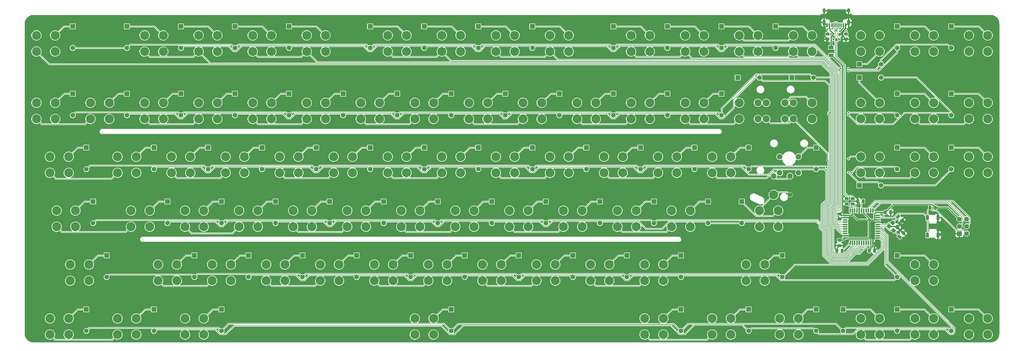
<source format=gbr>
%TF.GenerationSoftware,KiCad,Pcbnew,9.0.0*%
%TF.CreationDate,2025-06-21T12:03:02-06:00*%
%TF.ProjectId,kbd8x_mkii_kicad_9.0,6b626438-785f-46d6-9b69-695f6b696361,rev?*%
%TF.SameCoordinates,Original*%
%TF.FileFunction,Copper,L2,Bot*%
%TF.FilePolarity,Positive*%
%FSLAX46Y46*%
G04 Gerber Fmt 4.6, Leading zero omitted, Abs format (unit mm)*
G04 Created by KiCad (PCBNEW 9.0.0) date 2025-06-21 12:03:02*
%MOMM*%
%LPD*%
G01*
G04 APERTURE LIST*
G04 Aperture macros list*
%AMRoundRect*
0 Rectangle with rounded corners*
0 $1 Rounding radius*
0 $2 $3 $4 $5 $6 $7 $8 $9 X,Y pos of 4 corners*
0 Add a 4 corners polygon primitive as box body*
4,1,4,$2,$3,$4,$5,$6,$7,$8,$9,$2,$3,0*
0 Add four circle primitives for the rounded corners*
1,1,$1+$1,$2,$3*
1,1,$1+$1,$4,$5*
1,1,$1+$1,$6,$7*
1,1,$1+$1,$8,$9*
0 Add four rect primitives between the rounded corners*
20,1,$1+$1,$2,$3,$4,$5,0*
20,1,$1+$1,$4,$5,$6,$7,0*
20,1,$1+$1,$6,$7,$8,$9,0*
20,1,$1+$1,$8,$9,$2,$3,0*%
%AMRotRect*
0 Rectangle, with rotation*
0 The origin of the aperture is its center*
0 $1 length*
0 $2 width*
0 $3 Rotation angle, in degrees counterclockwise*
0 Add horizontal line*
21,1,$1,$2,0,0,$3*%
G04 Aperture macros list end*
%TA.AperFunction,ComponentPad*%
%ADD10C,3.180000*%
%TD*%
%TA.AperFunction,ComponentPad*%
%ADD11C,2.500000*%
%TD*%
%TA.AperFunction,ComponentPad*%
%ADD12C,1.750000*%
%TD*%
%TA.AperFunction,ComponentPad*%
%ADD13C,1.950000*%
%TD*%
%TA.AperFunction,ComponentPad*%
%ADD14C,1.651000*%
%TD*%
%TA.AperFunction,ComponentPad*%
%ADD15R,1.651000X1.651000*%
%TD*%
%TA.AperFunction,SMDPad,CuDef*%
%ADD16RoundRect,0.250000X-0.159099X0.512652X-0.512652X0.159099X0.159099X-0.512652X0.512652X-0.159099X0*%
%TD*%
%TA.AperFunction,SMDPad,CuDef*%
%ADD17RoundRect,0.250000X-0.625000X0.375000X-0.625000X-0.375000X0.625000X-0.375000X0.625000X0.375000X0*%
%TD*%
%TA.AperFunction,SMDPad,CuDef*%
%ADD18RoundRect,0.250000X-0.475000X0.250000X-0.475000X-0.250000X0.475000X-0.250000X0.475000X0.250000X0*%
%TD*%
%TA.AperFunction,SMDPad,CuDef*%
%ADD19RoundRect,0.250000X-0.250000X-0.475000X0.250000X-0.475000X0.250000X0.475000X-0.250000X0.475000X0*%
%TD*%
%TA.AperFunction,SMDPad,CuDef*%
%ADD20RoundRect,0.250000X0.262500X0.450000X-0.262500X0.450000X-0.262500X-0.450000X0.262500X-0.450000X0*%
%TD*%
%TA.AperFunction,ComponentPad*%
%ADD21C,1.700000*%
%TD*%
%TA.AperFunction,ComponentPad*%
%ADD22R,1.700000X1.700000*%
%TD*%
%TA.AperFunction,SMDPad,CuDef*%
%ADD23RoundRect,0.250000X-0.450000X0.262500X-0.450000X-0.262500X0.450000X-0.262500X0.450000X0.262500X0*%
%TD*%
%TA.AperFunction,SMDPad,CuDef*%
%ADD24R,0.550000X1.500000*%
%TD*%
%TA.AperFunction,SMDPad,CuDef*%
%ADD25R,1.500000X0.550000*%
%TD*%
%TA.AperFunction,SMDPad,CuDef*%
%ADD26R,0.600000X1.450000*%
%TD*%
%TA.AperFunction,SMDPad,CuDef*%
%ADD27R,0.300000X1.450000*%
%TD*%
%TA.AperFunction,ComponentPad*%
%ADD28O,1.000000X1.600000*%
%TD*%
%TA.AperFunction,ComponentPad*%
%ADD29O,1.000000X2.100000*%
%TD*%
%TA.AperFunction,SMDPad,CuDef*%
%ADD30R,0.700000X1.000000*%
%TD*%
%TA.AperFunction,SMDPad,CuDef*%
%ADD31R,0.700000X0.600000*%
%TD*%
%TA.AperFunction,SMDPad,CuDef*%
%ADD32RoundRect,0.250000X0.512652X0.159099X0.159099X0.512652X-0.512652X-0.159099X-0.159099X-0.512652X0*%
%TD*%
%TA.AperFunction,SMDPad,CuDef*%
%ADD33RotRect,1.400000X1.200000X135.000000*%
%TD*%
%TA.AperFunction,SMDPad,CuDef*%
%ADD34RoundRect,0.250000X0.250000X0.475000X-0.250000X0.475000X-0.250000X-0.475000X0.250000X-0.475000X0*%
%TD*%
%TA.AperFunction,SMDPad,CuDef*%
%ADD35R,1.100000X1.800000*%
%TD*%
%TA.AperFunction,SMDPad,CuDef*%
%ADD36RoundRect,0.250000X-0.262500X-0.450000X0.262500X-0.450000X0.262500X0.450000X-0.262500X0.450000X0*%
%TD*%
%TA.AperFunction,ViaPad*%
%ADD37C,0.600000*%
%TD*%
%TA.AperFunction,Conductor*%
%ADD38C,0.381000*%
%TD*%
%TA.AperFunction,Conductor*%
%ADD39C,0.200000*%
%TD*%
G04 APERTURE END LIST*
D10*
%TO.P,SI_RCTRL1,1*%
%TO.N,COL6*%
X94331250Y-49366250D03*
X94331250Y-55086250D03*
%TO.P,SI_RCTRL1,2*%
%TO.N,Net-(D62-A)*%
X100931250Y-49366250D03*
X100931250Y-55086250D03*
%TD*%
%TO.P,SI_RGUI1,1*%
%TO.N,COL5*%
X70518750Y-49366250D03*
X70518750Y-55086250D03*
%TO.P,SI_RGUI1,2*%
%TO.N,Net-(D61-A)*%
X77118750Y-49366250D03*
X77118750Y-55086250D03*
%TD*%
%TO.P,SI_LSHIFT1,1*%
%TO.N,COL0*%
X-155700000Y-30316250D03*
X-155700000Y-36036250D03*
%TO.P,SI_LSHIFT1,2*%
%TO.N,Net-(D77-A)*%
X-149100000Y-30316250D03*
X-149100000Y-36036250D03*
%TD*%
%TO.P,SI_UP1,1*%
%TO.N,COL7*%
X141956250Y-30316250D03*
X141956250Y-36036250D03*
%TO.P,SI_UP1,2*%
%TO.N,Net-(D72-A)*%
X148556250Y-30316250D03*
X148556250Y-36036250D03*
%TD*%
%TO.P,SI_FN1,1*%
%TO.N,COL1*%
X-129506250Y50646250D03*
X-129506250Y44926250D03*
%TO.P,SI_FN1,2*%
%TO.N,Net-(D2-A)*%
X-122906250Y50646250D03*
X-122906250Y44926250D03*
%TD*%
%TO.P,SI_LGUI1,1*%
%TO.N,COL0*%
X-139031250Y-49366250D03*
X-139031250Y-55086250D03*
%TO.P,SI_LGUI1,2*%
%TO.N,Net-(D57-A)*%
X-132431250Y-49366250D03*
X-132431250Y-55086250D03*
%TD*%
%TO.P,SI_M1,1*%
%TO.N,COL4*%
X-10443750Y-30316250D03*
X-10443750Y-36036250D03*
%TO.P,SI_M1,2*%
%TO.N,Net-(D84-A)*%
X-3843750Y-30316250D03*
X-3843750Y-36036250D03*
%TD*%
%TO.P,SI_FN8,1*%
%TO.N,COL4*%
X13368750Y50646250D03*
X13368750Y44926250D03*
%TO.P,SI_FN8,2*%
%TO.N,Net-(D9-A)*%
X19968750Y50646250D03*
X19968750Y44926250D03*
%TD*%
%TO.P,SI_FN2,1*%
%TO.N,COL1*%
X-110456250Y50646250D03*
X-110456250Y44926250D03*
%TO.P,SI_FN2,2*%
%TO.N,Net-(D3-A)*%
X-103856250Y50646250D03*
X-103856250Y44926250D03*
%TD*%
D11*
%TO.P,SI_BACK1,1*%
%TO.N,COL7*%
X99093750Y26833750D03*
X99093750Y21113750D03*
D10*
%TO.P,SI_BACK1,2*%
%TO.N,Net-(D28-A)*%
X105693750Y26833750D03*
X105693750Y21113750D03*
%TD*%
%TO.P,SI_RET1,1*%
%TO.N,COL6*%
X92228750Y-5681250D03*
D12*
X97948750Y-5681250D03*
D13*
%TO.P,SI_RET1,2*%
%TO.N,Net-(D42-A)*%
X92228750Y918750D03*
X97948750Y918750D03*
%TD*%
D10*
%TO.P,SI_FN3,1*%
%TO.N,COL2*%
X-91406250Y50646250D03*
X-91406250Y44926250D03*
%TO.P,SI_FN3,2*%
%TO.N,Net-(D4-A)*%
X-84806250Y50646250D03*
X-84806250Y44926250D03*
%TD*%
%TO.P,SI_DN1,1*%
%TO.N,COL7*%
X141956250Y-49366250D03*
X141956250Y-55086250D03*
%TO.P,SI_DN1,2*%
%TO.N,Net-(D74-A)*%
X148556250Y-49366250D03*
X148556250Y-55086250D03*
%TD*%
%TO.P,SI_O1,1*%
%TO.N,COL4*%
X13368750Y7783750D03*
X13368750Y2063750D03*
%TO.P,SI_O1,2*%
%TO.N,Net-(D38-A)*%
X19968750Y7783750D03*
X19968750Y2063750D03*
%TD*%
%TO.P,SI_ESC1,1*%
%TO.N,COL0*%
X-167606250Y50646250D03*
X-167606250Y44926250D03*
%TO.P,SI_ESC1,2*%
%TO.N,Net-(D1-A)*%
X-161006250Y50646250D03*
X-161006250Y44926250D03*
%TD*%
%TO.P,SI_#7,1*%
%TO.N,COL3*%
X-34256250Y26833750D03*
X-34256250Y21113750D03*
%TO.P,SI_#7,2*%
%TO.N,Net-(D21-A)*%
X-27656250Y26833750D03*
X-27656250Y21113750D03*
%TD*%
%TO.P,SI_Y1,1*%
%TO.N,COL3*%
X-43781250Y7783750D03*
X-43781250Y2063750D03*
%TO.P,SI_Y1,2*%
%TO.N,Net-(D35-A)*%
X-37181250Y7783750D03*
X-37181250Y2063750D03*
%TD*%
%TO.P,SI_/1,1*%
%TO.N,COL5*%
X46706250Y-30316250D03*
X46706250Y-36036250D03*
%TO.P,SI_/1,2*%
%TO.N,Net-(D87-A)*%
X53306250Y-30316250D03*
X53306250Y-36036250D03*
%TD*%
%TO.P,SI_T1,1*%
%TO.N,COL2*%
X-62831250Y7783750D03*
X-62831250Y2063750D03*
%TO.P,SI_T1,2*%
%TO.N,Net-(D34-A)*%
X-56231250Y7783750D03*
X-56231250Y2063750D03*
%TD*%
%TO.P,SI_INS1,1*%
%TO.N,COL7*%
X122906250Y26833750D03*
X122906250Y21113750D03*
%TO.P,SI_INS1,2*%
%TO.N,Net-(D66-A)*%
X129506250Y26833750D03*
X129506250Y21113750D03*
%TD*%
%TO.P,SI_#6,1*%
%TO.N,COL3*%
X-53306250Y26833750D03*
X-53306250Y21113750D03*
%TO.P,SI_#6,2*%
%TO.N,Net-(D20-A)*%
X-46706250Y26833750D03*
X-46706250Y21113750D03*
%TD*%
%TO.P,SI_W1,1*%
%TO.N,COL1*%
X-119981250Y7783750D03*
X-119981250Y2063750D03*
%TO.P,SI_W1,2*%
%TO.N,Net-(D31-A)*%
X-113381250Y7783750D03*
X-113381250Y2063750D03*
%TD*%
%TO.P,SI_PGUP1,1*%
%TO.N,COL8*%
X161006250Y26833750D03*
X161006250Y21113750D03*
%TO.P,SI_PGUP1,2*%
%TO.N,Net-(D68-A)*%
X167606250Y26833750D03*
X167606250Y21113750D03*
%TD*%
%TO.P,SI_DEL1,1*%
%TO.N,COL7*%
X122906250Y7783750D03*
X122906250Y2063750D03*
%TO.P,SI_DEL1,2*%
%TO.N,Net-(D69-A)*%
X129506250Y7783750D03*
X129506250Y2063750D03*
%TD*%
%TO.P,SI_PRINT1,1*%
%TO.N,COL7*%
X122906250Y50646250D03*
X122906250Y44926250D03*
%TO.P,SI_PRINT1,2*%
%TO.N,Net-(D63-A)*%
X129506250Y50646250D03*
X129506250Y44926250D03*
%TD*%
%TO.P,SI_CLOCK1,1*%
%TO.N,COL0*%
X-160462500Y-11266250D03*
X-160462500Y-16986250D03*
%TO.P,SI_CLOCK1,2*%
%TO.N,Net-(D43-A)*%
X-153862500Y-11266250D03*
X-153862500Y-16986250D03*
%TD*%
%TO.P,SI_FN6,1*%
%TO.N,COL3*%
X-24731250Y50646250D03*
X-24731250Y44926250D03*
%TO.P,SI_FN6,2*%
%TO.N,Net-(D7-A)*%
X-18131250Y50646250D03*
X-18131250Y44926250D03*
%TD*%
%TO.P,SI_PAUSE1,1*%
%TO.N,COL8*%
X161006250Y50646250D03*
X161006250Y44926250D03*
%TO.P,SI_PAUSE1,2*%
%TO.N,Net-(D65-A)*%
X167606250Y50646250D03*
X167606250Y44926250D03*
%TD*%
%TO.P,SI_A1,1*%
%TO.N,COL0*%
X-134268750Y-11266250D03*
X-134268750Y-16986250D03*
%TO.P,SI_A1,2*%
%TO.N,Net-(D44-A)*%
X-127668750Y-11266250D03*
X-127668750Y-16986250D03*
%TD*%
%TO.P,SI_SLOCK1,1*%
%TO.N,COL7*%
X141956250Y50646250D03*
X141956250Y44926250D03*
%TO.P,SI_SLOCK1,2*%
%TO.N,Net-(D64-A)*%
X148556250Y50646250D03*
X148556250Y44926250D03*
%TD*%
%TO.P,SI_END1,1*%
%TO.N,COL7*%
X141956250Y7783750D03*
X141956250Y2063750D03*
%TO.P,SI_END1,2*%
%TO.N,Net-(D70-A)*%
X148556250Y7783750D03*
X148556250Y2063750D03*
%TD*%
%TO.P,SI_P1,1*%
%TO.N,COL5*%
X32418750Y7783750D03*
X32418750Y2063750D03*
%TO.P,SI_P1,2*%
%TO.N,Net-(D39-A)*%
X39018750Y7783750D03*
X39018750Y2063750D03*
%TD*%
%TO.P,SI_C1,1*%
%TO.N,COL2*%
X-86643750Y-30316250D03*
X-86643750Y-36036250D03*
%TO.P,SI_C1,2*%
%TO.N,Net-(D80-A)*%
X-80043750Y-30316250D03*
X-80043750Y-36036250D03*
%TD*%
%TO.P,SI_R1,1*%
%TO.N,COL2*%
X-81881250Y7783750D03*
X-81881250Y2063750D03*
%TO.P,SI_R1,2*%
%TO.N,Net-(D33-A)*%
X-75281250Y7783750D03*
X-75281250Y2063750D03*
%TD*%
%TO.P,SI_LFT1,1*%
%TO.N,COL7*%
X122906250Y-49366250D03*
X122906250Y-55086250D03*
%TO.P,SI_LFT1,2*%
%TO.N,Net-(D73-A)*%
X129506250Y-49366250D03*
X129506250Y-55086250D03*
%TD*%
%TO.P,SI_I1,1*%
%TO.N,COL4*%
X-5681250Y7783750D03*
X-5681250Y2063750D03*
%TO.P,SI_I1,2*%
%TO.N,Net-(D37-A)*%
X918750Y7783750D03*
X918750Y2063750D03*
%TD*%
%TO.P,SI_J1,1*%
%TO.N,COL3*%
X-19968750Y-11266250D03*
X-19968750Y-16986250D03*
%TO.P,SI_J1,2*%
%TO.N,Net-(D50-A)*%
X-13368750Y-11266250D03*
X-13368750Y-16986250D03*
%TD*%
%TO.P,SI_LCTRL1,1*%
%TO.N,COL0*%
X-162843750Y-49366250D03*
X-162843750Y-55086250D03*
%TO.P,SI_LCTRL1,2*%
%TO.N,Net-(D56-A)*%
X-156243750Y-49366250D03*
X-156243750Y-55086250D03*
%TD*%
%TO.P,SI_X1,1*%
%TO.N,COL1*%
X-105693750Y-30316250D03*
X-105693750Y-36036250D03*
%TO.P,SI_X1,2*%
%TO.N,Net-(D79-A)*%
X-99093750Y-30316250D03*
X-99093750Y-36036250D03*
%TD*%
%TO.P,SI_\u002C1,1*%
%TO.N,COL4*%
X8606250Y-30316250D03*
X8606250Y-36036250D03*
%TO.P,SI_\u002C1,2*%
%TO.N,Net-(D85-A)*%
X15206250Y-30316250D03*
X15206250Y-36036250D03*
%TD*%
%TO.P,SI_RT1,1*%
%TO.N,COL8*%
X161006250Y-49366250D03*
X161006250Y-55086250D03*
%TO.P,SI_RT1,2*%
%TO.N,Net-(D75-A)*%
X167606250Y-49366250D03*
X167606250Y-55086250D03*
%TD*%
%TO.P,SI_SP1,1*%
%TO.N,COL3*%
X-34256250Y-49366250D03*
X-34256250Y-55086250D03*
%TO.P,SI_SP1,2*%
%TO.N,Net-(D59-A)*%
X-27656250Y-49366250D03*
X-27656250Y-55086250D03*
%TD*%
%TO.P,SI_N1,1*%
%TO.N,COL3*%
X-29493750Y-30316250D03*
X-29493750Y-36036250D03*
%TO.P,SI_N1,2*%
%TO.N,Net-(D83-A)*%
X-22893750Y-30316250D03*
X-22893750Y-36036250D03*
%TD*%
%TO.P,SI_#8,1*%
%TO.N,COL4*%
X-15206250Y26833750D03*
X-15206250Y21113750D03*
%TO.P,SI_#8,2*%
%TO.N,Net-(D22-A)*%
X-8606250Y26833750D03*
X-8606250Y21113750D03*
%TD*%
%TO.P,SI_-1,1*%
%TO.N,COL5*%
X41943750Y26833750D03*
X41943750Y21113750D03*
%TO.P,SI_-1,2*%
%TO.N,Net-(D25-A)*%
X48543750Y26833750D03*
X48543750Y21113750D03*
%TD*%
%TO.P,SI_.1,1*%
%TO.N,COL5*%
X27656250Y-30316250D03*
X27656250Y-36036250D03*
%TO.P,SI_.1,2*%
%TO.N,Net-(D86-A)*%
X34256250Y-30316250D03*
X34256250Y-36036250D03*
%TD*%
%TO.P,SI_Q1,1*%
%TO.N,COL0*%
X-139031250Y7783750D03*
X-139031250Y2063750D03*
%TO.P,SI_Q1,2*%
%TO.N,Net-(D30-A)*%
X-132431250Y7783750D03*
X-132431250Y2063750D03*
%TD*%
%TO.P,SI_LALT1,1*%
%TO.N,COL1*%
X-115218750Y-49366250D03*
X-115218750Y-55086250D03*
%TO.P,SI_LALT1,2*%
%TO.N,Net-(D58-A)*%
X-108618750Y-49366250D03*
X-108618750Y-55086250D03*
%TD*%
%TO.P,SI_FN12,1*%
%TO.N,COL6*%
X99093750Y50646250D03*
X99093750Y44926250D03*
%TO.P,SI_FN12,2*%
%TO.N,Net-(D13-A)*%
X105693750Y50646250D03*
X105693750Y44926250D03*
%TD*%
%TO.P,SI_H1,1*%
%TO.N,COL3*%
X-39018750Y-11266250D03*
X-39018750Y-16986250D03*
%TO.P,SI_H1,2*%
%TO.N,Net-(D49-A)*%
X-32418750Y-11266250D03*
X-32418750Y-16986250D03*
%TD*%
%TO.P,SI_FN9,1*%
%TO.N,COL5*%
X41943750Y50646250D03*
X41943750Y44926250D03*
%TO.P,SI_FN9,2*%
%TO.N,Net-(D10-A)*%
X48543750Y50646250D03*
X48543750Y44926250D03*
%TD*%
%TO.P,SI_S1,1*%
%TO.N,COL1*%
X-115218750Y-11266250D03*
X-115218750Y-16986250D03*
%TO.P,SI_S1,2*%
%TO.N,Net-(D45-A)*%
X-108618750Y-11266250D03*
X-108618750Y-16986250D03*
%TD*%
%TO.P,SI_\u005C1,1*%
%TO.N,COL6*%
X80043750Y26833750D03*
X80043750Y21113750D03*
D11*
%TO.P,SI_\u005C1,2*%
%TO.N,Net-(D27-A)*%
X86643750Y26833750D03*
X86643750Y21113750D03*
%TD*%
D10*
%TO.P,SI_PGDN1,1*%
%TO.N,COL8*%
X161006250Y7783750D03*
X161006250Y2063750D03*
%TO.P,SI_PGDN1,2*%
%TO.N,Net-(D71-A)*%
X167606250Y7783750D03*
X167606250Y2063750D03*
%TD*%
%TO.P,SI_RSHIFT1,1*%
%TO.N,COL6*%
X82425000Y-30316250D03*
X82425000Y-36036250D03*
%TO.P,SI_RSHIFT1,2*%
%TO.N,Net-(D89-A)*%
X89025000Y-30316250D03*
X89025000Y-36036250D03*
%TD*%
%TO.P,SI_`1,1*%
%TO.N,COL0*%
X-167606250Y26833750D03*
X-167606250Y21113750D03*
%TO.P,SI_`1,2*%
%TO.N,Net-(D14-A)*%
X-161006250Y26833750D03*
X-161006250Y21113750D03*
%TD*%
%TO.P,SI_#3,1*%
%TO.N,COL1*%
X-110456250Y26833750D03*
X-110456250Y21113750D03*
%TO.P,SI_#3,2*%
%TO.N,Net-(D17-A)*%
X-103856250Y26833750D03*
X-103856250Y21113750D03*
%TD*%
%TO.P,SI_F1,1*%
%TO.N,COL2*%
X-77118750Y-11266250D03*
X-77118750Y-16986250D03*
%TO.P,SI_F1,2*%
%TO.N,Net-(D47-A)*%
X-70518750Y-11266250D03*
X-70518750Y-16986250D03*
%TD*%
%TO.P,SI_;1,1*%
%TO.N,COL5*%
X37181250Y-11266250D03*
X37181250Y-16986250D03*
%TO.P,SI_;1,2*%
%TO.N,Net-(D53-A)*%
X43781250Y-11266250D03*
X43781250Y-16986250D03*
%TD*%
%TO.P,SI_U1,1*%
%TO.N,COL3*%
X-24731250Y7783750D03*
X-24731250Y2063750D03*
%TO.P,SI_U1,2*%
%TO.N,Net-(D36-A)*%
X-18131250Y7783750D03*
X-18131250Y2063750D03*
%TD*%
%TO.P,SI_'1,1*%
%TO.N,COL5*%
X56231250Y-11266250D03*
X56231250Y-16986250D03*
%TO.P,SI_'1,2*%
%TO.N,Net-(D54-A)*%
X62831250Y-11266250D03*
X62831250Y-16986250D03*
%TD*%
%TO.P,SI_#9,1*%
%TO.N,COL4*%
X3843750Y26833750D03*
X3843750Y21113750D03*
%TO.P,SI_#9,2*%
%TO.N,Net-(D23-A)*%
X10443750Y26833750D03*
X10443750Y21113750D03*
%TD*%
%TO.P,SI_]1,1*%
%TO.N,COL6*%
X70518750Y7783750D03*
X70518750Y2063750D03*
%TO.P,SI_]1,2*%
%TO.N,Net-(D41-A)*%
X77118750Y7783750D03*
X77118750Y2063750D03*
%TD*%
%TO.P,SI_TAB1,1*%
%TO.N,COL0*%
X-162843750Y7783750D03*
X-162843750Y2063750D03*
%TO.P,SI_TAB1,2*%
%TO.N,Net-(D29-A)*%
X-156243750Y7783750D03*
X-156243750Y2063750D03*
%TD*%
D11*
%TO.P,SI_BACK2,1*%
%TO.N,COL7*%
X89568750Y26833750D03*
X89568750Y21113750D03*
%TO.P,SI_BACK2,2*%
%TO.N,Net-(D28-A)*%
X96168750Y26833750D03*
X96168750Y21113750D03*
%TD*%
D10*
%TO.P,SI_#4,1*%
%TO.N,COL2*%
X-91406250Y26833750D03*
X-91406250Y21113750D03*
%TO.P,SI_#4,2*%
%TO.N,Net-(D18-A)*%
X-84806250Y26833750D03*
X-84806250Y21113750D03*
%TD*%
%TO.P,SI_FN4,1*%
%TO.N,COL2*%
X-72356250Y50646250D03*
X-72356250Y44926250D03*
%TO.P,SI_FN4,2*%
%TO.N,Net-(D5-A)*%
X-65756250Y50646250D03*
X-65756250Y44926250D03*
%TD*%
%TO.P,SI_Z1,1*%
%TO.N,COL1*%
X-124743750Y-30316250D03*
X-124743750Y-36036250D03*
%TO.P,SI_Z1,2*%
%TO.N,Net-(D78-A)*%
X-118143750Y-30316250D03*
X-118143750Y-36036250D03*
%TD*%
D13*
%TO.P,SI_\u005C2,1*%
%TO.N,COL6*%
X94331250Y7783750D03*
X94331250Y2063750D03*
%TO.P,SI_\u005C2,2*%
%TO.N,Net-(D55-A)*%
X100931250Y7783750D03*
X100931250Y2063750D03*
%TD*%
D10*
%TO.P,SI_D1,1*%
%TO.N,COL1*%
X-96168750Y-11266250D03*
X-96168750Y-16986250D03*
%TO.P,SI_D1,2*%
%TO.N,Net-(D46-A)*%
X-89568750Y-11266250D03*
X-89568750Y-16986250D03*
%TD*%
%TO.P,SI_V1,1*%
%TO.N,COL2*%
X-67593750Y-30316250D03*
X-67593750Y-36036250D03*
%TO.P,SI_V1,2*%
%TO.N,Net-(D81-A)*%
X-60993750Y-30316250D03*
X-60993750Y-36036250D03*
%TD*%
%TO.P,SI_#5,1*%
%TO.N,COL2*%
X-72356250Y26833750D03*
X-72356250Y21113750D03*
%TO.P,SI_#5,2*%
%TO.N,Net-(D19-A)*%
X-65756250Y26833750D03*
X-65756250Y21113750D03*
%TD*%
%TO.P,SI_RALT1,1*%
%TO.N,COL5*%
X46706250Y-49366250D03*
X46706250Y-55086250D03*
%TO.P,SI_RALT1,2*%
%TO.N,Net-(D60-A)*%
X53306250Y-49366250D03*
X53306250Y-55086250D03*
%TD*%
%TO.P,SI_RET2,1*%
%TO.N,COL6*%
X87187500Y-11266250D03*
X87187500Y-16986250D03*
%TO.P,SI_RET2,2*%
%TO.N,Net-(D42-A)*%
X93787500Y-11266250D03*
X93787500Y-16986250D03*
%TD*%
%TO.P,SI_E1,1*%
%TO.N,COL1*%
X-100931250Y7783750D03*
X-100931250Y2063750D03*
%TO.P,SI_E1,2*%
%TO.N,Net-(D32-A)*%
X-94331250Y7783750D03*
X-94331250Y2063750D03*
%TD*%
%TO.P,SI_FN5,1*%
%TO.N,COL3*%
X-43781250Y50646250D03*
X-43781250Y44926250D03*
%TO.P,SI_FN5,2*%
%TO.N,Net-(D6-A)*%
X-37181250Y50646250D03*
X-37181250Y44926250D03*
%TD*%
%TO.P,SI_#1,1*%
%TO.N,COL0*%
X-148556250Y26833750D03*
X-148556250Y21113750D03*
%TO.P,SI_#1,2*%
%TO.N,Net-(D15-A)*%
X-141956250Y26833750D03*
X-141956250Y21113750D03*
%TD*%
%TO.P,SI_B1,1*%
%TO.N,COL3*%
X-48543750Y-30316250D03*
X-48543750Y-36036250D03*
%TO.P,SI_B1,2*%
%TO.N,Net-(D82-A)*%
X-41943750Y-30316250D03*
X-41943750Y-36036250D03*
%TD*%
%TO.P,SI_HOME1,1*%
%TO.N,COL8*%
X141956250Y26833750D03*
X141956250Y21113750D03*
%TO.P,SI_HOME1,2*%
%TO.N,Net-(D67-A)*%
X148556250Y26833750D03*
X148556250Y21113750D03*
%TD*%
%TO.P,SI_=1,1*%
%TO.N,COL6*%
X60993750Y26833750D03*
X60993750Y21113750D03*
%TO.P,SI_=1,2*%
%TO.N,Net-(D26-A)*%
X67593750Y26833750D03*
X67593750Y21113750D03*
%TD*%
%TO.P,SI_[1,1*%
%TO.N,COL5*%
X51468750Y7783750D03*
X51468750Y2063750D03*
%TO.P,SI_[1,2*%
%TO.N,Net-(D40-A)*%
X58068750Y7783750D03*
X58068750Y2063750D03*
%TD*%
%TO.P,SI_#2,1*%
%TO.N,COL1*%
X-129506250Y26833750D03*
X-129506250Y21113750D03*
%TO.P,SI_#2,2*%
%TO.N,Net-(D16-A)*%
X-122906250Y26833750D03*
X-122906250Y21113750D03*
%TD*%
%TO.P,SI_FN10,1*%
%TO.N,COL5*%
X60993750Y50646250D03*
X60993750Y44926250D03*
%TO.P,SI_FN10,2*%
%TO.N,Net-(D11-A)*%
X67593750Y50646250D03*
X67593750Y44926250D03*
%TD*%
%TO.P,SI_L1,1*%
%TO.N,COL4*%
X18131250Y-11266250D03*
X18131250Y-16986250D03*
%TO.P,SI_L1,2*%
%TO.N,Net-(D52-A)*%
X24731250Y-11266250D03*
X24731250Y-16986250D03*
%TD*%
%TO.P,SI_K1,1*%
%TO.N,COL4*%
X-918750Y-11266250D03*
X-918750Y-16986250D03*
%TO.P,SI_K1,2*%
%TO.N,Net-(D51-A)*%
X5681250Y-11266250D03*
X5681250Y-16986250D03*
%TD*%
%TO.P,SI_G1,1*%
%TO.N,COL2*%
X-58068750Y-11266250D03*
X-58068750Y-16986250D03*
%TO.P,SI_G1,2*%
%TO.N,Net-(D48-A)*%
X-51468750Y-11266250D03*
X-51468750Y-16986250D03*
%TD*%
%TO.P,SI_#0,1*%
%TO.N,COL5*%
X22893750Y26833750D03*
X22893750Y21113750D03*
%TO.P,SI_#0,2*%
%TO.N,Net-(D24-A)*%
X29493750Y26833750D03*
X29493750Y21113750D03*
%TD*%
%TO.P,SI_FN7,1*%
%TO.N,COL4*%
X-5681250Y50646250D03*
X-5681250Y44926250D03*
%TO.P,SI_FN7,2*%
%TO.N,Net-(D8-A)*%
X918750Y50646250D03*
X918750Y44926250D03*
%TD*%
%TO.P,SI_FN11,1*%
%TO.N,COL6*%
X80043750Y50646250D03*
X80043750Y44926250D03*
%TO.P,SI_FN11,2*%
%TO.N,Net-(D12-A)*%
X86643750Y50646250D03*
X86643750Y44926250D03*
%TD*%
D14*
%TO.P,D65,1,K*%
%TO.N,ROW0*%
X154781250Y46196250D03*
D15*
%TO.P,D65,2,A*%
%TO.N,Net-(D65-A)*%
X154781250Y53816250D03*
%TD*%
D14*
%TO.P,D21,1,K*%
%TO.N,ROW3*%
X-21431250Y22383750D03*
D15*
%TO.P,D21,2,A*%
%TO.N,Net-(D21-A)*%
X-21431250Y30003750D03*
%TD*%
D14*
%TO.P,D82,1,K*%
%TO.N,ROW8*%
X-35718750Y-34766250D03*
D15*
%TO.P,D82,2,A*%
%TO.N,Net-(D82-A)*%
X-35718750Y-27146250D03*
%TD*%
D16*
%TO.P,C6,1*%
%TO.N,GND*%
X137878226Y-19217199D03*
%TO.P,C6,2*%
%TO.N,XTAL1*%
X136534724Y-20560701D03*
%TD*%
D14*
%TO.P,D15,1,K*%
%TO.N,ROW3*%
X-135731250Y22383750D03*
D15*
%TO.P,D15,2,A*%
%TO.N,Net-(D15-A)*%
X-135731250Y30003750D03*
%TD*%
D14*
%TO.P,D73,1,K*%
%TO.N,ROW10*%
X116681250Y-53816250D03*
D15*
%TO.P,D73,2,A*%
%TO.N,Net-(D73-A)*%
X116681250Y-46196250D03*
%TD*%
D14*
%TO.P,D16,1,K*%
%TO.N,ROW2*%
X-116681250Y22383750D03*
D15*
%TO.P,D16,2,A*%
%TO.N,Net-(D16-A)*%
X-116681250Y30003750D03*
%TD*%
D17*
%TO.P,F1,1*%
%TO.N,VCC*%
X112441475Y46408050D03*
%TO.P,F1,2*%
%TO.N,+5V*%
X112441475Y43608050D03*
%TD*%
D14*
%TO.P,D8,1,K*%
%TO.N,ROW0*%
X-11906250Y46196250D03*
D15*
%TO.P,D8,2,A*%
%TO.N,Net-(D8-A)*%
X-11906250Y53816250D03*
%TD*%
D14*
%TO.P,D86,1,K*%
%TO.N,ROW8*%
X40481250Y-34766250D03*
D15*
%TO.P,D86,2,A*%
%TO.N,Net-(D86-A)*%
X40481250Y-27146250D03*
%TD*%
D18*
%TO.P,C3,1*%
%TO.N,+5V*%
X115362475Y-21732950D03*
%TO.P,C3,2*%
%TO.N,GND*%
X115362475Y-23632950D03*
%TD*%
D14*
%TO.P,D23,1,K*%
%TO.N,ROW3*%
X16668750Y22383750D03*
D15*
%TO.P,D23,2,A*%
%TO.N,Net-(D23-A)*%
X16668750Y30003750D03*
%TD*%
D14*
%TO.P,D27,1,K*%
%TO.N,ROW3*%
X87153750Y35718750D03*
D15*
%TO.P,D27,2,A*%
%TO.N,Net-(D27-A)*%
X79533750Y35718750D03*
%TD*%
D14*
%TO.P,D56,1,K*%
%TO.N,ROW10*%
X-150018750Y-53816250D03*
D15*
%TO.P,D56,2,A*%
%TO.N,Net-(D56-A)*%
X-150018750Y-46196250D03*
%TD*%
D19*
%TO.P,C5,1*%
%TO.N,+5V*%
X131557475Y-11874950D03*
%TO.P,C5,2*%
%TO.N,GND*%
X133457475Y-11874950D03*
%TD*%
D14*
%TO.P,D17,1,K*%
%TO.N,ROW3*%
X-97631250Y22383750D03*
D15*
%TO.P,D17,2,A*%
%TO.N,Net-(D17-A)*%
X-97631250Y30003750D03*
%TD*%
D14*
%TO.P,D31,1,K*%
%TO.N,ROW4*%
X-107156250Y3333750D03*
D15*
%TO.P,D31,2,A*%
%TO.N,Net-(D31-A)*%
X-107156250Y10953750D03*
%TD*%
D14*
%TO.P,D75,1,K*%
%TO.N,ROW10*%
X154781250Y-53816250D03*
D15*
%TO.P,D75,2,A*%
%TO.N,Net-(D75-A)*%
X154781250Y-46196250D03*
%TD*%
D14*
%TO.P,D4,1,K*%
%TO.N,ROW0*%
X-97631250Y46196250D03*
D15*
%TO.P,D4,2,A*%
%TO.N,Net-(D4-A)*%
X-97631250Y53816250D03*
%TD*%
D14*
%TO.P,D60,1,K*%
%TO.N,ROW10*%
X59531250Y-53816250D03*
D15*
%TO.P,D60,2,A*%
%TO.N,Net-(D60-A)*%
X59531250Y-46196250D03*
%TD*%
D14*
%TO.P,D38,1,K*%
%TO.N,ROW5*%
X26193750Y3333750D03*
D15*
%TO.P,D38,2,A*%
%TO.N,Net-(D38-A)*%
X26193750Y10953750D03*
%TD*%
D14*
%TO.P,D51,1,K*%
%TO.N,ROW6*%
X11906250Y-15716250D03*
D15*
%TO.P,D51,2,A*%
%TO.N,Net-(D51-A)*%
X11906250Y-8096250D03*
%TD*%
D14*
%TO.P,D40,1,K*%
%TO.N,ROW5*%
X64293750Y3333750D03*
D15*
%TO.P,D40,2,A*%
%TO.N,Net-(D40-A)*%
X64293750Y10953750D03*
%TD*%
D14*
%TO.P,D83,1,K*%
%TO.N,ROW9*%
X-16668750Y-34766250D03*
D15*
%TO.P,D83,2,A*%
%TO.N,Net-(D83-A)*%
X-16668750Y-27146250D03*
%TD*%
D14*
%TO.P,D13,1,K*%
%TO.N,ROW1*%
X92868750Y46196250D03*
D15*
%TO.P,D13,2,A*%
%TO.N,Net-(D13-A)*%
X92868750Y53816250D03*
%TD*%
D20*
%TO.P,R1,1*%
%TO.N,Net-(U1-~{HWB}{slash}PE2)*%
X116274975Y-25463950D03*
%TO.P,R1,2*%
%TO.N,GND*%
X114449975Y-25463950D03*
%TD*%
D14*
%TO.P,D62,1,K*%
%TO.N,ROW11*%
X107156250Y-53816250D03*
D15*
%TO.P,D62,2,A*%
%TO.N,Net-(D62-A)*%
X107156250Y-46196250D03*
%TD*%
D14*
%TO.P,D37,1,K*%
%TO.N,ROW4*%
X7143750Y3333750D03*
D15*
%TO.P,D37,2,A*%
%TO.N,Net-(D37-A)*%
X7143750Y10953750D03*
%TD*%
D14*
%TO.P,D42,1,K*%
%TO.N,ROW7*%
X80962500Y-15716250D03*
D15*
%TO.P,D42,2,A*%
%TO.N,Net-(D42-A)*%
X80962500Y-8096250D03*
%TD*%
D14*
%TO.P,D63,1,K*%
%TO.N,ROW0*%
X130016250Y40481250D03*
D15*
%TO.P,D63,2,A*%
%TO.N,Net-(D63-A)*%
X122396250Y40481250D03*
%TD*%
D14*
%TO.P,D53,1,K*%
%TO.N,ROW6*%
X50006250Y-15716250D03*
D15*
%TO.P,D53,2,A*%
%TO.N,Net-(D53-A)*%
X50006250Y-8096250D03*
%TD*%
D14*
%TO.P,D25,1,K*%
%TO.N,ROW3*%
X54768750Y22383750D03*
D15*
%TO.P,D25,2,A*%
%TO.N,Net-(D25-A)*%
X54768750Y30003750D03*
%TD*%
D21*
%TO.P,J1,1,MISO*%
%TO.N,MOSI*%
X160193475Y-14287950D03*
%TO.P,J1,2,VCC*%
%TO.N,+5V*%
X157653475Y-14287950D03*
%TO.P,J1,3,SCK*%
%TO.N,COL8*%
X160193475Y-16827950D03*
%TO.P,J1,4,MOSI*%
%TO.N,MISO*%
X157653475Y-16827950D03*
%TO.P,J1,5,~{RST}*%
%TO.N,RESET*%
X160193475Y-19367950D03*
D22*
%TO.P,J1,6,GND*%
%TO.N,GND*%
X157653475Y-19367950D03*
%TD*%
D14*
%TO.P,D3,1,K*%
%TO.N,ROW1*%
X-116681250Y46196250D03*
D15*
%TO.P,D3,2,A*%
%TO.N,Net-(D3-A)*%
X-116681250Y53816250D03*
%TD*%
D14*
%TO.P,D84,1,K*%
%TO.N,ROW8*%
X2381250Y-34766250D03*
D15*
%TO.P,D84,2,A*%
%TO.N,Net-(D84-A)*%
X2381250Y-27146250D03*
%TD*%
D23*
%TO.P,R2,1*%
%TO.N,D+*%
X120036075Y-7050850D03*
%TO.P,R2,2*%
%TO.N,Net-(U1-D+)*%
X120036075Y-8875850D03*
%TD*%
D14*
%TO.P,D44,1,K*%
%TO.N,ROW7*%
X-121443750Y-15716250D03*
D15*
%TO.P,D44,2,A*%
%TO.N,Net-(D44-A)*%
X-121443750Y-8096250D03*
%TD*%
D14*
%TO.P,D34,1,K*%
%TO.N,ROW5*%
X-50006250Y3333750D03*
D15*
%TO.P,D34,2,A*%
%TO.N,Net-(D34-A)*%
X-50006250Y10953750D03*
%TD*%
D24*
%TO.P,U1,1,PE6*%
%TO.N,unconnected-(U1-PE6-Pad1)*%
X119158250Y-11254950D03*
%TO.P,U1,2,UVCC*%
%TO.N,+5V*%
X119958250Y-11254950D03*
%TO.P,U1,3,D-*%
%TO.N,Net-(U1-D-)*%
X120758250Y-11254950D03*
%TO.P,U1,4,D+*%
%TO.N,Net-(U1-D+)*%
X121558250Y-11254950D03*
%TO.P,U1,5,UGND*%
%TO.N,GND*%
X122358250Y-11254950D03*
%TO.P,U1,6,UCAP*%
%TO.N,Net-(U1-UCAP)*%
X123158250Y-11254950D03*
%TO.P,U1,7,VBUS*%
%TO.N,+5V*%
X123958250Y-11254950D03*
%TO.P,U1,8,PB0*%
%TO.N,unconnected-(U1-PB0-Pad8)*%
X124758250Y-11254950D03*
%TO.P,U1,9,PB1*%
%TO.N,COL8*%
X125558250Y-11254950D03*
%TO.P,U1,10,PB2*%
%TO.N,MOSI*%
X126358250Y-11254950D03*
%TO.P,U1,11,PB3*%
%TO.N,MISO*%
X127158250Y-11254950D03*
D25*
%TO.P,U1,12,PB7*%
%TO.N,ROW11*%
X128858250Y-12954950D03*
%TO.P,U1,13,~{RESET}*%
%TO.N,RESET*%
X128858250Y-13754950D03*
%TO.P,U1,14,VCC*%
%TO.N,+5V*%
X128858250Y-14554950D03*
%TO.P,U1,15,GND*%
%TO.N,GND*%
X128858250Y-15354950D03*
%TO.P,U1,16,XTAL2*%
%TO.N,XTAL2*%
X128858250Y-16154950D03*
%TO.P,U1,17,XTAL1*%
%TO.N,XTAL1*%
X128858250Y-16954950D03*
%TO.P,U1,18,PD0*%
%TO.N,ROW10*%
X128858250Y-17754950D03*
%TO.P,U1,19,PD1*%
%TO.N,ROW9*%
X128858250Y-18554950D03*
%TO.P,U1,20,PD2*%
%TO.N,ROW8*%
X128858250Y-19354950D03*
%TO.P,U1,21,PD3*%
%TO.N,ROW7*%
X128858250Y-20154950D03*
%TO.P,U1,22,PD5*%
%TO.N,ROW6*%
X128858250Y-20954950D03*
D24*
%TO.P,U1,23,GND*%
%TO.N,GND*%
X127158250Y-22654950D03*
%TO.P,U1,24,AVCC*%
%TO.N,+5V*%
X126358250Y-22654950D03*
%TO.P,U1,25,PD4*%
%TO.N,ROW5*%
X125558250Y-22654950D03*
%TO.P,U1,26,PD6*%
%TO.N,ROW4*%
X124758250Y-22654950D03*
%TO.P,U1,27,PD7*%
%TO.N,COL7*%
X123958250Y-22654950D03*
%TO.P,U1,28,PB4*%
%TO.N,ROW3*%
X123158250Y-22654950D03*
%TO.P,U1,29,PB5*%
%TO.N,ROW2*%
X122358250Y-22654950D03*
%TO.P,U1,30,PB6*%
%TO.N,COL0*%
X121558250Y-22654950D03*
%TO.P,U1,31,PC6*%
%TO.N,COL1*%
X120758250Y-22654950D03*
%TO.P,U1,32,PC7*%
%TO.N,COL2*%
X119958250Y-22654950D03*
%TO.P,U1,33,~{HWB}/PE2*%
%TO.N,Net-(U1-~{HWB}{slash}PE2)*%
X119158250Y-22654950D03*
D25*
%TO.P,U1,34,VCC*%
%TO.N,+5V*%
X117458250Y-20954950D03*
%TO.P,U1,35,GND*%
%TO.N,GND*%
X117458250Y-20154950D03*
%TO.P,U1,36,PF7*%
%TO.N,COL3*%
X117458250Y-19354950D03*
%TO.P,U1,37,PF6*%
%TO.N,COL4*%
X117458250Y-18554950D03*
%TO.P,U1,38,PF5*%
%TO.N,COL5*%
X117458250Y-17754950D03*
%TO.P,U1,39,PF4*%
%TO.N,COL6*%
X117458250Y-16954950D03*
%TO.P,U1,40,PF1*%
%TO.N,ROW1*%
X117458250Y-16154950D03*
%TO.P,U1,41,PF0*%
%TO.N,ROW0*%
X117458250Y-15354950D03*
%TO.P,U1,42,AREF*%
%TO.N,unconnected-(U1-AREF-Pad42)*%
X117458250Y-14554950D03*
%TO.P,U1,43,GND*%
%TO.N,GND*%
X117458250Y-13754950D03*
%TO.P,U1,44,AVCC*%
%TO.N,+5V*%
X117458250Y-12954950D03*
%TD*%
D26*
%TO.P,USB1,1,GND*%
%TO.N,GND*%
X111074875Y54280250D03*
%TO.P,USB1,2,VBUS*%
%TO.N,VCC*%
X111849875Y54280250D03*
D27*
%TO.P,USB1,3,SBU2*%
%TO.N,unconnected-(USB1-SBU2-Pad3)*%
X112549875Y54280250D03*
%TO.P,USB1,4,CC1*%
%TO.N,Net-(USB1-CC1)*%
X113049875Y54280250D03*
%TO.P,USB1,5,DN2*%
%TO.N,D-*%
X113549875Y54280250D03*
%TO.P,USB1,6,DP1*%
%TO.N,D+*%
X114049875Y54280250D03*
%TO.P,USB1,7,DN1*%
%TO.N,D-*%
X114549875Y54280250D03*
%TO.P,USB1,8,DP2*%
%TO.N,D+*%
X115049875Y54280250D03*
%TO.P,USB1,9,SBU1*%
%TO.N,unconnected-(USB1-SBU1-Pad9)*%
X115549875Y54280250D03*
%TO.P,USB1,10,CC2*%
%TO.N,Net-(USB1-CC2)*%
X116049875Y54280250D03*
D26*
%TO.P,USB1,11,VBUS*%
%TO.N,VCC*%
X116749875Y54280250D03*
%TO.P,USB1,12,GND*%
%TO.N,GND*%
X117524875Y54280250D03*
D28*
%TO.P,USB1,13,SHIELD*%
X109979875Y59375250D03*
D29*
X109979875Y55195250D03*
D28*
X118619875Y59375250D03*
D29*
X118619875Y55195250D03*
%TD*%
D14*
%TO.P,D71,1,K*%
%TO.N,ROW4*%
X154781250Y3333750D03*
D15*
%TO.P,D71,2,A*%
%TO.N,Net-(D71-A)*%
X154781250Y10953750D03*
%TD*%
D14*
%TO.P,D87,1,K*%
%TO.N,ROW9*%
X59531250Y-34766250D03*
D15*
%TO.P,D87,2,A*%
%TO.N,Net-(D87-A)*%
X59531250Y-27146250D03*
%TD*%
D14*
%TO.P,D89,1,K*%
%TO.N,ROW8*%
X95250000Y-34766250D03*
D15*
%TO.P,D89,2,A*%
%TO.N,Net-(D89-A)*%
X95250000Y-27146250D03*
%TD*%
D14*
%TO.P,D29,1,K*%
%TO.N,ROW4*%
X-150018750Y3333750D03*
D15*
%TO.P,D29,2,A*%
%TO.N,Net-(D29-A)*%
X-150018750Y10953750D03*
%TD*%
D14*
%TO.P,D49,1,K*%
%TO.N,ROW6*%
X-26193750Y-15716250D03*
D15*
%TO.P,D49,2,A*%
%TO.N,Net-(D49-A)*%
X-26193750Y-8096250D03*
%TD*%
D14*
%TO.P,D20,1,K*%
%TO.N,ROW2*%
X-40481250Y22383750D03*
D15*
%TO.P,D20,2,A*%
%TO.N,Net-(D20-A)*%
X-40481250Y30003750D03*
%TD*%
D14*
%TO.P,D32,1,K*%
%TO.N,ROW5*%
X-88106250Y3333750D03*
D15*
%TO.P,D32,2,A*%
%TO.N,Net-(D32-A)*%
X-88106250Y10953750D03*
%TD*%
D14*
%TO.P,D39,1,K*%
%TO.N,ROW4*%
X45243750Y3333750D03*
D15*
%TO.P,D39,2,A*%
%TO.N,Net-(D39-A)*%
X45243750Y10953750D03*
%TD*%
D14*
%TO.P,D26,1,K*%
%TO.N,ROW2*%
X73818750Y22383750D03*
D15*
%TO.P,D26,2,A*%
%TO.N,Net-(D26-A)*%
X73818750Y30003750D03*
%TD*%
D30*
%TO.P,U2,1,GND*%
%TO.N,GND*%
X115299875Y50965050D03*
D31*
%TO.P,U2,2,IO1*%
%TO.N,D+*%
X115299875Y49265050D03*
%TO.P,U2,3,IO2*%
%TO.N,D-*%
X113299875Y49265050D03*
%TO.P,U2,4,VCC*%
%TO.N,VCC*%
X113299875Y51165050D03*
%TD*%
D14*
%TO.P,D14,1,K*%
%TO.N,ROW2*%
X-154781250Y22383750D03*
D15*
%TO.P,D14,2,A*%
%TO.N,Net-(D14-A)*%
X-154781250Y30003750D03*
%TD*%
D32*
%TO.P,C7,1*%
%TO.N,GND*%
X137370226Y-14718701D03*
%TO.P,C7,2*%
%TO.N,XTAL2*%
X136026724Y-13375199D03*
%TD*%
D14*
%TO.P,D67,1,K*%
%TO.N,ROW2*%
X135731250Y22383750D03*
D15*
%TO.P,D67,2,A*%
%TO.N,Net-(D67-A)*%
X135731250Y30003750D03*
%TD*%
D14*
%TO.P,D30,1,K*%
%TO.N,ROW5*%
X-126206250Y3333750D03*
D15*
%TO.P,D30,2,A*%
%TO.N,Net-(D30-A)*%
X-126206250Y10953750D03*
%TD*%
D23*
%TO.P,R5,1*%
%TO.N,Net-(USB1-CC2)*%
X117648475Y51127550D03*
%TO.P,R5,2*%
%TO.N,GND*%
X117648475Y49302550D03*
%TD*%
D14*
%TO.P,D41,1,K*%
%TO.N,ROW4*%
X83343750Y3333750D03*
D15*
%TO.P,D41,2,A*%
%TO.N,Net-(D41-A)*%
X83343750Y10953750D03*
%TD*%
D14*
%TO.P,D43,1,K*%
%TO.N,ROW6*%
X-147637500Y-15716250D03*
D15*
%TO.P,D43,2,A*%
%TO.N,Net-(D43-A)*%
X-147637500Y-8096250D03*
%TD*%
D14*
%TO.P,D78,1,K*%
%TO.N,ROW8*%
X-111918750Y-34766250D03*
D15*
%TO.P,D78,2,A*%
%TO.N,Net-(D78-A)*%
X-111918750Y-27146250D03*
%TD*%
D14*
%TO.P,D12,1,K*%
%TO.N,ROW0*%
X73818750Y46196250D03*
D15*
%TO.P,D12,2,A*%
%TO.N,Net-(D12-A)*%
X73818750Y53816250D03*
%TD*%
D18*
%TO.P,C2,1*%
%TO.N,+5V*%
X115362475Y-12461950D03*
%TO.P,C2,2*%
%TO.N,GND*%
X115362475Y-14361950D03*
%TD*%
D14*
%TO.P,D7,1,K*%
%TO.N,ROW1*%
X-30956250Y46196250D03*
D15*
%TO.P,D7,2,A*%
%TO.N,Net-(D7-A)*%
X-30956250Y53816250D03*
%TD*%
D14*
%TO.P,D2,1,K*%
%TO.N,ROW0*%
X-135731250Y46196250D03*
D15*
%TO.P,D2,2,A*%
%TO.N,Net-(D2-A)*%
X-135731250Y53816250D03*
%TD*%
D14*
%TO.P,D50,1,K*%
%TO.N,ROW7*%
X-7143750Y-15716250D03*
D15*
%TO.P,D50,2,A*%
%TO.N,Net-(D50-A)*%
X-7143750Y-8096250D03*
%TD*%
D14*
%TO.P,D9,1,K*%
%TO.N,ROW1*%
X7143750Y46196250D03*
D15*
%TO.P,D9,2,A*%
%TO.N,Net-(D9-A)*%
X7143750Y53816250D03*
%TD*%
D14*
%TO.P,D1,1,K*%
%TO.N,ROW0*%
X-154781250Y46196250D03*
D15*
%TO.P,D1,2,A*%
%TO.N,Net-(D1-A)*%
X-154781250Y53816250D03*
%TD*%
D14*
%TO.P,D54,1,K*%
%TO.N,ROW7*%
X69056250Y-15716250D03*
D15*
%TO.P,D54,2,A*%
%TO.N,Net-(D54-A)*%
X69056250Y-8096250D03*
%TD*%
D14*
%TO.P,D47,1,K*%
%TO.N,ROW6*%
X-64293750Y-15716250D03*
D15*
%TO.P,D47,2,A*%
%TO.N,Net-(D47-A)*%
X-64293750Y-8096250D03*
%TD*%
D14*
%TO.P,D24,1,K*%
%TO.N,ROW2*%
X35718750Y22383750D03*
D15*
%TO.P,D24,2,A*%
%TO.N,Net-(D24-A)*%
X35718750Y30003750D03*
%TD*%
D14*
%TO.P,D74,1,K*%
%TO.N,ROW11*%
X135731250Y-53816250D03*
D15*
%TO.P,D74,2,A*%
%TO.N,Net-(D74-A)*%
X135731250Y-46196250D03*
%TD*%
D14*
%TO.P,D68,1,K*%
%TO.N,ROW3*%
X154781250Y22383750D03*
D15*
%TO.P,D68,2,A*%
%TO.N,Net-(D68-A)*%
X154781250Y30003750D03*
%TD*%
D14*
%TO.P,D11,1,K*%
%TO.N,ROW1*%
X54768750Y46196250D03*
D15*
%TO.P,D11,2,A*%
%TO.N,Net-(D11-A)*%
X54768750Y53816250D03*
%TD*%
D14*
%TO.P,D46,1,K*%
%TO.N,ROW7*%
X-83343750Y-15716250D03*
D15*
%TO.P,D46,2,A*%
%TO.N,Net-(D46-A)*%
X-83343750Y-8096250D03*
%TD*%
D33*
%TO.P,Y1,1,1*%
%TO.N,XTAL1*%
X134462252Y-18333808D03*
%TO.P,Y1,2,2*%
%TO.N,GND*%
X132906617Y-16778173D03*
%TO.P,Y1,3,3*%
%TO.N,XTAL2*%
X134108698Y-15576092D03*
%TO.P,Y1,4,4*%
%TO.N,GND*%
X135664333Y-17131727D03*
%TD*%
D14*
%TO.P,D10,1,K*%
%TO.N,ROW0*%
X35718750Y46196250D03*
D15*
%TO.P,D10,2,A*%
%TO.N,Net-(D10-A)*%
X35718750Y53816250D03*
%TD*%
D14*
%TO.P,D28,1,K*%
%TO.N,ROW2*%
X106203750Y35718750D03*
D15*
%TO.P,D28,2,A*%
%TO.N,Net-(D28-A)*%
X98583750Y35718750D03*
%TD*%
D14*
%TO.P,D55,1,K*%
%TO.N,ROW5*%
X107156250Y3333750D03*
D15*
%TO.P,D55,2,A*%
%TO.N,Net-(D55-A)*%
X107156250Y10953750D03*
%TD*%
D14*
%TO.P,D61,1,K*%
%TO.N,ROW11*%
X83343750Y-53816250D03*
D15*
%TO.P,D61,2,A*%
%TO.N,Net-(D61-A)*%
X83343750Y-46196250D03*
%TD*%
D19*
%TO.P,C4,1*%
%TO.N,+5V*%
X125852675Y-25400750D03*
%TO.P,C4,2*%
%TO.N,GND*%
X127752675Y-25400750D03*
%TD*%
D14*
%TO.P,D33,1,K*%
%TO.N,ROW4*%
X-69056250Y3333750D03*
D15*
%TO.P,D33,2,A*%
%TO.N,Net-(D33-A)*%
X-69056250Y10953750D03*
%TD*%
D34*
%TO.P,C1,1*%
%TO.N,Net-(U1-UCAP)*%
X123744475Y-7937950D03*
%TO.P,C1,2*%
%TO.N,GND*%
X121844475Y-7937950D03*
%TD*%
D14*
%TO.P,D80,1,K*%
%TO.N,ROW8*%
X-73818750Y-34766250D03*
D15*
%TO.P,D80,2,A*%
%TO.N,Net-(D80-A)*%
X-73818750Y-27146250D03*
%TD*%
D14*
%TO.P,D22,1,K*%
%TO.N,ROW2*%
X-2381250Y22383750D03*
D15*
%TO.P,D22,2,A*%
%TO.N,Net-(D22-A)*%
X-2381250Y30003750D03*
%TD*%
D14*
%TO.P,D36,1,K*%
%TO.N,ROW5*%
X-11906250Y3333750D03*
D15*
%TO.P,D36,2,A*%
%TO.N,Net-(D36-A)*%
X-11906250Y10953750D03*
%TD*%
D14*
%TO.P,D18,1,K*%
%TO.N,ROW2*%
X-78581250Y22383750D03*
D15*
%TO.P,D18,2,A*%
%TO.N,Net-(D18-A)*%
X-78581250Y30003750D03*
%TD*%
D14*
%TO.P,D64,1,K*%
%TO.N,ROW1*%
X135731250Y46196250D03*
D15*
%TO.P,D64,2,A*%
%TO.N,Net-(D64-A)*%
X135731250Y53816250D03*
%TD*%
D14*
%TO.P,D72,1,K*%
%TO.N,ROW9*%
X135731250Y-34766250D03*
D15*
%TO.P,D72,2,A*%
%TO.N,Net-(D72-A)*%
X135731250Y-27146250D03*
%TD*%
D14*
%TO.P,D59,1,K*%
%TO.N,ROW10*%
X-21431250Y-53816250D03*
D15*
%TO.P,D59,2,A*%
%TO.N,Net-(D59-A)*%
X-21431250Y-46196250D03*
%TD*%
D35*
%TO.P,SW1,1,1*%
%TO.N,GND*%
X150105475Y-19927950D03*
X150105475Y-13727950D03*
%TO.P,SW1,2,2*%
%TO.N,RESET*%
X146405475Y-19927950D03*
X146405475Y-13727950D03*
%TD*%
D36*
%TO.P,R6,1*%
%TO.N,RESET*%
X147342975Y-10223950D03*
%TO.P,R6,2*%
%TO.N,+5V*%
X149167975Y-10223950D03*
%TD*%
D14*
%TO.P,D70,1,K*%
%TO.N,ROW5*%
X135731250Y3333750D03*
D15*
%TO.P,D70,2,A*%
%TO.N,Net-(D70-A)*%
X135731250Y10953750D03*
%TD*%
D14*
%TO.P,D79,1,K*%
%TO.N,ROW9*%
X-92868750Y-34766250D03*
D15*
%TO.P,D79,2,A*%
%TO.N,Net-(D79-A)*%
X-92868750Y-27146250D03*
%TD*%
D14*
%TO.P,D85,1,K*%
%TO.N,ROW9*%
X21431250Y-34766250D03*
D15*
%TO.P,D85,2,A*%
%TO.N,Net-(D85-A)*%
X21431250Y-27146250D03*
%TD*%
D14*
%TO.P,D57,1,K*%
%TO.N,ROW11*%
X-126206250Y-53816250D03*
D15*
%TO.P,D57,2,A*%
%TO.N,Net-(D57-A)*%
X-126206250Y-46196250D03*
%TD*%
D14*
%TO.P,D81,1,K*%
%TO.N,ROW9*%
X-54768750Y-34766250D03*
D15*
%TO.P,D81,2,A*%
%TO.N,Net-(D81-A)*%
X-54768750Y-27146250D03*
%TD*%
D14*
%TO.P,D45,1,K*%
%TO.N,ROW6*%
X-102393750Y-15716250D03*
D15*
%TO.P,D45,2,A*%
%TO.N,Net-(D45-A)*%
X-102393750Y-8096250D03*
%TD*%
D14*
%TO.P,D66,1,K*%
%TO.N,ROW3*%
X130016250Y35718750D03*
D15*
%TO.P,D66,2,A*%
%TO.N,Net-(D66-A)*%
X122396250Y35718750D03*
%TD*%
D14*
%TO.P,D52,1,K*%
%TO.N,ROW7*%
X30956250Y-15716250D03*
D15*
%TO.P,D52,2,A*%
%TO.N,Net-(D52-A)*%
X30956250Y-8096250D03*
%TD*%
D14*
%TO.P,D58,1,K*%
%TO.N,ROW10*%
X-102393750Y-53816250D03*
D15*
%TO.P,D58,2,A*%
%TO.N,Net-(D58-A)*%
X-102393750Y-46196250D03*
%TD*%
D14*
%TO.P,D6,1,K*%
%TO.N,ROW0*%
X-50006250Y46196250D03*
D15*
%TO.P,D6,2,A*%
%TO.N,Net-(D6-A)*%
X-50006250Y53816250D03*
%TD*%
D14*
%TO.P,D77,1,K*%
%TO.N,ROW8*%
X-142875000Y-34766250D03*
D15*
%TO.P,D77,2,A*%
%TO.N,Net-(D77-A)*%
X-142875000Y-27146250D03*
%TD*%
D23*
%TO.P,R3,1*%
%TO.N,D-*%
X117902475Y-7048950D03*
%TO.P,R3,2*%
%TO.N,Net-(U1-D-)*%
X117902475Y-8873950D03*
%TD*%
D14*
%TO.P,D48,1,K*%
%TO.N,ROW7*%
X-45243750Y-15716250D03*
D15*
%TO.P,D48,2,A*%
%TO.N,Net-(D48-A)*%
X-45243750Y-8096250D03*
%TD*%
D14*
%TO.P,D69,1,K*%
%TO.N,ROW4*%
X130016250Y-2381250D03*
D15*
%TO.P,D69,2,A*%
%TO.N,Net-(D69-A)*%
X122396250Y-2381250D03*
%TD*%
D14*
%TO.P,D5,1,K*%
%TO.N,ROW1*%
X-78581250Y46196250D03*
D15*
%TO.P,D5,2,A*%
%TO.N,Net-(D5-A)*%
X-78581250Y53816250D03*
%TD*%
D23*
%TO.P,R4,1*%
%TO.N,Net-(USB1-CC1)*%
X111171475Y51127550D03*
%TO.P,R4,2*%
%TO.N,GND*%
X111171475Y49302550D03*
%TD*%
D14*
%TO.P,D19,1,K*%
%TO.N,ROW3*%
X-59531250Y22383750D03*
D15*
%TO.P,D19,2,A*%
%TO.N,Net-(D19-A)*%
X-59531250Y30003750D03*
%TD*%
D14*
%TO.P,D35,1,K*%
%TO.N,ROW4*%
X-30956250Y3333750D03*
D15*
%TO.P,D35,2,A*%
%TO.N,Net-(D35-A)*%
X-30956250Y10953750D03*
%TD*%
D37*
%TO.N,GND*%
X127173475Y-20904950D03*
X149017475Y-12268950D03*
X122601475Y-12776950D03*
X134793475Y-12268950D03*
X114981475Y-13411950D03*
X127612350Y-15816042D03*
X138603475Y-15316950D03*
X119045475Y-19888950D03*
X119045475Y-14300950D03*
X128697475Y-24460950D03*
X110409475Y48183050D03*
X117521475Y-22936950D03*
%TO.N,ROW0*%
X115687975Y39039050D03*
X118452975Y38912050D03*
%TO.N,ROW1*%
X118452975Y38112047D03*
X115286975Y38301167D03*
%TO.N,ROW2*%
X118537475Y23291050D03*
X112078975Y23291050D03*
%TO.N,ROW3*%
X111677975Y22521971D03*
X118537475Y22491047D03*
%TO.N,ROW5*%
X110474975Y3189704D03*
X119543978Y2070684D03*
%TO.N,ROW4*%
X110875975Y3987050D03*
X118584242Y2181890D03*
%TO.N,ROW11*%
X130729475Y-17856950D03*
X130729475Y-13154950D03*
%TO.N,VCC*%
X112647175Y51817750D03*
X115489475Y52120050D03*
%TO.N,Net-(USB1-CC1)*%
X111222875Y52882050D03*
X112822475Y53009050D03*
%TO.N,Net-(USB1-CC2)*%
X117680721Y52341804D03*
X115593463Y53032062D03*
%TO.N,COL7*%
X111276975Y6527050D03*
X118537475Y7035050D03*
%TD*%
D38*
%TO.N,GND*%
X114816461Y47294050D02*
X116824961Y49302550D01*
X122358250Y-11254950D02*
X122358250Y-8451725D01*
X127757675Y-25400750D02*
X128697475Y-24460950D01*
X114449975Y-25463950D02*
X114449975Y-24545450D01*
X118779475Y-20154950D02*
X119045475Y-19888950D01*
X121693147Y-7081278D02*
X120166319Y-5554450D01*
X121844475Y-7232606D02*
X121693147Y-7081278D01*
X115985975Y50965050D02*
X117648475Y49302550D01*
X116824961Y49302550D02*
X117648475Y49302550D01*
X135792754Y-17131727D02*
X137878226Y-19217199D01*
X127752675Y-25400750D02*
X127757675Y-25400750D01*
X115362475Y-13792950D02*
X114981475Y-13411950D01*
X149927475Y-12268950D02*
X149017475Y-12268950D01*
X121844475Y-7937950D02*
X121844475Y-7232606D01*
X118529661Y-5554450D02*
X117762475Y-4787264D01*
X120166319Y-5554450D02*
X118529661Y-5554450D01*
X117524875Y54280250D02*
X117524875Y53162473D01*
X114449975Y-24545450D02*
X115362475Y-23632950D01*
X117524875Y53162473D02*
X115327452Y50965050D01*
X135664333Y-17131727D02*
X135792754Y-17131727D01*
X115362475Y-14361950D02*
X115362475Y-13792950D01*
X150105475Y-19927950D02*
X150105475Y-13727950D01*
X135419437Y-16886831D02*
X135664333Y-17131727D01*
X117762475Y40509136D02*
X114816461Y43455150D01*
X122358250Y-8451725D02*
X121844475Y-7937950D01*
X117762475Y-4787264D02*
X117762475Y40509136D01*
X115969475Y-13754950D02*
X115362475Y-14361950D01*
X134399475Y-11874950D02*
X134793475Y-12268950D01*
X110079975Y53285350D02*
X111074875Y54280250D01*
X111074875Y54280250D02*
X110894875Y54280250D01*
X117458250Y-13754950D02*
X115969475Y-13754950D01*
X122358250Y-11254950D02*
X122358250Y-12533725D01*
X111171475Y49302550D02*
X110079975Y50394050D01*
X150105475Y-12446950D02*
X149927475Y-12268950D01*
X133015275Y-16886831D02*
X135419437Y-16886831D01*
X137370226Y-14718701D02*
X138005226Y-14718701D01*
X133457475Y-11874950D02*
X134399475Y-11874950D01*
X157653475Y-19367950D02*
X150665475Y-19367950D01*
X118619875Y59375250D02*
X118619875Y55195250D01*
X110894875Y54280250D02*
X109979875Y55195250D01*
X137370226Y-14718701D02*
X137370226Y-15425834D01*
X132906617Y-16778173D02*
X133015275Y-16886831D01*
X128858250Y-15354950D02*
X128073442Y-15354950D01*
X114816461Y43455150D02*
X114816461Y47294050D01*
X127752675Y-25400750D02*
X127752675Y-23249375D01*
X117524875Y54280250D02*
X117704875Y54280250D01*
X117458250Y-20154950D02*
X118779475Y-20154950D01*
X115299875Y50965050D02*
X115985975Y50965050D01*
X111171475Y48945050D02*
X110409475Y48183050D01*
X110079975Y50394050D02*
X110079975Y53285350D01*
X127752675Y-23249375D02*
X127158250Y-22654950D01*
X117458250Y-20154950D02*
X114715475Y-20154950D01*
X113684095Y-24698070D02*
X114449975Y-25463950D01*
X115362475Y-23632950D02*
X116825475Y-23632950D01*
X113684095Y-21186330D02*
X113684095Y-24698070D01*
X118499475Y-13754950D02*
X119045475Y-14300950D01*
X117458250Y-13754950D02*
X118499475Y-13754950D01*
X137370226Y-15425834D02*
X135664333Y-17131727D01*
X127158250Y-22654950D02*
X127158250Y-20920175D01*
X138005226Y-14718701D02*
X138603475Y-15316950D01*
X122358250Y-12533725D02*
X122601475Y-12776950D01*
X115327452Y50965050D02*
X115299875Y50965050D01*
X111171475Y49302550D02*
X111171475Y48945050D01*
X116825475Y-23632950D02*
X117521475Y-22936950D01*
X117704875Y54280250D02*
X118619875Y55195250D01*
X150665475Y-19367950D02*
X150105475Y-19927950D01*
X109979875Y55195250D02*
X109979875Y59375250D01*
X114715475Y-20154950D02*
X113684095Y-21186330D01*
X150105475Y-13727950D02*
X150105475Y-12446950D01*
X128073442Y-15354950D02*
X127612350Y-15816042D01*
X109979875Y59375250D02*
X118619875Y59375250D01*
X127158250Y-20920175D02*
X127173475Y-20904950D01*
D39*
%TO.N,Net-(U1-UCAP)*%
X123158250Y-11254950D02*
X123158250Y-8524175D01*
X123158250Y-8524175D02*
X123744475Y-7937950D01*
D38*
%TO.N,+5V*%
X128858250Y-14554950D02*
X126250250Y-14554950D01*
X119389250Y-12954950D02*
X119742362Y-12601837D01*
X134299975Y-9132450D02*
X148076475Y-9132450D01*
X119742362Y-12601837D02*
X121695475Y-14554950D01*
X116680250Y-21732950D02*
X117458250Y-20954950D01*
X127716750Y-14421450D02*
X127716750Y-12288450D01*
X115855475Y-12954950D02*
X115362475Y-12461950D01*
X128858250Y-14554950D02*
X127850250Y-14554950D01*
X127850250Y-14554950D02*
X127716750Y-14421450D01*
X119742362Y-12601837D02*
X119958250Y-12385950D01*
X126250250Y-14554950D02*
X124933863Y-13238562D01*
X128130250Y-11874950D02*
X131557475Y-11874950D01*
X126358250Y-24895175D02*
X126358250Y-22654950D01*
X119958250Y-12385950D02*
X119958250Y-11254950D01*
X112441475Y43608050D02*
X112682361Y43608050D01*
X126358250Y-22654950D02*
X126358250Y-21523950D01*
X117458250Y-12954950D02*
X115855475Y-12954950D01*
X115362475Y-21732950D02*
X116680250Y-21732950D01*
X117458250Y-12954950D02*
X119389250Y-12954950D01*
X121695475Y-14554950D02*
X126250250Y-14554950D01*
X125789250Y-20954950D02*
X117458250Y-20954950D01*
X131557475Y-11874950D02*
X134299975Y-9132450D01*
X123958250Y-12262950D02*
X123958250Y-11254950D01*
X125776475Y-15028725D02*
X126250250Y-14554950D01*
X125776475Y-20942175D02*
X125776475Y-15028725D01*
X125789250Y-20954950D02*
X125776475Y-20942175D01*
X124933863Y-13238562D02*
X123958250Y-12262950D01*
X127716750Y-12288450D02*
X128130250Y-11874950D01*
X116378475Y39911936D02*
X116378475Y-11445950D01*
X112682361Y43608050D02*
X116378475Y39911936D01*
X149167975Y-10223950D02*
X153589475Y-10223950D01*
X126358250Y-21523950D02*
X125789250Y-20954950D01*
X125852675Y-25400750D02*
X126358250Y-24895175D01*
X116378475Y-11445950D02*
X115362475Y-12461950D01*
X148076475Y-9132450D02*
X149167975Y-10223950D01*
X153589475Y-10223950D02*
X157653475Y-14287950D01*
D39*
%TO.N,XTAL1*%
X133188044Y-18333808D02*
X134462252Y-18333808D01*
X128858250Y-16954950D02*
X131809186Y-16954950D01*
X131809186Y-16954950D02*
X133188044Y-18333808D01*
X136534724Y-20406280D02*
X136534724Y-20560701D01*
X134462252Y-18333808D02*
X136534724Y-20406280D01*
%TO.N,XTAL2*%
X136026724Y-13658066D02*
X136026724Y-13375199D01*
X134108698Y-15576092D02*
X136026724Y-13658066D01*
X132711228Y-15557934D02*
X134090540Y-15557934D01*
X132114212Y-16154950D02*
X132711228Y-15557934D01*
X128858250Y-16154950D02*
X132114212Y-16154950D01*
X134090540Y-15557934D02*
X134108698Y-15576092D01*
%TO.N,Net-(D1-A)*%
X-157836250Y53816250D02*
X-154781250Y53816250D01*
X-161006250Y50646250D02*
X-157836250Y53816250D01*
%TO.N,ROW0*%
X-10779750Y47322750D02*
X34592250Y47322750D01*
X-13032750Y47322750D02*
X-11906250Y46196250D01*
X114336475Y-14847110D02*
X114336475Y-11389950D01*
X115886975Y38840050D02*
X115687975Y39039050D01*
X36845250Y47322750D02*
X72692250Y47322750D01*
X106940615Y47322750D02*
X74945250Y47322750D01*
X-96504750Y47322750D02*
X-51132750Y47322750D01*
X114473475Y-11252950D02*
X115489475Y-11252950D01*
X128048047Y38513047D02*
X130016250Y40481250D01*
X-51132750Y47322750D02*
X-50006250Y46196250D01*
X130016250Y42074362D02*
X135264638Y47322750D01*
X135264638Y47322750D02*
X153654750Y47322750D01*
X-135731250Y46196250D02*
X-134557250Y47370250D01*
X114844315Y-15354950D02*
X114336475Y-14847110D01*
X118452975Y38912050D02*
X118646472Y38912050D01*
X115224315Y39039050D02*
X106940615Y47322750D01*
X-48879750Y47322750D02*
X-13032750Y47322750D01*
X-134557250Y47370250D02*
X-98805250Y47370250D01*
X-154781250Y46196250D02*
X-135731250Y46196250D01*
X35718750Y46196250D02*
X36845250Y47322750D01*
X72692250Y47322750D02*
X73818750Y46196250D01*
X-98805250Y47370250D02*
X-97631250Y46196250D01*
X153654750Y47322750D02*
X154781250Y46196250D01*
X74945250Y47322750D02*
X73818750Y46196250D01*
X130016250Y40481250D02*
X130016250Y42074362D01*
X-50006250Y46196250D02*
X-48879750Y47322750D01*
X115489475Y-11252950D02*
X115886975Y-10855450D01*
X115687975Y39039050D02*
X115224315Y39039050D01*
X114336475Y-11389950D02*
X114473475Y-11252950D01*
X117458250Y-15354950D02*
X114844315Y-15354950D01*
X34592250Y47322750D02*
X35718750Y46196250D01*
X-97631250Y46196250D02*
X-96504750Y47322750D01*
X118646472Y38912050D02*
X119045475Y38513047D01*
X-11906250Y46196250D02*
X-10779750Y47322750D01*
X119045475Y38513047D02*
X128048047Y38513047D01*
X115886975Y-10855450D02*
X115886975Y38840050D01*
%TO.N,Net-(D2-A)*%
X-126076250Y53816250D02*
X-135731250Y53816250D01*
X-122906250Y50646250D02*
X-126076250Y53816250D01*
%TO.N,ROW1*%
X115485975Y38102167D02*
X115286975Y38301167D01*
X-50472862Y45069750D02*
X-49539638Y45069750D01*
X-98097862Y45069750D02*
X-97164638Y45069750D01*
X93489750Y46817250D02*
X106695275Y46817250D01*
X115485975Y-10240450D02*
X115485975Y38102167D01*
X54043250Y46921750D02*
X54768750Y46196250D01*
X117458250Y-16154950D02*
X115077215Y-16154950D01*
X113935475Y-15013210D02*
X113935475Y-11223850D01*
X-14120362Y46817250D02*
X-12372862Y45069750D01*
X55389750Y46817250D02*
X71604638Y46817250D01*
X-78581250Y46196250D02*
X-77960250Y46817250D01*
X115077215Y-16154950D02*
X113935475Y-15013210D01*
X33504638Y46817250D02*
X35252138Y45069750D01*
X-52220362Y46817250D02*
X-50472862Y45069750D01*
X-9587638Y46921750D02*
X6418250Y46921750D01*
X7143750Y46196250D02*
X7764750Y46817250D01*
X-95312638Y46921750D02*
X-79306750Y46921750D01*
X6418250Y46921750D02*
X7143750Y46196250D01*
X-12372862Y45069750D02*
X-11439638Y45069750D01*
X129240159Y38112047D02*
X135731250Y44603138D01*
X118452975Y38112047D02*
X129240159Y38112047D01*
X114414375Y-10744950D02*
X114981475Y-10744950D01*
X76137362Y46921750D02*
X92143250Y46921750D01*
X38037362Y46921750D02*
X54043250Y46921750D01*
X-79306750Y46921750D02*
X-78581250Y46196250D01*
X-31681750Y46921750D02*
X-30956250Y46196250D01*
X106695275Y46817250D02*
X107361475Y46151050D01*
X-97164638Y45069750D02*
X-95312638Y46921750D01*
X74285362Y45069750D02*
X76137362Y46921750D01*
X-116681250Y46196250D02*
X-116060250Y46817250D01*
X-11439638Y45069750D02*
X-9587638Y46921750D01*
X115211358Y38301167D02*
X115286975Y38301167D01*
X-49539638Y45069750D02*
X-47687638Y46921750D01*
X-30335250Y46817250D02*
X-14120362Y46817250D01*
X7764750Y46817250D02*
X33504638Y46817250D01*
X113935475Y-11223850D02*
X114414375Y-10744950D01*
X73352138Y45069750D02*
X74285362Y45069750D01*
X114981475Y-10744950D02*
X115485975Y-10240450D01*
X107361475Y46151050D02*
X115211358Y38301167D01*
X35252138Y45069750D02*
X36185362Y45069750D01*
X-99845362Y46817250D02*
X-98097862Y45069750D01*
X-77960250Y46817250D02*
X-52220362Y46817250D01*
X54768750Y46196250D02*
X55389750Y46817250D01*
X-30956250Y46196250D02*
X-30335250Y46817250D01*
X36185362Y45069750D02*
X38037362Y46921750D01*
X92868750Y46196250D02*
X93489750Y46817250D01*
X135731250Y44603138D02*
X135731250Y46196250D01*
X92143250Y46921750D02*
X92868750Y46196250D01*
X-116060250Y46817250D02*
X-99845362Y46817250D01*
X-47687638Y46921750D02*
X-31681750Y46921750D01*
X71604638Y46817250D02*
X73352138Y45069750D01*
%TO.N,Net-(D3-A)*%
X-107026250Y53816250D02*
X-116681250Y53816250D01*
X-103856250Y50646250D02*
X-107026250Y53816250D01*
%TO.N,Net-(D4-A)*%
X-97631250Y53816250D02*
X-87976250Y53816250D01*
X-87976250Y53816250D02*
X-84806250Y50646250D01*
%TO.N,Net-(D5-A)*%
X-68926250Y53816250D02*
X-65756250Y50646250D01*
X-78581250Y53816250D02*
X-68926250Y53816250D01*
%TO.N,Net-(D6-A)*%
X-50006250Y53816250D02*
X-40351250Y53816250D01*
X-40351250Y53816250D02*
X-37181250Y50646250D01*
%TO.N,Net-(D7-A)*%
X-30956250Y53816250D02*
X-21301250Y53816250D01*
X-21301250Y53816250D02*
X-18131250Y50646250D01*
%TO.N,Net-(D8-A)*%
X-2251250Y53816250D02*
X918750Y50646250D01*
X-11906250Y53816250D02*
X-2251250Y53816250D01*
%TO.N,Net-(D9-A)*%
X7143750Y53816250D02*
X16798750Y53816250D01*
X16798750Y53816250D02*
X19968750Y50646250D01*
%TO.N,Net-(D10-A)*%
X35718750Y53816250D02*
X45373750Y53816250D01*
X45373750Y53816250D02*
X48543750Y50646250D01*
%TO.N,Net-(D11-A)*%
X64423750Y53816250D02*
X67593750Y50646250D01*
X54768750Y53816250D02*
X64423750Y53816250D01*
%TO.N,Net-(D12-A)*%
X83473750Y53816250D02*
X86643750Y50646250D01*
X73818750Y53816250D02*
X83473750Y53816250D01*
%TO.N,Net-(D13-A)*%
X92868750Y53816250D02*
X102523750Y53816250D01*
X102523750Y53816250D02*
X105693750Y50646250D01*
%TO.N,Net-(D14-A)*%
X-157836250Y30003750D02*
X-154781250Y30003750D01*
X-161006250Y26833750D02*
X-157836250Y30003750D01*
%TO.N,ROW2*%
X121096987Y-24949438D02*
X120432512Y-24949438D01*
X-154781250Y22383750D02*
X-153654750Y23510250D01*
X-1254750Y23510250D02*
X34592250Y23510250D01*
X110727475Y-9800750D02*
X112277975Y-8250250D01*
X34592250Y23510250D02*
X35718750Y22383750D01*
X122358250Y-22654950D02*
X122358250Y-23688175D01*
X-153654750Y23510250D02*
X-117807750Y23510250D01*
X111989595Y-17604130D02*
X110727475Y-16342010D01*
X110727475Y-16342010D02*
X110727475Y-9800750D01*
X112277975Y-8250250D02*
X112277975Y23092050D01*
X105077250Y36845250D02*
X106203750Y35718750D01*
X35718750Y22383750D02*
X36845250Y23510250D01*
X112277975Y23490050D02*
X112078975Y23291050D01*
X-79707750Y23510250D02*
X-78581250Y22383750D01*
X-117807750Y23510250D02*
X-116681250Y22383750D01*
X113454015Y-27667950D02*
X111989595Y-26203530D01*
X-3507750Y23510250D02*
X-2381250Y22383750D01*
X85863675Y36845250D02*
X105077250Y36845250D01*
X120432512Y-24949438D02*
X117714000Y-27667950D01*
X72692250Y23510250D02*
X73818750Y22383750D01*
X-78581250Y22383750D02*
X-77454750Y23510250D01*
X-115554750Y23510250D02*
X-79707750Y23510250D01*
X135731250Y22383750D02*
X134823950Y23291050D01*
X-39354750Y23510250D02*
X-3507750Y23510250D01*
X-41607750Y23510250D02*
X-40481250Y22383750D01*
X112042275Y35718750D02*
X112277975Y35483050D01*
X106203750Y35718750D02*
X112042275Y35718750D01*
X117714000Y-27667950D02*
X113454015Y-27667950D01*
X36845250Y23510250D02*
X72692250Y23510250D01*
X-2381250Y22383750D02*
X-1254750Y23510250D01*
X-40481250Y22383750D02*
X-39354750Y23510250D01*
X73818750Y22383750D02*
X73818750Y24800325D01*
X112277975Y23092050D02*
X112078975Y23291050D01*
X73818750Y24800325D02*
X85863675Y36845250D01*
X-116681250Y22383750D02*
X-115554750Y23510250D01*
X122358250Y-23688175D02*
X121096987Y-24949438D01*
X134823950Y23291050D02*
X118537475Y23291050D01*
X-77454750Y23510250D02*
X-41607750Y23510250D01*
X111989595Y-26203530D02*
X111989595Y-17604130D01*
X112277975Y35483050D02*
X112277975Y23490050D01*
%TO.N,Net-(D15-A)*%
X-141956250Y26833750D02*
X-138786250Y30003750D01*
X-138786250Y30003750D02*
X-135731250Y30003750D01*
%TO.N,ROW3*%
X-2847862Y21257250D02*
X-1914638Y21257250D01*
X-59531250Y22383750D02*
X-58910250Y23004750D01*
X-117147862Y21257250D02*
X-116214638Y21257250D01*
X138149862Y23209250D02*
X134163362Y19222750D01*
X111588595Y-26369630D02*
X111588595Y-17770230D01*
X111876975Y22322971D02*
X111677975Y22521971D01*
X35252138Y21257250D02*
X36185362Y21257250D01*
X111876975Y32999550D02*
X111876975Y23892050D01*
X117880100Y-28068950D02*
X113287915Y-28068950D01*
X-40014638Y21257250D02*
X-38162638Y23109250D01*
X154781250Y22383750D02*
X153955750Y23209250D01*
X71604638Y23004750D02*
X73352138Y21257250D01*
X-21431250Y22383750D02*
X-20810250Y23004750D01*
X110326475Y-9634650D02*
X111876975Y-8084150D01*
X130016250Y35718750D02*
X142613683Y35718750D01*
X121805772Y19222750D02*
X118537475Y22491047D01*
X37932862Y23004750D02*
X54147750Y23004750D01*
X-20810250Y23004750D02*
X-4595362Y23004750D01*
X111876975Y-8084150D02*
X111876975Y22322971D01*
X-58910250Y23004750D02*
X-42695362Y23004750D01*
X-38162638Y23109250D02*
X-22156750Y23109250D01*
X88280250Y34592250D02*
X110284275Y34592250D01*
X-76367138Y23004750D02*
X-60152250Y23004750D01*
X55389750Y23004750D02*
X71604638Y23004750D01*
X111588595Y-17770230D02*
X110326475Y-16508110D01*
X111876975Y23892050D02*
X111830032Y23892050D01*
X78152750Y25124638D02*
X78152750Y28118325D01*
X33504638Y23004750D02*
X35252138Y21257250D01*
X87153750Y35718750D02*
X88280250Y34592250D01*
X-40947862Y21257250D02*
X-40014638Y21257250D01*
X-79047862Y21257250D02*
X-78114638Y21257250D01*
X36185362Y21257250D02*
X37932862Y23004750D01*
X-62638Y23109250D02*
X15943250Y23109250D01*
X-22156750Y23109250D02*
X-21431250Y22383750D01*
X-97631250Y22383750D02*
X-97010250Y23004750D01*
X78152750Y28118325D02*
X85753175Y35718750D01*
X54768750Y22383750D02*
X55389750Y23004750D01*
X111477975Y23539993D02*
X111477975Y22721971D01*
X-114362638Y23109250D02*
X-98356750Y23109250D01*
X-97010250Y23004750D02*
X-80795362Y23004750D01*
X121263087Y-25350438D02*
X120598612Y-25350438D01*
X113287915Y-28068950D02*
X111588595Y-26369630D01*
X74285362Y21257250D02*
X78152750Y25124638D01*
X-135731250Y22383750D02*
X-135110250Y23004750D01*
X111477975Y22721971D02*
X111677975Y22521971D01*
X123158250Y-23455275D02*
X121263087Y-25350438D01*
X110284275Y34592250D02*
X111876975Y32999550D01*
X-80795362Y23004750D02*
X-79047862Y21257250D01*
X73352138Y21257250D02*
X74285362Y21257250D01*
X-4595362Y23004750D02*
X-2847862Y21257250D01*
X142613683Y35718750D02*
X154781250Y23551183D01*
X-116214638Y21257250D02*
X-114362638Y23109250D01*
X85753175Y35718750D02*
X87153750Y35718750D01*
X-60152250Y23004750D02*
X-59531250Y22383750D01*
X-42695362Y23004750D02*
X-40947862Y21257250D01*
X154781250Y23551183D02*
X154781250Y22383750D01*
X16668750Y22383750D02*
X17289750Y23004750D01*
X-118895362Y23004750D02*
X-117147862Y21257250D01*
X134163362Y19222750D02*
X121805772Y19222750D01*
X111830032Y23892050D02*
X111477975Y23539993D01*
X153955750Y23209250D02*
X138149862Y23209250D01*
X123158250Y-22654950D02*
X123158250Y-23455275D01*
X-1914638Y21257250D02*
X-62638Y23109250D01*
X15943250Y23109250D02*
X16668750Y22383750D01*
X54147750Y23004750D02*
X54768750Y22383750D01*
X110326475Y-16508110D02*
X110326475Y-9634650D01*
X17289750Y23004750D02*
X33504638Y23004750D01*
X120598612Y-25350438D02*
X117880100Y-28068950D01*
X-98356750Y23109250D02*
X-97631250Y22383750D01*
X-135110250Y23004750D02*
X-118895362Y23004750D01*
X-78114638Y21257250D02*
X-76367138Y23004750D01*
%TO.N,Net-(D16-A)*%
X-119736250Y30003750D02*
X-116681250Y30003750D01*
X-122906250Y26833750D02*
X-119736250Y30003750D01*
%TO.N,Net-(D17-A)*%
X-100686250Y30003750D02*
X-97631250Y30003750D01*
X-103856250Y26833750D02*
X-100686250Y30003750D01*
%TO.N,Net-(D18-A)*%
X-84806250Y26833750D02*
X-81636250Y30003750D01*
X-81636250Y30003750D02*
X-78581250Y30003750D01*
%TO.N,Net-(D19-A)*%
X-65756250Y26833750D02*
X-62586250Y30003750D01*
X-62586250Y30003750D02*
X-59531250Y30003750D01*
%TO.N,Net-(D20-A)*%
X-43536250Y30003750D02*
X-40481250Y30003750D01*
X-46706250Y26833750D02*
X-43536250Y30003750D01*
%TO.N,Net-(D21-A)*%
X-27656250Y26833750D02*
X-24486250Y30003750D01*
X-24486250Y30003750D02*
X-21431250Y30003750D01*
%TO.N,Net-(D22-A)*%
X-5436250Y30003750D02*
X-2381250Y30003750D01*
X-8606250Y26833750D02*
X-5436250Y30003750D01*
%TO.N,Net-(D23-A)*%
X13613750Y30003750D02*
X10443750Y26833750D01*
X16668750Y30003750D02*
X13613750Y30003750D01*
%TO.N,Net-(D24-A)*%
X35718750Y30003750D02*
X32663750Y30003750D01*
X32663750Y30003750D02*
X29493750Y26833750D01*
%TO.N,Net-(D25-A)*%
X48543750Y26833750D02*
X51713750Y30003750D01*
X51713750Y30003750D02*
X54768750Y30003750D01*
%TO.N,Net-(D26-A)*%
X67593750Y26833750D02*
X70763750Y30003750D01*
X70763750Y30003750D02*
X73818750Y30003750D01*
%TO.N,ROW5*%
X118378400Y-29271950D02*
X112789615Y-29271950D01*
X44777138Y2207250D02*
X45710362Y2207250D01*
X7610362Y2207250D02*
X9357862Y3954750D01*
X-104737638Y4159250D02*
X-88931750Y4159250D01*
X-66637638Y4159250D02*
X-50831750Y4159250D01*
X-106689638Y2207250D02*
X-104737638Y4159250D01*
X26193750Y3333750D02*
X27019250Y4159250D01*
X-49180750Y4159250D02*
X-33374862Y4159250D01*
X-88931750Y4159250D02*
X-88106250Y3333750D01*
X-87452950Y3987050D02*
X-71302662Y3987050D01*
X125558250Y-23536175D02*
X122540987Y-26553438D01*
X63468250Y4159250D02*
X64293750Y3333750D01*
X25572750Y3954750D02*
X26193750Y3333750D01*
X6677138Y2207250D02*
X7610362Y2207250D01*
X-11906250Y3333750D02*
X-11080750Y4159250D01*
X27019250Y4159250D02*
X42825138Y4159250D01*
X-88106250Y3333750D02*
X-87452950Y3987050D01*
X-109574862Y4159250D02*
X-107622862Y2207250D01*
X-12731750Y4159250D02*
X-11906250Y3333750D01*
X122540987Y-26553438D02*
X121096911Y-26553438D01*
X9357862Y3954750D02*
X25572750Y3954750D01*
X-69522862Y2207250D02*
X-68589638Y2207250D01*
X47662362Y4159250D02*
X63468250Y4159250D01*
X121096911Y-26553438D02*
X118378400Y-29271950D01*
X-125380750Y4159250D02*
X-109574862Y4159250D01*
X-33374862Y4159250D02*
X-31422862Y2207250D01*
X-71302662Y3987050D02*
X-69522862Y2207250D01*
X110385595Y-18268530D02*
X109099475Y-16982410D01*
X92278113Y3339750D02*
X107150250Y3339750D01*
X110673975Y-7585850D02*
X110673975Y2990704D01*
X-11080750Y4159250D02*
X4725138Y4159250D01*
X134905750Y4159250D02*
X121632544Y4159250D01*
X110330929Y3333750D02*
X110474975Y3189704D01*
X-31422862Y2207250D02*
X-30489638Y2207250D01*
X4725138Y4159250D02*
X6677138Y2207250D01*
X112789615Y-29271950D02*
X110385595Y-26867930D01*
X107156250Y3333750D02*
X110330929Y3333750D01*
X64293750Y3333750D02*
X65119250Y4159250D01*
X110673975Y2990704D02*
X110474975Y3189704D01*
X121632544Y4159250D02*
X119543978Y2070684D01*
X110385595Y-26867930D02*
X110385595Y-18268530D01*
X83606638Y1477750D02*
X90416113Y1477750D01*
X-50831750Y4159250D02*
X-50006250Y3333750D01*
X109099475Y-9160350D02*
X110673975Y-7585850D01*
X-68589638Y2207250D02*
X-66637638Y4159250D01*
X135731250Y3333750D02*
X134905750Y4159250D01*
X80925138Y4159250D02*
X83606638Y1477750D01*
X-28537638Y4159250D02*
X-12731750Y4159250D01*
X65119250Y4159250D02*
X80925138Y4159250D01*
X42825138Y4159250D02*
X44777138Y2207250D01*
X-107622862Y2207250D02*
X-106689638Y2207250D01*
X90416113Y1477750D02*
X92278113Y3339750D01*
X109099475Y-16982410D02*
X109099475Y-9160350D01*
X45710362Y2207250D02*
X47662362Y4159250D01*
X125558250Y-22654950D02*
X125558250Y-23536175D01*
X-126206250Y3333750D02*
X-125380750Y4159250D01*
X-50006250Y3333750D02*
X-49180750Y4159250D01*
X-30489638Y2207250D02*
X-28537638Y4159250D01*
X107150250Y3339750D02*
X107156250Y3333750D01*
%TO.N,Net-(D28-A)*%
X96168750Y26833750D02*
X98214050Y28879050D01*
X98214050Y28879050D02*
X103648450Y28879050D01*
X103648450Y28879050D02*
X105693750Y26833750D01*
%TO.N,ROW4*%
X149066250Y-2381250D02*
X154781250Y3333750D01*
X118212300Y-28870950D02*
X112955715Y-28870950D01*
X109500475Y-9326450D02*
X111074975Y-7751950D01*
X121595287Y-26152438D02*
X120930811Y-26152438D01*
X123334675Y-24413050D02*
X121595287Y-26152438D01*
X-30956250Y3333750D02*
X-29729750Y4560250D01*
X-70282750Y4560250D02*
X-69056250Y3333750D01*
X-32182750Y4560250D02*
X-30956250Y3333750D01*
X124758250Y-23481950D02*
X123827150Y-24413050D01*
X110786595Y-18102430D02*
X109500475Y-16816310D01*
X123827150Y-24413050D02*
X123334675Y-24413050D01*
X-150018750Y3333750D02*
X-148792250Y4560250D01*
X128889750Y-1254750D02*
X122020882Y-1254750D01*
X7143750Y3333750D02*
X8370250Y4560250D01*
X44017250Y4560250D02*
X45243750Y3333750D01*
X130016250Y-2381250D02*
X128889750Y-1254750D01*
X-67829750Y4560250D02*
X-32182750Y4560250D01*
X82117250Y4560250D02*
X83343750Y3333750D01*
X130016250Y-2381250D02*
X149066250Y-2381250D01*
X84470250Y4460250D02*
X110402775Y4460250D01*
X111074975Y3788050D02*
X110875975Y3987050D01*
X8370250Y4560250D02*
X44017250Y4560250D01*
X-69056250Y3333750D02*
X-67829750Y4560250D01*
X-105929750Y4560250D02*
X-70282750Y4560250D01*
X124758250Y-22654950D02*
X124758250Y-23481950D01*
X110786595Y-26701830D02*
X110786595Y-18102430D01*
X111074975Y-7751950D02*
X111074975Y3788050D01*
X-29729750Y4560250D02*
X5917250Y4560250D01*
X122020882Y-1254750D02*
X118584242Y2181890D01*
X109500475Y-16816310D02*
X109500475Y-9326450D01*
X110402775Y4460250D02*
X110875975Y3987050D01*
X112955715Y-28870950D02*
X110786595Y-26701830D01*
X45243750Y3333750D02*
X46470250Y4560250D01*
X120930811Y-26152438D02*
X118212300Y-28870950D01*
X-108382750Y4560250D02*
X-107156250Y3333750D01*
X83343750Y3333750D02*
X84470250Y4460250D01*
X-107156250Y3333750D02*
X-105929750Y4560250D01*
X46470250Y4560250D02*
X82117250Y4560250D01*
X-148792250Y4560250D02*
X-108382750Y4560250D01*
X5917250Y4560250D02*
X7143750Y3333750D01*
%TO.N,Net-(D29-A)*%
X-156243750Y7783750D02*
X-153073750Y10953750D01*
X-153073750Y10953750D02*
X-150018750Y10953750D01*
%TO.N,Net-(D30-A)*%
X-132431250Y7783750D02*
X-129261250Y10953750D01*
X-129261250Y10953750D02*
X-126206250Y10953750D01*
%TO.N,Net-(D31-A)*%
X-113381250Y7783750D02*
X-110211250Y10953750D01*
X-110211250Y10953750D02*
X-107156250Y10953750D01*
%TO.N,Net-(D32-A)*%
X-94331250Y7783750D02*
X-91161250Y10953750D01*
X-91161250Y10953750D02*
X-88106250Y10953750D01*
%TO.N,Net-(D33-A)*%
X-72111250Y10953750D02*
X-69056250Y10953750D01*
X-75281250Y7783750D02*
X-72111250Y10953750D01*
%TO.N,Net-(D34-A)*%
X-53061250Y10953750D02*
X-50006250Y10953750D01*
X-56231250Y7783750D02*
X-53061250Y10953750D01*
%TO.N,Net-(D35-A)*%
X-37181250Y7783750D02*
X-34011250Y10953750D01*
X-34011250Y10953750D02*
X-30956250Y10953750D01*
%TO.N,Net-(D36-A)*%
X-14961250Y10953750D02*
X-11906250Y10953750D01*
X-18131250Y7783750D02*
X-14961250Y10953750D01*
%TO.N,Net-(D37-A)*%
X918750Y7783750D02*
X4088750Y10953750D01*
X4088750Y10953750D02*
X7143750Y10953750D01*
%TO.N,Net-(D38-A)*%
X19968750Y7783750D02*
X23138750Y10953750D01*
X23138750Y10953750D02*
X26193750Y10953750D01*
%TO.N,Net-(D39-A)*%
X39018750Y7783750D02*
X42188750Y10953750D01*
X42188750Y10953750D02*
X45243750Y10953750D01*
%TO.N,Net-(D40-A)*%
X61238750Y10953750D02*
X64293750Y10953750D01*
X58068750Y7783750D02*
X61238750Y10953750D01*
%TO.N,Net-(D41-A)*%
X77118750Y7783750D02*
X80288750Y10953750D01*
X80288750Y10953750D02*
X83343750Y10953750D01*
%TO.N,ROW7*%
X129685250Y-20154950D02*
X128858250Y-20154950D01*
X109583595Y-18600730D02*
X109583595Y-27200130D01*
X-101927138Y-16842750D02*
X-100075138Y-14990750D01*
X-44622750Y-15095250D02*
X-28407862Y-15095250D01*
X31577250Y-15095250D02*
X44564528Y-15095250D01*
X-120822750Y-15095250D02*
X-104607862Y-15095250D01*
X112457415Y-30073950D02*
X125157735Y-30073950D01*
X-104607862Y-15095250D02*
X-102860362Y-16842750D01*
X80962500Y-15716250D02*
X81583500Y-15095250D01*
X52773694Y-17769528D02*
X55447972Y-15095250D01*
X-26660362Y-16842750D02*
X-25727138Y-16842750D01*
X-83343750Y-15716250D02*
X-82722750Y-15095250D01*
X-61975138Y-14990750D02*
X-45969250Y-14990750D01*
X-64760362Y-16842750D02*
X-63827138Y-16842750D01*
X81583500Y-15095250D02*
X107139775Y-15095250D01*
X30230750Y-14990750D02*
X30956250Y-15716250D01*
X-45969250Y-14990750D02*
X-45243750Y-15716250D01*
X12372862Y-16842750D02*
X14224862Y-14990750D01*
X130729475Y-21199175D02*
X129685250Y-20154950D01*
X30956250Y-15716250D02*
X31577250Y-15095250D01*
X-63827138Y-16842750D02*
X-61975138Y-14990750D01*
X109583595Y-27200130D02*
X112457415Y-30073950D01*
X69056250Y-15716250D02*
X80962500Y-15716250D01*
X108297475Y-16252950D02*
X108297475Y-17314610D01*
X-66507862Y-15095250D02*
X-64760362Y-16842750D01*
X130729475Y-24502210D02*
X130729475Y-21199175D01*
X55447972Y-15095250D02*
X68435250Y-15095250D01*
X-84069250Y-14990750D02*
X-83343750Y-15716250D01*
X125157735Y-30073950D02*
X130729475Y-24502210D01*
X14224862Y-14990750D02*
X30230750Y-14990750D01*
X-121443750Y-15716250D02*
X-120822750Y-15095250D01*
X-25727138Y-16842750D02*
X-23875138Y-14990750D01*
X-7143750Y-15716250D02*
X-6522750Y-15095250D01*
X47238806Y-17769528D02*
X52773694Y-17769528D01*
X108297475Y-17314610D02*
X109583595Y-18600730D01*
X9692138Y-15095250D02*
X11439638Y-16842750D01*
X-23875138Y-14990750D02*
X-7869250Y-14990750D01*
X-6522750Y-15095250D02*
X9692138Y-15095250D01*
X-102860362Y-16842750D02*
X-101927138Y-16842750D01*
X-100075138Y-14990750D02*
X-84069250Y-14990750D01*
X-45243750Y-15716250D02*
X-44622750Y-15095250D01*
X107139775Y-15095250D02*
X108297475Y-16252950D01*
X-82722750Y-15095250D02*
X-66507862Y-15095250D01*
X-28407862Y-15095250D02*
X-26660362Y-16842750D01*
X11439638Y-16842750D02*
X12372862Y-16842750D01*
X-7869250Y-14990750D02*
X-7143750Y-15716250D01*
X44564528Y-15095250D02*
X47238806Y-17769528D01*
X68435250Y-15095250D02*
X69056250Y-15716250D01*
%TO.N,Net-(D42-A)*%
X93787500Y-11266250D02*
X91896500Y-13157250D01*
X86023500Y-13157250D02*
X80962500Y-8096250D01*
X93203750Y-56250D02*
X96973750Y-56250D01*
X91896500Y-13157250D02*
X86023500Y-13157250D01*
X92228750Y918750D02*
X93203750Y-56250D01*
X96973750Y-56250D02*
X97948750Y918750D01*
%TO.N,Net-(D43-A)*%
X-153862500Y-11266250D02*
X-150692500Y-8096250D01*
X-150692500Y-8096250D02*
X-147637500Y-8096250D01*
%TO.N,ROW6*%
X108698475Y-15637950D02*
X108698475Y-17148510D01*
X-63167250Y-14589750D02*
X-27320250Y-14589750D01*
X109984595Y-27034030D02*
X112623515Y-29672950D01*
X-27320250Y-14589750D02*
X-26193750Y-15716250D01*
X-64293750Y-15716250D02*
X-63167250Y-14589750D01*
X109984595Y-18434630D02*
X109984595Y-27034030D01*
X50006250Y-15716250D02*
X51132750Y-14589750D01*
X108698475Y-17148510D02*
X109984595Y-18434630D01*
X-102393750Y-15716250D02*
X-101267250Y-14589750D01*
X-65420250Y-14589750D02*
X-64293750Y-15716250D01*
X-101267250Y-14589750D02*
X-65420250Y-14589750D01*
X51132750Y-14589750D02*
X107650275Y-14589750D01*
X107650275Y-14589750D02*
X108698475Y-15637950D01*
X48879750Y-14589750D02*
X50006250Y-15716250D01*
X130221475Y-24443110D02*
X130221475Y-21920950D01*
X130221475Y-21920950D02*
X129255475Y-20954950D01*
X13032750Y-14589750D02*
X48879750Y-14589750D01*
X124991635Y-29672950D02*
X130221475Y-24443110D01*
X112623515Y-29672950D02*
X124991635Y-29672950D01*
X-26193750Y-15716250D02*
X-25067250Y-14589750D01*
X-103520250Y-14589750D02*
X-146511000Y-14589750D01*
X-25067250Y-14589750D02*
X10779750Y-14589750D01*
X11906250Y-15716250D02*
X13032750Y-14589750D01*
X129255475Y-20954950D02*
X128858250Y-20954950D01*
X-102393750Y-15716250D02*
X-103520250Y-14589750D01*
X-146511000Y-14589750D02*
X-147637500Y-15716250D01*
X10779750Y-14589750D02*
X11906250Y-15716250D01*
%TO.N,Net-(D44-A)*%
X-124498750Y-8096250D02*
X-121443750Y-8096250D01*
X-127668750Y-11266250D02*
X-124498750Y-8096250D01*
%TO.N,Net-(D45-A)*%
X-105448750Y-8096250D02*
X-102393750Y-8096250D01*
X-108618750Y-11266250D02*
X-105448750Y-8096250D01*
%TO.N,Net-(D46-A)*%
X-89568750Y-11266250D02*
X-86398750Y-8096250D01*
X-86398750Y-8096250D02*
X-83343750Y-8096250D01*
%TO.N,Net-(D47-A)*%
X-70518750Y-11266250D02*
X-67348750Y-8096250D01*
X-67348750Y-8096250D02*
X-64293750Y-8096250D01*
%TO.N,Net-(D48-A)*%
X-51468750Y-11266250D02*
X-48298750Y-8096250D01*
X-48298750Y-8096250D02*
X-45243750Y-8096250D01*
%TO.N,Net-(D49-A)*%
X-32418750Y-11266250D02*
X-29248750Y-8096250D01*
X-29248750Y-8096250D02*
X-26193750Y-8096250D01*
%TO.N,Net-(D50-A)*%
X-10198750Y-8096250D02*
X-7143750Y-8096250D01*
X-13368750Y-11266250D02*
X-10198750Y-8096250D01*
%TO.N,Net-(D51-A)*%
X8851250Y-8096250D02*
X11906250Y-8096250D01*
X5681250Y-11266250D02*
X8851250Y-8096250D01*
%TO.N,Net-(D52-A)*%
X27901250Y-8096250D02*
X30956250Y-8096250D01*
X24731250Y-11266250D02*
X27901250Y-8096250D01*
%TO.N,Net-(D53-A)*%
X43781250Y-11266250D02*
X46951250Y-8096250D01*
X46951250Y-8096250D02*
X50006250Y-8096250D01*
%TO.N,Net-(D54-A)*%
X62831250Y-11266250D02*
X66001250Y-8096250D01*
X66001250Y-8096250D02*
X69056250Y-8096250D01*
%TO.N,Net-(D56-A)*%
X-156243750Y-49366250D02*
X-153073750Y-46196250D01*
X-153073750Y-46196250D02*
X-150018750Y-46196250D01*
%TO.N,ROW10*%
X57099950Y-51384950D02*
X59531250Y-53816250D01*
X131932475Y-29374363D02*
X154781250Y-52223138D01*
X131932475Y-20075950D02*
X131932475Y-29374363D01*
X62090250Y-51257250D02*
X114122250Y-51257250D01*
X-102393750Y-53816250D02*
X-99834750Y-51257250D01*
X-21431250Y-53816250D02*
X-18999950Y-51384950D01*
X-99834750Y-51257250D02*
X-23990250Y-51257250D01*
X117807750Y-52689750D02*
X153654750Y-52689750D01*
X-18999950Y-51384950D02*
X57099950Y-51384950D01*
X129611475Y-17754950D02*
X131932475Y-20075950D01*
X-150018750Y-53816250D02*
X-148892250Y-52689750D01*
X116681250Y-53816250D02*
X117807750Y-52689750D01*
X114122250Y-51257250D02*
X116681250Y-53816250D01*
X-148892250Y-52689750D02*
X-103520250Y-52689750D01*
X-23990250Y-51257250D02*
X-21431250Y-53816250D01*
X59531250Y-53816250D02*
X62090250Y-51257250D01*
X-103520250Y-52689750D02*
X-102393750Y-53816250D01*
X153654750Y-52689750D02*
X154781250Y-53816250D01*
X128858250Y-17754950D02*
X129611475Y-17754950D01*
X154781250Y-52223138D02*
X154781250Y-53816250D01*
%TO.N,Net-(D57-A)*%
X-132431250Y-49366250D02*
X-129261250Y-46196250D01*
X-129261250Y-46196250D02*
X-126206250Y-46196250D01*
%TO.N,ROW11*%
X-97870525Y-51934650D02*
X-24905962Y-51934650D01*
X64181475Y-51658250D02*
X81185750Y-51658250D01*
X155907750Y-54282862D02*
X155907750Y-52687225D01*
X108282750Y-54942750D02*
X120059675Y-54942750D01*
X-17098525Y-51785950D02*
X55907838Y-51785950D01*
X154314638Y-54942750D02*
X155247862Y-54942750D01*
X135731250Y-53816250D02*
X136352250Y-53195250D01*
X60896975Y-54942750D02*
X64181475Y-51658250D01*
X83343750Y-53816250D02*
X84251050Y-52908950D01*
X-102860362Y-54942750D02*
X-100878625Y-54942750D01*
X132333475Y-19909850D02*
X130729475Y-18305850D01*
X150541475Y-47320950D02*
X132333475Y-29112950D01*
X106248950Y-52908950D02*
X107156250Y-53816250D01*
X107156250Y-53816250D02*
X108282750Y-54942750D01*
X59064638Y-54942750D02*
X60896975Y-54942750D01*
X55907838Y-51785950D02*
X59064638Y-54942750D01*
X152567138Y-53195250D02*
X154314638Y-54942750D01*
X-21897862Y-54942750D02*
X-20255325Y-54942750D01*
X155907750Y-52687225D02*
X150541475Y-47320950D01*
X-104607862Y-53195250D02*
X-102860362Y-54942750D01*
X121807175Y-53195250D02*
X135110250Y-53195250D01*
X136352250Y-53195250D02*
X152567138Y-53195250D01*
X135110250Y-53195250D02*
X135731250Y-53816250D01*
X-125585250Y-53195250D02*
X-104607862Y-53195250D01*
X130729475Y-18305850D02*
X130729475Y-17856950D01*
X-24905962Y-51934650D02*
X-21897862Y-54942750D01*
X84251050Y-52908950D02*
X106248950Y-52908950D01*
X-126206250Y-53816250D02*
X-125585250Y-53195250D01*
X120059675Y-54942750D02*
X121807175Y-53195250D01*
X132333475Y-29112950D02*
X132333475Y-19909850D01*
X-100878625Y-54942750D02*
X-97870525Y-51934650D01*
X130729475Y-13154950D02*
X129058250Y-13154950D01*
X-20255325Y-54942750D02*
X-17098525Y-51785950D01*
X129058250Y-13154950D02*
X128858250Y-12954950D01*
X81185750Y-51658250D02*
X83343750Y-53816250D01*
X155247862Y-54942750D02*
X155907750Y-54282862D01*
%TO.N,Net-(D58-A)*%
X-105448750Y-46196250D02*
X-102393750Y-46196250D01*
X-108618750Y-49366250D02*
X-105448750Y-46196250D01*
%TO.N,Net-(D59-A)*%
X-24486250Y-46196250D02*
X-21431250Y-46196250D01*
X-27656250Y-49366250D02*
X-24486250Y-46196250D01*
%TO.N,Net-(D60-A)*%
X56476250Y-46196250D02*
X59531250Y-46196250D01*
X53306250Y-49366250D02*
X56476250Y-46196250D01*
%TO.N,Net-(D61-A)*%
X80288750Y-46196250D02*
X83343750Y-46196250D01*
X77118750Y-49366250D02*
X80288750Y-46196250D01*
%TO.N,Net-(D62-A)*%
X104101250Y-46196250D02*
X107156250Y-46196250D01*
X100931250Y-49366250D02*
X104101250Y-46196250D01*
%TO.N,Net-(D63-A)*%
X129506250Y44926250D02*
X125061250Y40481250D01*
X125061250Y40481250D02*
X122396250Y40481250D01*
%TO.N,Net-(D64-A)*%
X145386250Y53816250D02*
X148556250Y50646250D01*
X135731250Y53816250D02*
X145386250Y53816250D01*
%TO.N,Net-(D65-A)*%
X164436250Y53816250D02*
X167606250Y50646250D01*
X154781250Y53816250D02*
X164436250Y53816250D01*
%TO.N,Net-(D66-A)*%
X122396250Y33943750D02*
X129506250Y26833750D01*
X122396250Y35718750D02*
X122396250Y33943750D01*
%TO.N,Net-(D67-A)*%
X148556250Y26833750D02*
X145386250Y30003750D01*
X145386250Y30003750D02*
X135731250Y30003750D01*
%TO.N,Net-(D68-A)*%
X167606250Y26833750D02*
X164436250Y30003750D01*
X164436250Y30003750D02*
X154781250Y30003750D01*
%TO.N,Net-(D70-A)*%
X148556250Y7783750D02*
X145386250Y10953750D01*
X145386250Y10953750D02*
X135731250Y10953750D01*
%TO.N,Net-(D71-A)*%
X164436250Y10953750D02*
X167606250Y7783750D01*
X154781250Y10953750D02*
X164436250Y10953750D01*
%TO.N,Net-(D72-A)*%
X145386250Y-27146250D02*
X135731250Y-27146250D01*
X148556250Y-30316250D02*
X145386250Y-27146250D01*
%TO.N,ROW9*%
X21431250Y-34766250D02*
X22052250Y-34145250D01*
X40947862Y-35892750D02*
X42695362Y-34145250D01*
X40014638Y-35892750D02*
X40947862Y-35892750D01*
X60152250Y-34145250D02*
X93035888Y-34145250D01*
X-55424650Y-34110350D02*
X-54768750Y-34766250D01*
X22052250Y-34145250D02*
X38267138Y-34145250D01*
X94783388Y-35892750D02*
X134604750Y-35892750D01*
X-16047750Y-34145250D02*
X167138Y-34145250D01*
X-92143250Y-34040750D02*
X-76137362Y-34040750D01*
X134604750Y-35892750D02*
X135731250Y-34766250D01*
X-37932862Y-34145250D02*
X-36185362Y-35892750D01*
X-73236925Y-35892750D02*
X-71454525Y-34110350D01*
X58910250Y-34145250D02*
X59531250Y-34766250D01*
X4595362Y-34145250D02*
X20810250Y-34145250D01*
X38267138Y-34145250D02*
X40014638Y-35892750D01*
X167138Y-34145250D02*
X1914638Y-35892750D01*
X-74285362Y-35892750D02*
X-73236925Y-35892750D01*
X-92868750Y-34766250D02*
X-92143250Y-34040750D01*
X131531475Y-30566475D02*
X131531475Y-20401175D01*
X-54147750Y-34145250D02*
X-37932862Y-34145250D01*
X59531250Y-34766250D02*
X60152250Y-34145250D01*
X131531475Y-20401175D02*
X129685250Y-18554950D01*
X-33504638Y-34145250D02*
X-17289750Y-34145250D01*
X135731250Y-34766250D02*
X131531475Y-30566475D01*
X20810250Y-34145250D02*
X21431250Y-34766250D01*
X129685250Y-18554950D02*
X128858250Y-18554950D01*
X-54768750Y-34766250D02*
X-54147750Y-34145250D01*
X-36185362Y-35892750D02*
X-35252138Y-35892750D01*
X-16668750Y-34766250D02*
X-16047750Y-34145250D01*
X-17289750Y-34145250D02*
X-16668750Y-34766250D01*
X-71454525Y-34110350D02*
X-55424650Y-34110350D01*
X42695362Y-34145250D02*
X58910250Y-34145250D01*
X1914638Y-35892750D02*
X2847862Y-35892750D01*
X-76137362Y-34040750D02*
X-74285362Y-35892750D01*
X2847862Y-35892750D02*
X4595362Y-34145250D01*
X-35252138Y-35892750D02*
X-33504638Y-34145250D01*
X93035888Y-34145250D02*
X94783388Y-35892750D01*
%TO.N,Net-(D73-A)*%
X129506250Y-49366250D02*
X126336250Y-46196250D01*
X126336250Y-46196250D02*
X116681250Y-46196250D01*
%TO.N,Net-(D74-A)*%
X148556250Y-49366250D02*
X145386250Y-46196250D01*
X145386250Y-46196250D02*
X135731250Y-46196250D01*
%TO.N,Net-(D75-A)*%
X164436250Y-46196250D02*
X154781250Y-46196250D01*
X167606250Y-49366250D02*
X164436250Y-46196250D01*
%TO.N,Net-(D77-A)*%
X-145930000Y-27146250D02*
X-142875000Y-27146250D01*
X-149100000Y-30316250D02*
X-145930000Y-27146250D01*
%TO.N,ROW8*%
X131130475Y-20677175D02*
X131130475Y-24668310D01*
X-35718750Y-34766250D02*
X-34592250Y-33639750D01*
X128858250Y-19354950D02*
X129808250Y-19354950D01*
X2381250Y-34766250D02*
X3507750Y-33639750D01*
X-111918750Y-34766250D02*
X-110792250Y-33639750D01*
X-142875000Y-34766250D02*
X-142049500Y-33940750D01*
X129808250Y-19354950D02*
X131130475Y-20677175D01*
X41607750Y-33639750D02*
X94123500Y-33639750D01*
X-110792250Y-33639750D02*
X-74945250Y-33639750D01*
X131130475Y-24668310D02*
X125323835Y-30474950D01*
X-74945250Y-33639750D02*
X-73818750Y-34766250D01*
X39354750Y-33639750D02*
X40481250Y-34766250D01*
X-112744250Y-33940750D02*
X-111918750Y-34766250D01*
X-142049500Y-33940750D02*
X-112744250Y-33940750D01*
X40481250Y-34766250D02*
X41607750Y-33639750D01*
X94123500Y-33639750D02*
X95250000Y-34766250D01*
X-72692250Y-33639750D02*
X-36845250Y-33639750D01*
X99541300Y-30474950D02*
X95250000Y-34766250D01*
X-36845250Y-33639750D02*
X-35718750Y-34766250D01*
X125323835Y-30474950D02*
X99541300Y-30474950D01*
X1254750Y-33639750D02*
X2381250Y-34766250D01*
X3507750Y-33639750D02*
X39354750Y-33639750D01*
X-73818750Y-34766250D02*
X-72692250Y-33639750D01*
X-34592250Y-33639750D02*
X1254750Y-33639750D01*
%TO.N,Net-(D78-A)*%
X-118143750Y-30316250D02*
X-114973750Y-27146250D01*
X-114973750Y-27146250D02*
X-111918750Y-27146250D01*
%TO.N,Net-(D79-A)*%
X-99093750Y-30316250D02*
X-95923750Y-27146250D01*
X-95923750Y-27146250D02*
X-92868750Y-27146250D01*
%TO.N,Net-(D80-A)*%
X-76873750Y-27146250D02*
X-73818750Y-27146250D01*
X-80043750Y-30316250D02*
X-76873750Y-27146250D01*
%TO.N,Net-(D81-A)*%
X-60993750Y-30316250D02*
X-57823750Y-27146250D01*
X-57823750Y-27146250D02*
X-54768750Y-27146250D01*
%TO.N,Net-(D82-A)*%
X-38773750Y-27146250D02*
X-35718750Y-27146250D01*
X-41943750Y-30316250D02*
X-38773750Y-27146250D01*
%TO.N,Net-(D83-A)*%
X-22893750Y-30316250D02*
X-19723750Y-27146250D01*
X-19723750Y-27146250D02*
X-16668750Y-27146250D01*
%TO.N,Net-(D84-A)*%
X-673750Y-27146250D02*
X2381250Y-27146250D01*
X-3843750Y-30316250D02*
X-673750Y-27146250D01*
%TO.N,Net-(D85-A)*%
X18376250Y-27146250D02*
X21431250Y-27146250D01*
X15206250Y-30316250D02*
X18376250Y-27146250D01*
%TO.N,Net-(D86-A)*%
X37426250Y-27146250D02*
X40481250Y-27146250D01*
X34256250Y-30316250D02*
X37426250Y-27146250D01*
%TO.N,Net-(D87-A)*%
X56476250Y-27146250D02*
X59531250Y-27146250D01*
X53306250Y-30316250D02*
X56476250Y-27146250D01*
%TO.N,Net-(D89-A)*%
X89025000Y-30316250D02*
X92195000Y-27146250D01*
X92195000Y-27146250D02*
X95250000Y-27146250D01*
D38*
%TO.N,VCC*%
X112060475Y52963650D02*
X112060475Y52404450D01*
X112441475Y50306650D02*
X112441475Y46408050D01*
X113299875Y51165050D02*
X112441475Y50306650D01*
X115659380Y52120050D02*
X116749875Y53210545D01*
X112060475Y52404450D02*
X112647175Y51817750D01*
X115489475Y52120050D02*
X115659380Y52120050D01*
X116749875Y53210545D02*
X116749875Y54280250D01*
X111849875Y53174250D02*
X112060475Y52963650D01*
X112647175Y51817750D02*
X113299875Y51165050D01*
X111849875Y54280250D02*
X111849875Y53174250D01*
D39*
%TO.N,MOSI*%
X126358250Y-10304950D02*
X126358250Y-11254950D01*
X128427450Y-8235750D02*
X126358250Y-10304950D01*
X154141275Y-8235750D02*
X128427450Y-8235750D01*
X160193475Y-14287950D02*
X154141275Y-8235750D01*
%TO.N,MISO*%
X158804475Y-13811190D02*
X153630035Y-8636750D01*
X153630035Y-8636750D02*
X129776450Y-8636750D01*
X129776450Y-8636750D02*
X127158250Y-11254950D01*
X157653475Y-16827950D02*
X158804475Y-15676950D01*
X158804475Y-15676950D02*
X158804475Y-13811190D01*
%TO.N,RESET*%
X148343975Y-11224950D02*
X147342975Y-10223950D01*
X134514187Y-13754950D02*
X135962488Y-12306649D01*
X135962488Y-12306649D02*
X144984174Y-12306649D01*
X146405475Y-13727950D02*
X146405475Y-11161450D01*
X144984174Y-12306649D02*
X146405475Y-13727950D01*
X128858250Y-13754950D02*
X134514187Y-13754950D01*
X159042475Y-18216950D02*
X156646475Y-18216950D01*
X146405475Y-13727950D02*
X146405475Y-19927950D01*
X160193475Y-19367950D02*
X159042475Y-18216950D01*
X146405475Y-11161450D02*
X147342975Y-10223950D01*
X156646475Y-18216950D02*
X149654475Y-11224950D01*
X149654475Y-11224950D02*
X148343975Y-11224950D01*
%TO.N,Net-(U1-~{HWB}{slash}PE2)*%
X116349250Y-25463950D02*
X119158250Y-22654950D01*
X116274975Y-25463950D02*
X116349250Y-25463950D01*
%TO.N,D+*%
X115299875Y49136450D02*
X115299875Y49265050D01*
X120036075Y-6147550D02*
X119934475Y-6045950D01*
X114049875Y53303250D02*
X114098875Y53254250D01*
X114648875Y52930450D02*
X114648875Y49916050D01*
X114098875Y53254250D02*
X114473475Y53254250D01*
X119934475Y-6045950D02*
X118326075Y-6045950D01*
X114049875Y54280250D02*
X114049875Y53303250D01*
X114473475Y53254250D02*
X114972675Y53254250D01*
X117270975Y-4990850D02*
X117270975Y40305550D01*
X114648875Y49916050D02*
X115299875Y49265050D01*
X120036075Y-7050850D02*
X120036075Y-6147550D01*
X117270975Y40305550D02*
X114324961Y43251564D01*
X115049875Y53331450D02*
X115049875Y54280250D01*
X114972675Y53254250D02*
X115049875Y53331450D01*
X114324961Y43251564D02*
X114324961Y48161536D01*
X114972675Y53254250D02*
X114648875Y52930450D01*
X118326075Y-6045950D02*
X117270975Y-4990850D01*
X114324961Y48161536D02*
X115299875Y49136450D01*
%TO.N,Net-(U1-D+)*%
X121558250Y-10398025D02*
X121558250Y-11254950D01*
X120036075Y-8875850D02*
X121558250Y-10398025D01*
%TO.N,Net-(U1-D-)*%
X120142650Y-9689350D02*
X120758250Y-10304950D01*
X117902475Y-8873950D02*
X118717875Y-9689350D01*
X118717875Y-9689350D02*
X120142650Y-9689350D01*
X120758250Y-10304950D02*
X120758250Y-11254950D01*
%TO.N,D-*%
X113923961Y48224564D02*
X113299875Y48848650D01*
X117902475Y-6189450D02*
X116869975Y-5156950D01*
X113923961Y43061536D02*
X113923961Y48224564D01*
X113299875Y48848650D02*
X113299875Y49265050D01*
X113549875Y54280250D02*
X113549875Y52167050D01*
X113549875Y52167050D02*
X113950875Y51766050D01*
X113549875Y55257250D02*
X113598875Y55306250D01*
X113598875Y55306250D02*
X114500875Y55306250D01*
X116869975Y-5156950D02*
X116869975Y40115522D01*
X113950875Y49916050D02*
X113299875Y49265050D01*
X114549875Y55257250D02*
X114549875Y54280250D01*
X113950875Y51766050D02*
X113950875Y49916050D01*
X114500875Y55306250D02*
X114549875Y55257250D01*
X117902475Y-7048950D02*
X117902475Y-6189450D01*
X113549875Y54280250D02*
X113549875Y55257250D01*
X116869975Y40115522D02*
X113923961Y43061536D01*
%TO.N,Net-(USB1-CC1)*%
X113049875Y53236450D02*
X113049875Y54280250D01*
X111171475Y51127550D02*
X111171475Y52830650D01*
X112822475Y53009050D02*
X113049875Y53236450D01*
X111171475Y52830650D02*
X111222875Y52882050D01*
%TO.N,Net-(USB1-CC2)*%
X117648475Y51127550D02*
X117648475Y52309558D01*
X116049875Y53303250D02*
X115778687Y53032062D01*
X117685531Y51164606D02*
X117648475Y51127550D01*
X115778687Y53032062D02*
X115593463Y53032062D01*
X117648475Y52309558D02*
X117680721Y52341804D01*
X116049875Y54280250D02*
X116049875Y53303250D01*
%TO.N,COL5*%
X115543015Y-17754950D02*
X113133475Y-15345410D01*
X34309750Y172750D02*
X49577750Y172750D01*
X109959825Y42418500D02*
X63501500Y42418500D01*
X44815250Y-37927250D02*
X46706250Y-36036250D01*
X41943750Y21113750D02*
X40052750Y19222750D01*
X114683975Y36737450D02*
X114284975Y37136450D01*
X37181250Y-16986250D02*
X39072250Y-18877250D01*
X32418750Y2063750D02*
X34309750Y172750D01*
X114284975Y38093350D02*
X109959825Y42418500D01*
X40052750Y19222750D02*
X24784750Y19222750D01*
X41943750Y44926250D02*
X43834750Y43035250D01*
X49577750Y172750D02*
X51468750Y2063750D01*
X39072250Y-18877250D02*
X54340250Y-18877250D01*
X68627750Y-56977250D02*
X70518750Y-55086250D01*
X59102750Y43035250D02*
X60993750Y44926250D01*
X48597250Y-56977250D02*
X68627750Y-56977250D01*
X54340250Y-18877250D02*
X56231250Y-16986250D01*
X113133475Y-15345410D02*
X113133475Y-10891650D01*
X29547250Y-37927250D02*
X44815250Y-37927250D01*
X43834750Y43035250D02*
X59102750Y43035250D01*
X46706250Y-55086250D02*
X48597250Y-56977250D01*
X117458250Y-17754950D02*
X115543015Y-17754950D01*
X114683975Y-9341150D02*
X114683975Y36737450D01*
X114284975Y37136450D02*
X114284975Y38093350D01*
X24784750Y19222750D02*
X22893750Y21113750D01*
X27656250Y-36036250D02*
X29547250Y-37927250D01*
X63501500Y42418500D02*
X60993750Y44926250D01*
X113133475Y-10891650D02*
X114683975Y-9341150D01*
%TO.N,COL0*%
X-136159750Y-18877250D02*
X-134268750Y-16986250D01*
X112678975Y35824950D02*
X112234625Y36269300D01*
X121558250Y-23472175D02*
X120481987Y-24548438D01*
X-150447250Y19222750D02*
X-148556250Y21113750D01*
X-158571500Y-18877250D02*
X-136159750Y-18877250D01*
X112678975Y-8416350D02*
X112678975Y35824950D01*
X111128475Y-16175910D02*
X111128475Y-9966850D01*
X-141171950Y-76950D02*
X-139031250Y2063750D01*
X-163056050Y40376050D02*
X-167606250Y44926250D01*
X120148962Y-24548438D02*
X117430450Y-27266950D01*
X-162843750Y2063750D02*
X-160703050Y-76950D01*
X113620115Y-27266950D02*
X112390595Y-26037430D01*
X-140922250Y-56977250D02*
X-139031250Y-55086250D01*
X-162843750Y-55086250D02*
X-160952750Y-56977250D01*
X-160952750Y-56977250D02*
X-140922250Y-56977250D01*
X117430450Y-27266950D02*
X113620115Y-27266950D01*
X-160703050Y-76950D02*
X-141171950Y-76950D01*
X112234625Y37308200D02*
X109166775Y40376050D01*
X109166775Y40376050D02*
X-163056050Y40376050D01*
X112390595Y-17438030D02*
X111128475Y-16175910D01*
X112234625Y36269300D02*
X112234625Y37308200D01*
X-160462500Y-16986250D02*
X-158571500Y-18877250D01*
X111128475Y-9966850D02*
X112678975Y-8416350D01*
X120481987Y-24548438D02*
X120148962Y-24548438D01*
X112390595Y-26037430D02*
X112390595Y-17438030D01*
X-165715250Y19222750D02*
X-150447250Y19222750D01*
X121558250Y-22654950D02*
X121558250Y-23472175D01*
X-167606250Y21113750D02*
X-165715250Y19222750D01*
%TO.N,COL1*%
X113079975Y35991050D02*
X112655475Y36415550D01*
X-112824050Y-19380950D02*
X-98563450Y-19380950D01*
X112791595Y-25871330D02*
X112791595Y-17271930D01*
X120758250Y-23372050D02*
X117264350Y-26865950D01*
X113786215Y-26865950D02*
X112791595Y-25871330D01*
X-127615250Y19222750D02*
X-112347250Y19222750D01*
X-112347250Y19222750D02*
X-110456250Y21113750D01*
X109332875Y40777050D02*
X-106307050Y40777050D01*
X111529475Y-10132950D02*
X113079975Y-8582450D01*
X112655475Y37454450D02*
X109332875Y40777050D01*
X-122852750Y-37927250D02*
X-107584750Y-37927250D01*
X-119981250Y2063750D02*
X-118090250Y172750D01*
X117264350Y-26865950D02*
X113786215Y-26865950D01*
X-129506250Y21113750D02*
X-127615250Y19222750D01*
X112655475Y36415550D02*
X112655475Y37454450D01*
X-115218750Y-16986250D02*
X-112824050Y-19380950D01*
X120758250Y-22654950D02*
X120758250Y-23372050D01*
X-98563450Y-19380950D02*
X-96168750Y-16986250D01*
X-112347250Y43035250D02*
X-110456250Y44926250D01*
X113079975Y-8582450D02*
X113079975Y35991050D01*
X112791595Y-17271930D02*
X111529475Y-16009810D01*
X-107584750Y-37927250D02*
X-105693750Y-36036250D01*
X-127615250Y43035250D02*
X-112347250Y43035250D01*
X-124743750Y-36036250D02*
X-122852750Y-37927250D01*
X-102822250Y172750D02*
X-100931250Y2063750D01*
X-118090250Y172750D02*
X-102822250Y172750D01*
X-129506250Y44926250D02*
X-127615250Y43035250D01*
X111529475Y-16009810D02*
X111529475Y-10132950D01*
X-106307050Y40777050D02*
X-110456250Y44926250D01*
%TO.N,COL2*%
X113280175Y-9043650D02*
X113480975Y-8842850D01*
X-72356250Y21113750D02*
X-74247250Y19222750D01*
X119958250Y-22654950D02*
X119958250Y-23604950D01*
X113192595Y-25705230D02*
X113192595Y-17105830D01*
X111930475Y-10393350D02*
X113280175Y-9043650D01*
X-74247250Y43035250D02*
X-72356250Y44926250D01*
X-69484750Y-37927250D02*
X-67593750Y-36036250D01*
X113480975Y35483050D02*
X113480975Y36239150D01*
X113480975Y-7696950D02*
X113480975Y35483050D01*
X113056475Y37515050D02*
X113056475Y37620550D01*
X113056475Y36663650D02*
X113056475Y37515050D01*
X-77118750Y-16986250D02*
X-75227750Y-18877250D01*
X113480975Y-8842850D02*
X113480975Y-7696950D01*
X-74247250Y19222750D02*
X-89515250Y19222750D01*
X113952315Y-26464950D02*
X113192595Y-25705230D01*
X109393475Y41178050D02*
X103805475Y41178050D01*
X-89515250Y43035250D02*
X-74247250Y43035250D01*
X111930475Y-15843710D02*
X111930475Y-14808950D01*
X113192595Y-17105830D02*
X111930475Y-15843710D01*
X111930475Y-14808950D02*
X111930475Y-10393350D01*
X-64722250Y172750D02*
X-62831250Y2063750D01*
X-81881250Y2063750D02*
X-79990250Y172750D01*
X113056475Y37620550D02*
X109498975Y41178050D01*
X117098250Y-26464950D02*
X113952315Y-26464950D01*
X113339275Y36380850D02*
X113056475Y36663650D01*
X-91406250Y44926250D02*
X-89515250Y43035250D01*
X-75227750Y-18877250D02*
X-59959750Y-18877250D01*
X-79990250Y172750D02*
X-64722250Y172750D01*
X109498975Y41178050D02*
X109393475Y41178050D01*
X119958250Y-23604950D02*
X117098250Y-26464950D01*
X-68608050Y41178050D02*
X-72356250Y44926250D01*
X113480975Y36239150D02*
X113339275Y36380850D01*
X-86643750Y-36036250D02*
X-84752750Y-37927250D01*
X-89515250Y19222750D02*
X-91406250Y21113750D01*
X-59959750Y-18877250D02*
X-58068750Y-16986250D01*
X-84752750Y-37927250D02*
X-69484750Y-37927250D01*
X103805475Y41178050D02*
X-68608050Y41178050D01*
%TO.N,COL3*%
X112331475Y-10559450D02*
X113881975Y-9008950D01*
X-43781250Y44926250D02*
X-41890250Y43035250D01*
X-21384050Y41579050D02*
X-24731250Y44926250D01*
X-37127750Y-18877250D02*
X-21859750Y-18877250D01*
X-46652750Y-37927250D02*
X-31384750Y-37927250D01*
X-21859750Y-18877250D02*
X-19968750Y-16986250D01*
X-34256250Y21113750D02*
X-36147250Y19222750D01*
X112331475Y-15677610D02*
X112331475Y-10559450D01*
X-43781250Y2063750D02*
X-41890250Y172750D01*
X-31384750Y-37927250D02*
X-29493750Y-36036250D01*
X109665075Y41579050D02*
X-21384050Y41579050D01*
X-41890250Y172750D02*
X-26622250Y172750D01*
X117458250Y-19354950D02*
X116008815Y-19354950D01*
X-51415250Y19222750D02*
X-53306250Y21113750D01*
X113457475Y37786650D02*
X109665075Y41579050D01*
X113457475Y36829750D02*
X113457475Y37786650D01*
X-39018750Y-16986250D02*
X-37127750Y-18877250D01*
X113881975Y36405250D02*
X113457475Y36829750D01*
X113881975Y-9008950D02*
X113881975Y36405250D01*
X116008815Y-19354950D02*
X112331475Y-15677610D01*
X-36147250Y19222750D02*
X-51415250Y19222750D01*
X-48543750Y-36036250D02*
X-46652750Y-37927250D01*
X-26622250Y43035250D02*
X-24731250Y44926250D01*
X-41890250Y43035250D02*
X-26622250Y43035250D01*
X-26622250Y172750D02*
X-24731250Y2063750D01*
%TO.N,COL4*%
X114282975Y-9175050D02*
X114282975Y36571350D01*
X117458250Y-18554950D02*
X115775915Y-18554950D01*
X3843750Y21113750D02*
X1952750Y19222750D01*
X16240250Y-18877250D02*
X18131250Y-16986250D01*
X-5681250Y44926250D02*
X-3790250Y43035250D01*
X-13315250Y19222750D02*
X-15206250Y21113750D01*
X113876825Y36977500D02*
X113876825Y37934400D01*
X109793725Y42017500D02*
X16277500Y42017500D01*
X-8552750Y-37927250D02*
X6715250Y-37927250D01*
X6715250Y-37927250D02*
X8606250Y-36036250D01*
X-3790250Y172750D02*
X11477750Y172750D01*
X115775915Y-18554950D02*
X112732475Y-15511510D01*
X114282975Y36571350D02*
X113876825Y36977500D01*
X1952750Y19222750D02*
X-13315250Y19222750D01*
X-918750Y-16986250D02*
X972250Y-18877250D01*
X16277500Y42017500D02*
X13368750Y44926250D01*
X113876825Y37934400D02*
X109793725Y42017500D01*
X112732475Y-15511510D02*
X112732475Y-10725550D01*
X-10443750Y-36036250D02*
X-8552750Y-37927250D01*
X11477750Y172750D02*
X13368750Y2063750D01*
X-5681250Y2063750D02*
X-3790250Y172750D01*
X112732475Y-10725550D02*
X114282975Y-9175050D01*
X-3790250Y43035250D02*
X11477750Y43035250D01*
X11477750Y43035250D02*
X13368750Y44926250D01*
X972250Y-18877250D02*
X16240250Y-18877250D01*
%TO.N,COL6*%
X97948750Y-5681250D02*
X97073751Y-4806251D01*
X80043750Y21113750D02*
X78152750Y19222750D01*
X80043750Y50646250D02*
X81934750Y48755250D01*
X81934750Y43035250D02*
X97202750Y43035250D01*
X115084975Y-10074350D02*
X115084975Y36903550D01*
X115084975Y36903550D02*
X114685975Y37302550D01*
X115310115Y-16954950D02*
X113534475Y-15179310D01*
X97202750Y48755250D02*
X99093750Y50646250D01*
X97202750Y43035250D02*
X99093750Y44926250D01*
X113534475Y-11057750D02*
X114384825Y-10207400D01*
X117458250Y-16954950D02*
X115310115Y-16954950D01*
X113534475Y-15179310D02*
X113534475Y-11057750D01*
X81934750Y48755250D02*
X97202750Y48755250D01*
X93103749Y-4806251D02*
X92228750Y-5681250D01*
X94200250Y2194750D02*
X94331250Y2063750D01*
X80043750Y44926250D02*
X81934750Y43035250D01*
X114685975Y38259450D02*
X110125925Y42819500D01*
X92228750Y-5681250D02*
X87187500Y-10722500D01*
X114685975Y37302550D02*
X114685975Y38259450D01*
X89678213Y172750D02*
X91700213Y2194750D01*
X114951925Y-10207400D02*
X115084975Y-10074350D01*
X70518750Y2063750D02*
X72409750Y172750D01*
X110125925Y42819500D02*
X101200500Y42819500D01*
X101200500Y42819500D02*
X99093750Y44926250D01*
X87187500Y-10722500D02*
X87187500Y-11266250D01*
X72409750Y172750D02*
X89678213Y172750D01*
X78152750Y19222750D02*
X62884750Y19222750D01*
X62884750Y19222750D02*
X60993750Y21113750D01*
X114384825Y-10207400D02*
X114951925Y-10207400D01*
X91700213Y2194750D02*
X94200250Y2194750D01*
X97073751Y-4806251D02*
X93103749Y-4806251D01*
%TO.N,COL7*%
X109901475Y-9492550D02*
X111475975Y-7918050D01*
X111187595Y-26535730D02*
X111187595Y-17936330D01*
X123958250Y-23612175D02*
X123558375Y-24012050D01*
X122906250Y7783750D02*
X119286175Y7783750D01*
X122906250Y2063750D02*
X124797250Y172750D01*
X97542750Y19562750D02*
X99093750Y21113750D01*
X111475975Y6328050D02*
X111276975Y6527050D01*
X111187595Y-17936330D02*
X109901475Y-16650210D01*
X111475975Y-7918050D02*
X111475975Y6328050D01*
X140065250Y-56977250D02*
X141956250Y-55086250D01*
X122906250Y-55086250D02*
X124797250Y-56977250D01*
X123168575Y-24012050D02*
X121429187Y-25751438D01*
X118046200Y-28469950D02*
X113121815Y-28469950D01*
X123958250Y-22654950D02*
X123958250Y-23612175D01*
X121429187Y-25751438D02*
X120764711Y-25751438D01*
X119286175Y7783750D02*
X118537475Y7035050D01*
X99093750Y21113750D02*
X111276975Y8930525D01*
X124797250Y172750D02*
X140065250Y172750D01*
X113121815Y-28469950D02*
X111187595Y-26535730D01*
X111276975Y8930525D02*
X111276975Y6527050D01*
X124797250Y-56977250D02*
X140065250Y-56977250D01*
X109901475Y-16650210D02*
X109901475Y-9492550D01*
X120764711Y-25751438D02*
X118046200Y-28469950D01*
X89568750Y21113750D02*
X91119750Y19562750D01*
X123558375Y-24012050D02*
X123168575Y-24012050D01*
X91119750Y19562750D02*
X97542750Y19562750D01*
X140065250Y172750D02*
X141956250Y2063750D01*
%TO.N,COL8*%
X159115250Y19222750D02*
X161006250Y21113750D01*
X161344475Y-15676950D02*
X161344475Y-13811190D01*
X143847250Y19222750D02*
X159115250Y19222750D01*
X161344475Y-13811190D02*
X155368035Y-7834750D01*
X155368035Y-7834750D02*
X128028450Y-7834750D01*
X128028450Y-7834750D02*
X125558250Y-10304950D01*
X141956250Y21113750D02*
X143847250Y19222750D01*
X160193475Y-16827950D02*
X161344475Y-15676950D01*
X125558250Y-10304950D02*
X125558250Y-11254950D01*
%TO.N,Net-(D55-A)*%
X104101250Y10953750D02*
X107156250Y10953750D01*
X100931250Y7783750D02*
X104101250Y10953750D01*
%TD*%
%TA.AperFunction,Conductor*%
%TO.N,GND*%
G36*
X135028570Y-13724868D02*
G01*
X135058028Y-13724265D01*
X135063022Y-13727331D01*
X135068869Y-13727750D01*
X135092460Y-13745409D01*
X135117567Y-13760828D01*
X135122131Y-13767621D01*
X135124803Y-13769621D01*
X135137252Y-13790123D01*
X135137641Y-13790931D01*
X135137647Y-13790941D01*
X135150216Y-13806111D01*
X135157148Y-13814478D01*
X135157157Y-13814487D01*
X135157165Y-13814496D01*
X135213562Y-13870893D01*
X135247047Y-13932216D01*
X135242063Y-14001908D01*
X135213562Y-14046255D01*
X134549932Y-14709885D01*
X134488609Y-14743370D01*
X134418917Y-14738386D01*
X134374570Y-14709885D01*
X134165801Y-14501116D01*
X134165793Y-14501110D01*
X134116222Y-14467987D01*
X134116219Y-14467986D01*
X134037987Y-14452426D01*
X133959754Y-14467986D01*
X133910173Y-14501115D01*
X133910170Y-14501118D01*
X133190175Y-15221115D01*
X133128852Y-15254600D01*
X133102494Y-15257434D01*
X132671666Y-15257434D01*
X132633452Y-15267673D01*
X132595237Y-15277913D01*
X132595236Y-15277914D01*
X132530330Y-15315388D01*
X132526720Y-15317471D01*
X132526714Y-15317476D01*
X132026060Y-15818131D01*
X131964737Y-15851616D01*
X131938379Y-15854450D01*
X130227302Y-15854450D01*
X130160263Y-15834765D01*
X130114508Y-15781961D01*
X130104013Y-15717194D01*
X130108249Y-15677794D01*
X130108250Y-15677777D01*
X130108250Y-15604950D01*
X127608250Y-15604950D01*
X127608250Y-15677794D01*
X127614651Y-15737322D01*
X127614653Y-15737329D01*
X127664895Y-15872036D01*
X127664899Y-15872043D01*
X127751059Y-15987137D01*
X127751062Y-15987140D01*
X127858061Y-16067240D01*
X127899932Y-16123173D01*
X127907750Y-16166506D01*
X127907750Y-16449702D01*
X127921765Y-16520159D01*
X127920489Y-16520412D01*
X127926567Y-16576973D01*
X127919553Y-16600860D01*
X127907750Y-16660197D01*
X127907750Y-17249702D01*
X127921765Y-17320159D01*
X127920489Y-17320412D01*
X127926567Y-17376973D01*
X127919553Y-17400860D01*
X127907750Y-17460197D01*
X127907750Y-18049702D01*
X127921765Y-18120159D01*
X127920489Y-18120412D01*
X127926567Y-18176973D01*
X127919553Y-18200860D01*
X127907750Y-18260197D01*
X127907750Y-18849702D01*
X127921765Y-18920159D01*
X127920489Y-18920412D01*
X127926567Y-18976973D01*
X127919553Y-19000860D01*
X127907750Y-19060197D01*
X127907750Y-19649702D01*
X127921765Y-19720159D01*
X127920489Y-19720412D01*
X127926567Y-19776973D01*
X127919553Y-19800860D01*
X127907750Y-19860197D01*
X127907750Y-20449702D01*
X127921765Y-20520159D01*
X127920489Y-20520412D01*
X127926567Y-20576973D01*
X127919553Y-20600860D01*
X127907750Y-20660197D01*
X127907750Y-21249702D01*
X127919381Y-21308178D01*
X127919382Y-21308180D01*
X127919383Y-21308181D01*
X127963698Y-21374502D01*
X127969867Y-21378624D01*
X128030018Y-21418817D01*
X128030020Y-21418818D01*
X128088497Y-21430449D01*
X128088500Y-21430450D01*
X128088502Y-21430450D01*
X129254642Y-21430450D01*
X129321681Y-21450135D01*
X129342323Y-21466769D01*
X129884656Y-22009102D01*
X129918141Y-22070425D01*
X129920975Y-22096783D01*
X129920975Y-24267276D01*
X129901290Y-24334315D01*
X129884656Y-24354957D01*
X128964355Y-25275258D01*
X128903032Y-25308743D01*
X128833340Y-25303759D01*
X128777407Y-25261887D01*
X128752990Y-25196423D01*
X128752674Y-25187577D01*
X128752674Y-24875778D01*
X128752673Y-24875763D01*
X128742180Y-24773052D01*
X128687033Y-24606630D01*
X128687031Y-24606625D01*
X128594990Y-24457404D01*
X128471020Y-24333434D01*
X128321799Y-24241393D01*
X128321794Y-24241391D01*
X128155372Y-24186244D01*
X128155365Y-24186243D01*
X128052661Y-24175750D01*
X128002675Y-24175750D01*
X128002675Y-25276750D01*
X127982990Y-25343789D01*
X127930186Y-25389544D01*
X127878675Y-25400750D01*
X127626675Y-25400750D01*
X127559636Y-25381065D01*
X127513881Y-25328261D01*
X127502675Y-25276750D01*
X127502675Y-24175750D01*
X127502674Y-24175749D01*
X127452704Y-24175750D01*
X127452686Y-24175751D01*
X127349977Y-24186244D01*
X127183555Y-24241391D01*
X127183550Y-24241393D01*
X127034329Y-24333434D01*
X126960931Y-24406833D01*
X126899608Y-24440318D01*
X126829916Y-24435334D01*
X126773983Y-24393462D01*
X126749566Y-24327998D01*
X126749250Y-24319152D01*
X126749250Y-24028950D01*
X126768935Y-23961911D01*
X126821739Y-23916156D01*
X126873250Y-23904950D01*
X126908250Y-23904950D01*
X127408250Y-23904950D01*
X127481078Y-23904950D01*
X127481094Y-23904949D01*
X127540622Y-23898548D01*
X127540629Y-23898546D01*
X127675336Y-23848304D01*
X127675343Y-23848300D01*
X127790437Y-23762140D01*
X127790440Y-23762137D01*
X127876600Y-23647043D01*
X127876604Y-23647036D01*
X127926846Y-23512329D01*
X127926848Y-23512322D01*
X127933249Y-23452794D01*
X127933250Y-23452777D01*
X127933250Y-22904950D01*
X127408250Y-22904950D01*
X127408250Y-23904950D01*
X126908250Y-23904950D01*
X126908250Y-22404950D01*
X127408250Y-22404950D01*
X127933250Y-22404950D01*
X127933250Y-21857122D01*
X127933249Y-21857105D01*
X127926848Y-21797577D01*
X127926846Y-21797570D01*
X127876604Y-21662863D01*
X127876603Y-21662861D01*
X127796867Y-21556348D01*
X127781850Y-21541331D01*
X127675338Y-21461597D01*
X127675336Y-21461595D01*
X127540629Y-21411353D01*
X127540622Y-21411351D01*
X127481094Y-21404950D01*
X127408250Y-21404950D01*
X127408250Y-22404950D01*
X126908250Y-22404950D01*
X126908250Y-21404950D01*
X126835409Y-21404950D01*
X126826818Y-21405874D01*
X126758059Y-21393466D01*
X126717050Y-21360431D01*
X126710997Y-21352926D01*
X126706970Y-21345951D01*
X126671128Y-21283870D01*
X126598330Y-21211072D01*
X126598327Y-21211070D01*
X126404074Y-21016817D01*
X126203794Y-20816536D01*
X126170309Y-20755213D01*
X126167475Y-20728855D01*
X126167475Y-15242045D01*
X126187160Y-15175006D01*
X126203794Y-15154364D01*
X126375889Y-14982269D01*
X126437212Y-14948784D01*
X126463570Y-14945950D01*
X127484250Y-14945950D01*
X127551289Y-14965635D01*
X127597044Y-15018439D01*
X127608250Y-15069950D01*
X127608250Y-15104950D01*
X130108250Y-15104950D01*
X130108250Y-15032122D01*
X130108249Y-15032105D01*
X130101848Y-14972577D01*
X130101846Y-14972570D01*
X130051604Y-14837863D01*
X130051600Y-14837856D01*
X129965440Y-14722762D01*
X129858438Y-14642659D01*
X129816568Y-14586725D01*
X129808750Y-14543393D01*
X129808750Y-14260199D01*
X129808749Y-14260197D01*
X129797500Y-14203641D01*
X129803727Y-14134050D01*
X129846590Y-14078872D01*
X129912480Y-14055628D01*
X129919117Y-14055450D01*
X134553747Y-14055450D01*
X134553749Y-14055450D01*
X134630176Y-14034971D01*
X134698698Y-13995410D01*
X134754647Y-13939461D01*
X134937859Y-13756248D01*
X134963720Y-13742126D01*
X134988173Y-13725695D01*
X134994032Y-13725575D01*
X134999177Y-13722766D01*
X135028570Y-13724868D01*
G37*
%TD.AperFunction*%
%TA.AperFunction,Conductor*%
G36*
X119760356Y-13212162D02*
G01*
X119785694Y-13213975D01*
X119795894Y-13220530D01*
X119803635Y-13222353D01*
X119811674Y-13230671D01*
X119830043Y-13242476D01*
X121455395Y-14867828D01*
X121544554Y-14919304D01*
X121643999Y-14945950D01*
X125261475Y-14945950D01*
X125328514Y-14965635D01*
X125374269Y-15018439D01*
X125385475Y-15069950D01*
X125385475Y-20439950D01*
X125365790Y-20506989D01*
X125312986Y-20552744D01*
X125261475Y-20563950D01*
X118832250Y-20563950D01*
X118765211Y-20544265D01*
X118719456Y-20491461D01*
X118708250Y-20439950D01*
X118708250Y-20404950D01*
X116208250Y-20404950D01*
X116208250Y-20477794D01*
X116214651Y-20537322D01*
X116214653Y-20537329D01*
X116264895Y-20672036D01*
X116264899Y-20672043D01*
X116351059Y-20787137D01*
X116351062Y-20787140D01*
X116458061Y-20867240D01*
X116499932Y-20923173D01*
X116507750Y-20966506D01*
X116507750Y-21217950D01*
X116505199Y-21226635D01*
X116506488Y-21235597D01*
X116495509Y-21259637D01*
X116488065Y-21284989D01*
X116481224Y-21290916D01*
X116477463Y-21299153D01*
X116455228Y-21313442D01*
X116435261Y-21330744D01*
X116424746Y-21333031D01*
X116418685Y-21336927D01*
X116383750Y-21341950D01*
X116352976Y-21341950D01*
X116285937Y-21322265D01*
X116243346Y-21275892D01*
X116240268Y-21270068D01*
X116196727Y-21211072D01*
X116159625Y-21160800D01*
X116050357Y-21080157D01*
X116050355Y-21080156D01*
X115922175Y-21035303D01*
X115891745Y-21032450D01*
X115891741Y-21032450D01*
X114833209Y-21032450D01*
X114833205Y-21032450D01*
X114802775Y-21035303D01*
X114802773Y-21035303D01*
X114674594Y-21080156D01*
X114674592Y-21080157D01*
X114565325Y-21160800D01*
X114484682Y-21270067D01*
X114484681Y-21270069D01*
X114439828Y-21398248D01*
X114439828Y-21398250D01*
X114436975Y-21428680D01*
X114436975Y-22037219D01*
X114439828Y-22067649D01*
X114439828Y-22067651D01*
X114482644Y-22190008D01*
X114484682Y-22195832D01*
X114565325Y-22305100D01*
X114674593Y-22385743D01*
X114738508Y-22408108D01*
X114795282Y-22448828D01*
X114821030Y-22513780D01*
X114807574Y-22582342D01*
X114759187Y-22632745D01*
X114736557Y-22642854D01*
X114568353Y-22698592D01*
X114568350Y-22698593D01*
X114419129Y-22790634D01*
X114295159Y-22914604D01*
X114203118Y-23063825D01*
X114203116Y-23063830D01*
X114147969Y-23230252D01*
X114147968Y-23230259D01*
X114137475Y-23332963D01*
X114137475Y-23382950D01*
X116587474Y-23382950D01*
X116587474Y-23332978D01*
X116587473Y-23332963D01*
X116576980Y-23230252D01*
X116521833Y-23063830D01*
X116521831Y-23063825D01*
X116429790Y-22914604D01*
X116305820Y-22790634D01*
X116156599Y-22698593D01*
X116156594Y-22698591D01*
X115988392Y-22642855D01*
X115930947Y-22603083D01*
X115904124Y-22538567D01*
X115916439Y-22469791D01*
X115963982Y-22418591D01*
X115986441Y-22408108D01*
X115995466Y-22404950D01*
X116050357Y-22385743D01*
X116159625Y-22305100D01*
X116240268Y-22195832D01*
X116240269Y-22195829D01*
X116243346Y-22190008D01*
X116292076Y-22139935D01*
X116352976Y-22123950D01*
X116731724Y-22123950D01*
X116731726Y-22123950D01*
X116831171Y-22097304D01*
X116920330Y-22045828D01*
X117499389Y-21466769D01*
X117560712Y-21433284D01*
X117587070Y-21430450D01*
X118228000Y-21430450D01*
X118228001Y-21430449D01*
X118242818Y-21427502D01*
X118286479Y-21418818D01*
X118286479Y-21418817D01*
X118286481Y-21418817D01*
X118352802Y-21374502D01*
X118352801Y-21374502D01*
X118362957Y-21367717D01*
X118365290Y-21371209D01*
X118406359Y-21348784D01*
X118432717Y-21345950D01*
X125575930Y-21345950D01*
X125605370Y-21354594D01*
X125635357Y-21361118D01*
X125640372Y-21364872D01*
X125642969Y-21365635D01*
X125663611Y-21382269D01*
X125774111Y-21492769D01*
X125807596Y-21554092D01*
X125802612Y-21623784D01*
X125760740Y-21679717D01*
X125695276Y-21704134D01*
X125686430Y-21704450D01*
X125263499Y-21704450D01*
X125193041Y-21718465D01*
X125192787Y-21717189D01*
X125136227Y-21723267D01*
X125112339Y-21716253D01*
X125053001Y-21704450D01*
X125052998Y-21704450D01*
X124463502Y-21704450D01*
X124463499Y-21704450D01*
X124393041Y-21718465D01*
X124392787Y-21717189D01*
X124336227Y-21723267D01*
X124312339Y-21716253D01*
X124253001Y-21704450D01*
X124252998Y-21704450D01*
X123663502Y-21704450D01*
X123663499Y-21704450D01*
X123593041Y-21718465D01*
X123592787Y-21717189D01*
X123536227Y-21723267D01*
X123512339Y-21716253D01*
X123453001Y-21704450D01*
X123452998Y-21704450D01*
X122863502Y-21704450D01*
X122863499Y-21704450D01*
X122793041Y-21718465D01*
X122792787Y-21717189D01*
X122736227Y-21723267D01*
X122712339Y-21716253D01*
X122653001Y-21704450D01*
X122652998Y-21704450D01*
X122063502Y-21704450D01*
X122063499Y-21704450D01*
X121993041Y-21718465D01*
X121992787Y-21717189D01*
X121936227Y-21723267D01*
X121912339Y-21716253D01*
X121853001Y-21704450D01*
X121852998Y-21704450D01*
X121263502Y-21704450D01*
X121263499Y-21704450D01*
X121193041Y-21718465D01*
X121192787Y-21717189D01*
X121136227Y-21723267D01*
X121112339Y-21716253D01*
X121053001Y-21704450D01*
X121052998Y-21704450D01*
X120463502Y-21704450D01*
X120463499Y-21704450D01*
X120393041Y-21718465D01*
X120392787Y-21717189D01*
X120336227Y-21723267D01*
X120312339Y-21716253D01*
X120253001Y-21704450D01*
X120252998Y-21704450D01*
X119663502Y-21704450D01*
X119663499Y-21704450D01*
X119593041Y-21718465D01*
X119592787Y-21717189D01*
X119536227Y-21723267D01*
X119512339Y-21716253D01*
X119453001Y-21704450D01*
X119452998Y-21704450D01*
X118863502Y-21704450D01*
X118863497Y-21704450D01*
X118805020Y-21716081D01*
X118805019Y-21716082D01*
X118738697Y-21760397D01*
X118694382Y-21826719D01*
X118694381Y-21826720D01*
X118682750Y-21885197D01*
X118682750Y-22654116D01*
X118663065Y-22721155D01*
X118646431Y-22741797D01*
X116825240Y-24562987D01*
X116763917Y-24596472D01*
X116717662Y-24597699D01*
X116706892Y-24595948D01*
X116622174Y-24566304D01*
X116591741Y-24563450D01*
X116506986Y-24563450D01*
X116497101Y-24561843D01*
X116474258Y-24550900D01*
X116449959Y-24543765D01*
X116443284Y-24536062D01*
X116434089Y-24531657D01*
X116420787Y-24510099D01*
X116404204Y-24490961D01*
X116402753Y-24480870D01*
X116397400Y-24472195D01*
X116397864Y-24446872D01*
X116394260Y-24421803D01*
X116398494Y-24412529D01*
X116398682Y-24402337D01*
X116412763Y-24381284D01*
X116423285Y-24358247D01*
X116429317Y-24351769D01*
X116429790Y-24351295D01*
X116521831Y-24202074D01*
X116521833Y-24202069D01*
X116576980Y-24035647D01*
X116576981Y-24035640D01*
X116587474Y-23932936D01*
X116587475Y-23932923D01*
X116587475Y-23882950D01*
X114137476Y-23882950D01*
X114137476Y-23932936D01*
X114147969Y-24035647D01*
X114172203Y-24108780D01*
X114174605Y-24178608D01*
X114138873Y-24238650D01*
X114076353Y-24269843D01*
X114067100Y-24271142D01*
X114034777Y-24274444D01*
X113868355Y-24329591D01*
X113868350Y-24329593D01*
X113719129Y-24421634D01*
X113704776Y-24435988D01*
X113643453Y-24469473D01*
X113573761Y-24464489D01*
X113517828Y-24422617D01*
X113493411Y-24357153D01*
X113493095Y-24348307D01*
X113493095Y-17563563D01*
X113512780Y-17496524D01*
X113565584Y-17450769D01*
X113634742Y-17440825D01*
X113698298Y-17469850D01*
X113704776Y-17475882D01*
X115768355Y-19539461D01*
X115824304Y-19595410D01*
X115824306Y-19595411D01*
X115824310Y-19595414D01*
X115869344Y-19621414D01*
X115892826Y-19634971D01*
X115969253Y-19655450D01*
X116048377Y-19655450D01*
X116089198Y-19655450D01*
X116156237Y-19675135D01*
X116201992Y-19727939D01*
X116212487Y-19792706D01*
X116208250Y-19832105D01*
X116208250Y-19904950D01*
X118708250Y-19904950D01*
X118708250Y-19832122D01*
X118708249Y-19832105D01*
X118701848Y-19772577D01*
X118701846Y-19772570D01*
X118651604Y-19637863D01*
X118651600Y-19637856D01*
X118565440Y-19522762D01*
X118458438Y-19442659D01*
X118416568Y-19386725D01*
X118408750Y-19343393D01*
X118408750Y-19060199D01*
X118408749Y-19060197D01*
X118394735Y-18989740D01*
X118396012Y-18989485D01*
X118389930Y-18932941D01*
X118396944Y-18909050D01*
X118397117Y-18908181D01*
X118408750Y-18849698D01*
X118408750Y-18260202D01*
X118408750Y-18260199D01*
X118408749Y-18260197D01*
X118394735Y-18189740D01*
X118396012Y-18189485D01*
X118389930Y-18132941D01*
X118396944Y-18109050D01*
X118407606Y-18055450D01*
X118408750Y-18049698D01*
X118408750Y-17460202D01*
X118408750Y-17460199D01*
X118408749Y-17460197D01*
X118394735Y-17389740D01*
X118396012Y-17389485D01*
X118389930Y-17332941D01*
X118396944Y-17309050D01*
X118400358Y-17291887D01*
X118408750Y-17249698D01*
X118408750Y-16660202D01*
X118408750Y-16660199D01*
X118408749Y-16660197D01*
X118394735Y-16589740D01*
X118396012Y-16589485D01*
X118389930Y-16532941D01*
X118396944Y-16509050D01*
X118408749Y-16449702D01*
X118408750Y-16449700D01*
X118408750Y-15860199D01*
X118408749Y-15860197D01*
X118394735Y-15789740D01*
X118396012Y-15789485D01*
X118389930Y-15732941D01*
X118396944Y-15709050D01*
X118401233Y-15687486D01*
X118408750Y-15649698D01*
X118408750Y-15060202D01*
X118408750Y-15060199D01*
X118408749Y-15060197D01*
X118394735Y-14989740D01*
X118396012Y-14989485D01*
X118389930Y-14932941D01*
X118396944Y-14909050D01*
X118398268Y-14902393D01*
X118408750Y-14849698D01*
X118408750Y-14566506D01*
X118428435Y-14499467D01*
X118458439Y-14467240D01*
X118565437Y-14387140D01*
X118565440Y-14387137D01*
X118651600Y-14272043D01*
X118651604Y-14272036D01*
X118701846Y-14137329D01*
X118701848Y-14137322D01*
X118708249Y-14077794D01*
X118708250Y-14077777D01*
X118708250Y-14004950D01*
X117582250Y-14004950D01*
X117515211Y-13985265D01*
X117469456Y-13932461D01*
X117458250Y-13880950D01*
X117458250Y-13628950D01*
X117477935Y-13561911D01*
X117530739Y-13516156D01*
X117582250Y-13504950D01*
X118708250Y-13504950D01*
X118708250Y-13469950D01*
X118727935Y-13402911D01*
X118780739Y-13357156D01*
X118832250Y-13345950D01*
X119440725Y-13345950D01*
X119440727Y-13345950D01*
X119540171Y-13319304D01*
X119572805Y-13300462D01*
X119629330Y-13267828D01*
X119661708Y-13235449D01*
X119669754Y-13229638D01*
X119693703Y-13221167D01*
X119716002Y-13208991D01*
X119726090Y-13209712D01*
X119735625Y-13206340D01*
X119760356Y-13212162D01*
G37*
%TD.AperFunction*%
%TA.AperFunction,Conductor*%
G36*
X132631398Y-16165247D02*
G01*
X132675746Y-16193748D01*
X132995713Y-16513715D01*
X133029198Y-16575038D01*
X133024214Y-16644730D01*
X132995713Y-16689077D01*
X132906617Y-16778173D01*
X132995712Y-16867268D01*
X133029197Y-16928591D01*
X133024213Y-16998283D01*
X132995712Y-17042630D01*
X132746456Y-17291887D01*
X132685133Y-17325372D01*
X132615442Y-17320388D01*
X132571094Y-17291887D01*
X132392902Y-17113695D01*
X132359417Y-17052372D01*
X132364401Y-16982680D01*
X132392902Y-16938332D01*
X132553062Y-16778172D01*
X132322192Y-16547302D01*
X132288707Y-16485979D01*
X132293691Y-16416287D01*
X132322189Y-16371943D01*
X132354672Y-16339461D01*
X132500387Y-16193745D01*
X132561706Y-16160263D01*
X132631398Y-16165247D01*
G37*
%TD.AperFunction*%
%TA.AperFunction,Conductor*%
G36*
X146544352Y-9531750D02*
G01*
X146573276Y-9537427D01*
X146577503Y-9541485D01*
X146583122Y-9543135D01*
X146602416Y-9565401D01*
X146623679Y-9585814D01*
X146625040Y-9591511D01*
X146628877Y-9595939D01*
X146633071Y-9625107D01*
X146639922Y-9653770D01*
X146638346Y-9661797D01*
X146638821Y-9665097D01*
X146633125Y-9688403D01*
X146632828Y-9689249D01*
X146632828Y-9689250D01*
X146629975Y-9719680D01*
X146629975Y-10460617D01*
X146610290Y-10527656D01*
X146593656Y-10548298D01*
X146165016Y-10976937D01*
X146165010Y-10976945D01*
X146125457Y-11045454D01*
X146125454Y-11045459D01*
X146115978Y-11080825D01*
X146105054Y-11121596D01*
X146104975Y-11121889D01*
X146104975Y-12503450D01*
X146103064Y-12509955D01*
X146104273Y-12516628D01*
X146093345Y-12543056D01*
X146085290Y-12570489D01*
X146080166Y-12574928D01*
X146077575Y-12581196D01*
X146054091Y-12597522D01*
X146032486Y-12616244D01*
X146024417Y-12618153D01*
X146020208Y-12621080D01*
X145994219Y-12625299D01*
X145985479Y-12627368D01*
X145983223Y-12627450D01*
X145835727Y-12627450D01*
X145802753Y-12634008D01*
X145792814Y-12634370D01*
X145768204Y-12628105D01*
X145742909Y-12625841D01*
X145732491Y-12619013D01*
X145725103Y-12617133D01*
X145718008Y-12609522D01*
X145700629Y-12598133D01*
X145168686Y-12066190D01*
X145168685Y-12066189D01*
X145137821Y-12048370D01*
X145137821Y-12048369D01*
X145137817Y-12048368D01*
X145117690Y-12036747D01*
X145100164Y-12026628D01*
X145100165Y-12026628D01*
X145061949Y-12016388D01*
X145023736Y-12006149D01*
X135922926Y-12006149D01*
X135871974Y-12019801D01*
X135846498Y-12026628D01*
X135828972Y-12036747D01*
X135808845Y-12048368D01*
X135808843Y-12048369D01*
X135808841Y-12048370D01*
X135777978Y-12066188D01*
X135777975Y-12066190D01*
X134426035Y-13418131D01*
X134364712Y-13451616D01*
X134338354Y-13454450D01*
X131328980Y-13454450D01*
X131261941Y-13434765D01*
X131216186Y-13381961D01*
X131206242Y-13312803D01*
X131209205Y-13298357D01*
X131214708Y-13277818D01*
X131229975Y-13220842D01*
X131229975Y-13089058D01*
X131195867Y-12961764D01*
X131195866Y-12961763D01*
X131194468Y-12956543D01*
X131196131Y-12886693D01*
X131235294Y-12828831D01*
X131299522Y-12801327D01*
X131314243Y-12800450D01*
X131861745Y-12800450D01*
X131892174Y-12797596D01*
X131892176Y-12797596D01*
X131967278Y-12771316D01*
X132020357Y-12752743D01*
X132129625Y-12672100D01*
X132210268Y-12562832D01*
X132232633Y-12498914D01*
X132273352Y-12442142D01*
X132338305Y-12416394D01*
X132406867Y-12429850D01*
X132457270Y-12478237D01*
X132467379Y-12500867D01*
X132523117Y-12669071D01*
X132523118Y-12669074D01*
X132615159Y-12818295D01*
X132739129Y-12942265D01*
X132888350Y-13034306D01*
X132888355Y-13034308D01*
X133054777Y-13089455D01*
X133054784Y-13089456D01*
X133157494Y-13099949D01*
X133707475Y-13099949D01*
X133757447Y-13099949D01*
X133757461Y-13099948D01*
X133860172Y-13089455D01*
X134026594Y-13034308D01*
X134026599Y-13034306D01*
X134175820Y-12942265D01*
X134299790Y-12818295D01*
X134391831Y-12669074D01*
X134391833Y-12669069D01*
X134446980Y-12502647D01*
X134446981Y-12502640D01*
X134457474Y-12399936D01*
X134457475Y-12399923D01*
X134457475Y-12124950D01*
X133707475Y-12124950D01*
X133707475Y-13099949D01*
X133157494Y-13099949D01*
X133207474Y-13099948D01*
X133207475Y-13099948D01*
X133207475Y-11998950D01*
X133227160Y-11931911D01*
X133279964Y-11886156D01*
X133331475Y-11874950D01*
X133457475Y-11874950D01*
X133457475Y-11748950D01*
X133477160Y-11681911D01*
X133529964Y-11636156D01*
X133581475Y-11624950D01*
X134457474Y-11624950D01*
X134457474Y-11349978D01*
X134457473Y-11349963D01*
X134446980Y-11247252D01*
X134391833Y-11080830D01*
X134391831Y-11080825D01*
X134299790Y-10931604D01*
X134175820Y-10807634D01*
X134026599Y-10715593D01*
X134026594Y-10715591D01*
X133860172Y-10660444D01*
X133860165Y-10660443D01*
X133757461Y-10649950D01*
X133634794Y-10649950D01*
X133567755Y-10630265D01*
X133522000Y-10577461D01*
X133512056Y-10508303D01*
X133541081Y-10444747D01*
X133547099Y-10438283D01*
X134425614Y-9559769D01*
X134486937Y-9526284D01*
X134513295Y-9523450D01*
X146516083Y-9523450D01*
X146544352Y-9531750D01*
G37*
%TD.AperFunction*%
%TA.AperFunction,Conductor*%
G36*
X117562914Y59847365D02*
G01*
X117608669Y59794561D01*
X117619875Y59743050D01*
X117619875Y59625250D01*
X118319875Y59625250D01*
X118319875Y59125250D01*
X117619875Y59125250D01*
X117619875Y58976755D01*
X117658302Y58783569D01*
X117658305Y58783557D01*
X117733682Y58601579D01*
X117733689Y58601566D01*
X117843123Y58437788D01*
X117843126Y58437784D01*
X117982408Y58298502D01*
X117982412Y58298499D01*
X118146190Y58189065D01*
X118146203Y58189058D01*
X118328183Y58113681D01*
X118369875Y58105388D01*
X118369875Y58908262D01*
X118379815Y58891045D01*
X118435670Y58835190D01*
X118504079Y58795694D01*
X118580379Y58775250D01*
X118659371Y58775250D01*
X118735671Y58795694D01*
X118804080Y58835190D01*
X118859935Y58891045D01*
X118869875Y58908262D01*
X118869875Y58105388D01*
X118911565Y58113681D01*
X118911567Y58113681D01*
X119093546Y58189058D01*
X119093559Y58189065D01*
X119257336Y58298498D01*
X119278557Y58319719D01*
X119339880Y58353205D01*
X119409571Y58348222D01*
X119465506Y58306351D01*
X119469341Y58300931D01*
X119558371Y58167691D01*
X119558372Y58167690D01*
X119558373Y58167689D01*
X119682936Y58043130D01*
X119829406Y57945267D01*
X119992154Y57877859D01*
X119992156Y57877859D01*
X119992158Y57877858D01*
X120021484Y57872026D01*
X120164925Y57843497D01*
X120253003Y57843500D01*
X168644674Y57843500D01*
X168668376Y57843500D01*
X168674839Y57843332D01*
X168985378Y57827122D01*
X168998236Y57825777D01*
X169302235Y57777810D01*
X169314861Y57775135D01*
X169612199Y57695769D01*
X169624482Y57691794D01*
X169911938Y57581890D01*
X169923755Y57576649D01*
X170028471Y57523518D01*
X170198185Y57437408D01*
X170209397Y57430963D01*
X170281051Y57384642D01*
X170467839Y57263892D01*
X170478304Y57256325D01*
X170717935Y57063247D01*
X170727567Y57054621D01*
X170733016Y57049203D01*
X170945784Y56837633D01*
X170954467Y56828048D01*
X171148898Y56589511D01*
X171156532Y56579078D01*
X171325059Y56321588D01*
X171331563Y56310420D01*
X171472352Y56036779D01*
X171477661Y56024986D01*
X171589182Y55738174D01*
X171593234Y55725892D01*
X171674277Y55429017D01*
X171677024Y55416397D01*
X171726705Y55112695D01*
X171728124Y55099841D01*
X171746043Y54790182D01*
X171746250Y54783018D01*
X171746250Y-54765258D01*
X171746080Y-54771746D01*
X171729752Y-55083382D01*
X171728396Y-55096290D01*
X171680088Y-55401317D01*
X171677389Y-55414013D01*
X171597466Y-55712305D01*
X171593455Y-55724649D01*
X171482786Y-56012961D01*
X171477507Y-56024819D01*
X171337313Y-56299973D01*
X171330823Y-56311214D01*
X171162630Y-56570211D01*
X171155002Y-56580711D01*
X170960655Y-56820713D01*
X170951970Y-56830359D01*
X170733601Y-57048730D01*
X170723955Y-57057415D01*
X170483957Y-57251762D01*
X170473456Y-57259391D01*
X170214466Y-57427581D01*
X170203226Y-57434071D01*
X169928058Y-57574276D01*
X169916200Y-57579555D01*
X169627900Y-57690222D01*
X169615556Y-57694233D01*
X169317252Y-57774162D01*
X169304556Y-57776860D01*
X168999548Y-57825167D01*
X168986640Y-57826524D01*
X168675472Y-57842830D01*
X168668983Y-57843000D01*
X-168668756Y-57843000D01*
X-168675245Y-57842830D01*
X-168986892Y-57826499D01*
X-168999800Y-57825142D01*
X-169304813Y-57776835D01*
X-169317508Y-57774137D01*
X-169615809Y-57694211D01*
X-169628153Y-57690200D01*
X-169916462Y-57579532D01*
X-169928319Y-57574254D01*
X-170203494Y-57434049D01*
X-170214714Y-57427571D01*
X-170473725Y-57259371D01*
X-170484223Y-57251744D01*
X-170724229Y-57057395D01*
X-170733874Y-57048710D01*
X-170952239Y-56830350D01*
X-170960924Y-56820705D01*
X-171155275Y-56580706D01*
X-171162904Y-56570206D01*
X-171250514Y-56435303D01*
X-171331111Y-56311198D01*
X-171337592Y-56299973D01*
X-171477802Y-56024804D01*
X-171483079Y-56012951D01*
X-171534166Y-55879870D01*
X-171593758Y-55724635D01*
X-171597761Y-55712314D01*
X-171677701Y-55413994D01*
X-171680395Y-55401317D01*
X-171728713Y-55096279D01*
X-171730067Y-55083399D01*
X-171736069Y-54968900D01*
X-164634250Y-54968900D01*
X-164634250Y-55203599D01*
X-164634249Y-55203615D01*
X-164603616Y-55436298D01*
X-164603615Y-55436303D01*
X-164603614Y-55436309D01*
X-164542867Y-55663022D01*
X-164542864Y-55663029D01*
X-164453050Y-55879860D01*
X-164453045Y-55879870D01*
X-164335692Y-56083132D01*
X-164192810Y-56269340D01*
X-164192804Y-56269347D01*
X-164026848Y-56435303D01*
X-164026841Y-56435309D01*
X-163840633Y-56578191D01*
X-163637371Y-56695544D01*
X-163637361Y-56695549D01*
X-163544434Y-56734040D01*
X-163420522Y-56785367D01*
X-163193809Y-56846114D01*
X-162961106Y-56876750D01*
X-162961099Y-56876750D01*
X-162726401Y-56876750D01*
X-162726394Y-56876750D01*
X-162493691Y-56846114D01*
X-162266978Y-56785367D01*
X-162050133Y-56695546D01*
X-161884833Y-56600110D01*
X-161816935Y-56583638D01*
X-161750908Y-56606491D01*
X-161735154Y-56619817D01*
X-161193210Y-57161761D01*
X-161137261Y-57217710D01*
X-161137259Y-57217711D01*
X-161137255Y-57217714D01*
X-161078312Y-57251744D01*
X-161068739Y-57257271D01*
X-160992312Y-57277750D01*
X-160992310Y-57277750D01*
X-140882690Y-57277750D01*
X-140882688Y-57277750D01*
X-140806261Y-57257271D01*
X-140737739Y-57217710D01*
X-140681790Y-57161761D01*
X-140139846Y-56619815D01*
X-140078525Y-56586332D01*
X-140008834Y-56591316D01*
X-139990167Y-56600111D01*
X-139824871Y-56695544D01*
X-139824861Y-56695549D01*
X-139731934Y-56734040D01*
X-139608022Y-56785367D01*
X-139381309Y-56846114D01*
X-139148606Y-56876750D01*
X-139148599Y-56876750D01*
X-138913901Y-56876750D01*
X-138913894Y-56876750D01*
X-138681191Y-56846114D01*
X-138454478Y-56785367D01*
X-138237633Y-56695546D01*
X-138034367Y-56578191D01*
X-137848158Y-56435308D01*
X-137682192Y-56269342D01*
X-137539309Y-56083133D01*
X-137421954Y-55879867D01*
X-137332133Y-55663022D01*
X-137271386Y-55436309D01*
X-137240750Y-55203606D01*
X-137240750Y-54968900D01*
X-134221750Y-54968900D01*
X-134221750Y-55203599D01*
X-134221749Y-55203615D01*
X-134191116Y-55436298D01*
X-134191115Y-55436303D01*
X-134191114Y-55436309D01*
X-134130367Y-55663022D01*
X-134130364Y-55663029D01*
X-134040550Y-55879860D01*
X-134040545Y-55879870D01*
X-133923192Y-56083132D01*
X-133780310Y-56269340D01*
X-133780304Y-56269347D01*
X-133614348Y-56435303D01*
X-133614341Y-56435309D01*
X-133428133Y-56578191D01*
X-133224871Y-56695544D01*
X-133224861Y-56695549D01*
X-133131934Y-56734040D01*
X-133008022Y-56785367D01*
X-132781309Y-56846114D01*
X-132548606Y-56876750D01*
X-132548599Y-56876750D01*
X-132313901Y-56876750D01*
X-132313894Y-56876750D01*
X-132081191Y-56846114D01*
X-131854478Y-56785367D01*
X-131637633Y-56695546D01*
X-131434367Y-56578191D01*
X-131248158Y-56435308D01*
X-131082192Y-56269342D01*
X-130939309Y-56083133D01*
X-130821954Y-55879867D01*
X-130732133Y-55663022D01*
X-130671386Y-55436309D01*
X-130640750Y-55203606D01*
X-130640750Y-54968894D01*
X-130671386Y-54736191D01*
X-130732133Y-54509478D01*
X-130809615Y-54322422D01*
X-130821951Y-54292639D01*
X-130821956Y-54292629D01*
X-130939309Y-54089367D01*
X-131082191Y-53903159D01*
X-131082197Y-53903152D01*
X-131248153Y-53737196D01*
X-131248160Y-53737190D01*
X-131434368Y-53594308D01*
X-131637630Y-53476955D01*
X-131637640Y-53476950D01*
X-131854471Y-53387136D01*
X-131854470Y-53387136D01*
X-131854478Y-53387133D01*
X-132081191Y-53326386D01*
X-132081197Y-53326385D01*
X-132081202Y-53326384D01*
X-132313885Y-53295751D01*
X-132313888Y-53295750D01*
X-132313894Y-53295750D01*
X-132548606Y-53295750D01*
X-132548612Y-53295750D01*
X-132548616Y-53295751D01*
X-132781299Y-53326384D01*
X-132781306Y-53326385D01*
X-132781309Y-53326386D01*
X-132826747Y-53338561D01*
X-133008016Y-53387131D01*
X-133008030Y-53387136D01*
X-133224861Y-53476950D01*
X-133224871Y-53476955D01*
X-133428133Y-53594308D01*
X-133614341Y-53737190D01*
X-133614348Y-53737196D01*
X-133780304Y-53903152D01*
X-133780310Y-53903159D01*
X-133923192Y-54089367D01*
X-134040545Y-54292629D01*
X-134040550Y-54292639D01*
X-134130364Y-54509470D01*
X-134130369Y-54509484D01*
X-134191113Y-54736188D01*
X-134191116Y-54736201D01*
X-134221749Y-54968884D01*
X-134221750Y-54968900D01*
X-137240750Y-54968900D01*
X-137240750Y-54968894D01*
X-137271386Y-54736191D01*
X-137332133Y-54509478D01*
X-137409615Y-54322422D01*
X-137421951Y-54292639D01*
X-137421956Y-54292629D01*
X-137539309Y-54089367D01*
X-137682191Y-53903159D01*
X-137682197Y-53903152D01*
X-137848153Y-53737196D01*
X-137848160Y-53737190D01*
X-138034368Y-53594308D01*
X-138237630Y-53476955D01*
X-138237640Y-53476950D01*
X-138454471Y-53387136D01*
X-138454470Y-53387136D01*
X-138454478Y-53387133D01*
X-138681191Y-53326386D01*
X-138681197Y-53326385D01*
X-138681202Y-53326384D01*
X-138913885Y-53295751D01*
X-138913888Y-53295750D01*
X-138913894Y-53295750D01*
X-139148606Y-53295750D01*
X-139148612Y-53295750D01*
X-139148616Y-53295751D01*
X-139381299Y-53326384D01*
X-139381306Y-53326385D01*
X-139381309Y-53326386D01*
X-139426747Y-53338561D01*
X-139608016Y-53387131D01*
X-139608030Y-53387136D01*
X-139824861Y-53476950D01*
X-139824871Y-53476955D01*
X-140028133Y-53594308D01*
X-140214341Y-53737190D01*
X-140214348Y-53737196D01*
X-140380304Y-53903152D01*
X-140380310Y-53903159D01*
X-140523192Y-54089367D01*
X-140640545Y-54292629D01*
X-140640550Y-54292639D01*
X-140730364Y-54509470D01*
X-140730369Y-54509484D01*
X-140791113Y-54736188D01*
X-140791116Y-54736201D01*
X-140821749Y-54968884D01*
X-140821750Y-54968900D01*
X-140821750Y-55203599D01*
X-140821749Y-55203615D01*
X-140791116Y-55436298D01*
X-140791115Y-55436303D01*
X-140791114Y-55436309D01*
X-140730367Y-55663022D01*
X-140730364Y-55663029D01*
X-140640550Y-55879860D01*
X-140640545Y-55879870D01*
X-140545112Y-56045165D01*
X-140528639Y-56113066D01*
X-140551492Y-56179092D01*
X-140564818Y-56194846D01*
X-141010402Y-56640431D01*
X-141071725Y-56673916D01*
X-141098083Y-56676750D01*
X-155010019Y-56676750D01*
X-155077058Y-56657065D01*
X-155122813Y-56604261D01*
X-155132757Y-56535103D01*
X-155103732Y-56471547D01*
X-155085505Y-56454374D01*
X-155077550Y-56448269D01*
X-155060658Y-56435308D01*
X-154894692Y-56269342D01*
X-154751809Y-56083133D01*
X-154634454Y-55879867D01*
X-154544633Y-55663022D01*
X-154483886Y-55436309D01*
X-154453250Y-55203606D01*
X-154453250Y-54968894D01*
X-154483886Y-54736191D01*
X-154544633Y-54509478D01*
X-154622115Y-54322422D01*
X-154634451Y-54292639D01*
X-154634456Y-54292629D01*
X-154751809Y-54089367D01*
X-154894691Y-53903159D01*
X-154894697Y-53903152D01*
X-155060653Y-53737196D01*
X-155060660Y-53737190D01*
X-155246868Y-53594308D01*
X-155450130Y-53476955D01*
X-155450140Y-53476950D01*
X-155666971Y-53387136D01*
X-155666970Y-53387136D01*
X-155666978Y-53387133D01*
X-155893691Y-53326386D01*
X-155893697Y-53326385D01*
X-155893702Y-53326384D01*
X-156126385Y-53295751D01*
X-156126388Y-53295750D01*
X-156126394Y-53295750D01*
X-156361106Y-53295750D01*
X-156361112Y-53295750D01*
X-156361116Y-53295751D01*
X-156593799Y-53326384D01*
X-156593806Y-53326385D01*
X-156593809Y-53326386D01*
X-156639247Y-53338561D01*
X-156820516Y-53387131D01*
X-156820530Y-53387136D01*
X-157037361Y-53476950D01*
X-157037371Y-53476955D01*
X-157240633Y-53594308D01*
X-157426841Y-53737190D01*
X-157426848Y-53737196D01*
X-157592804Y-53903152D01*
X-157592810Y-53903159D01*
X-157735692Y-54089367D01*
X-157853045Y-54292629D01*
X-157853050Y-54292639D01*
X-157942864Y-54509470D01*
X-157942869Y-54509484D01*
X-158003613Y-54736188D01*
X-158003616Y-54736201D01*
X-158034249Y-54968884D01*
X-158034250Y-54968900D01*
X-158034250Y-55203599D01*
X-158034249Y-55203615D01*
X-158003616Y-55436298D01*
X-158003615Y-55436303D01*
X-158003614Y-55436309D01*
X-157942867Y-55663022D01*
X-157942864Y-55663029D01*
X-157853050Y-55879860D01*
X-157853045Y-55879870D01*
X-157735692Y-56083132D01*
X-157592810Y-56269340D01*
X-157592804Y-56269347D01*
X-157426848Y-56435303D01*
X-157426841Y-56435309D01*
X-157401995Y-56454374D01*
X-157360792Y-56510801D01*
X-157356637Y-56580547D01*
X-157390849Y-56641468D01*
X-157452566Y-56674221D01*
X-157477481Y-56676750D01*
X-160776917Y-56676750D01*
X-160843956Y-56657065D01*
X-160864598Y-56640431D01*
X-161310183Y-56194846D01*
X-161343668Y-56133523D01*
X-161338684Y-56063831D01*
X-161329893Y-56045171D01*
X-161234454Y-55879867D01*
X-161144633Y-55663022D01*
X-161083886Y-55436309D01*
X-161053250Y-55203606D01*
X-161053250Y-54968894D01*
X-161083886Y-54736191D01*
X-161144633Y-54509478D01*
X-161222115Y-54322422D01*
X-161234451Y-54292639D01*
X-161234456Y-54292629D01*
X-161351809Y-54089367D01*
X-161494691Y-53903159D01*
X-161494697Y-53903152D01*
X-161660653Y-53737196D01*
X-161660660Y-53737190D01*
X-161846868Y-53594308D01*
X-162050130Y-53476955D01*
X-162050140Y-53476950D01*
X-162266971Y-53387136D01*
X-162266970Y-53387136D01*
X-162266978Y-53387133D01*
X-162493691Y-53326386D01*
X-162493697Y-53326385D01*
X-162493702Y-53326384D01*
X-162726385Y-53295751D01*
X-162726388Y-53295750D01*
X-162726394Y-53295750D01*
X-162961106Y-53295750D01*
X-162961112Y-53295750D01*
X-162961116Y-53295751D01*
X-163193799Y-53326384D01*
X-163193806Y-53326385D01*
X-163193809Y-53326386D01*
X-163239247Y-53338561D01*
X-163420516Y-53387131D01*
X-163420530Y-53387136D01*
X-163637361Y-53476950D01*
X-163637371Y-53476955D01*
X-163840633Y-53594308D01*
X-164026841Y-53737190D01*
X-164026848Y-53737196D01*
X-164192804Y-53903152D01*
X-164192810Y-53903159D01*
X-164335692Y-54089367D01*
X-164453045Y-54292629D01*
X-164453050Y-54292639D01*
X-164542864Y-54509470D01*
X-164542869Y-54509484D01*
X-164603613Y-54736188D01*
X-164603616Y-54736201D01*
X-164634249Y-54968884D01*
X-164634250Y-54968900D01*
X-171736069Y-54968900D01*
X-171746330Y-54773170D01*
X-171746500Y-54766678D01*
X-171746500Y-49248900D01*
X-164634250Y-49248900D01*
X-164634250Y-49483599D01*
X-164634249Y-49483615D01*
X-164603616Y-49716298D01*
X-164603615Y-49716303D01*
X-164603614Y-49716309D01*
X-164542867Y-49943022D01*
X-164542864Y-49943029D01*
X-164453050Y-50159860D01*
X-164453045Y-50159870D01*
X-164335692Y-50363132D01*
X-164192810Y-50549340D01*
X-164192804Y-50549347D01*
X-164026848Y-50715303D01*
X-164026841Y-50715309D01*
X-163840633Y-50858191D01*
X-163637371Y-50975544D01*
X-163637361Y-50975549D01*
X-163549454Y-51011961D01*
X-163420522Y-51065367D01*
X-163193809Y-51126114D01*
X-162961106Y-51156750D01*
X-162961099Y-51156750D01*
X-162726401Y-51156750D01*
X-162726394Y-51156750D01*
X-162493691Y-51126114D01*
X-162266978Y-51065367D01*
X-162054196Y-50977229D01*
X-162050140Y-50975549D01*
X-162050139Y-50975548D01*
X-162050133Y-50975546D01*
X-161846867Y-50858191D01*
X-161660658Y-50715308D01*
X-161494692Y-50549342D01*
X-161351809Y-50363133D01*
X-161234454Y-50159867D01*
X-161144633Y-49943022D01*
X-161083886Y-49716309D01*
X-161053250Y-49483606D01*
X-161053250Y-49248900D01*
X-158034250Y-49248900D01*
X-158034250Y-49483599D01*
X-158034249Y-49483615D01*
X-158003616Y-49716298D01*
X-158003615Y-49716303D01*
X-158003614Y-49716309D01*
X-157942867Y-49943022D01*
X-157942864Y-49943029D01*
X-157853050Y-50159860D01*
X-157853045Y-50159870D01*
X-157735692Y-50363132D01*
X-157592810Y-50549340D01*
X-157592804Y-50549347D01*
X-157426848Y-50715303D01*
X-157426841Y-50715309D01*
X-157240633Y-50858191D01*
X-157037371Y-50975544D01*
X-157037361Y-50975549D01*
X-156949454Y-51011961D01*
X-156820522Y-51065367D01*
X-156593809Y-51126114D01*
X-156361106Y-51156750D01*
X-156361099Y-51156750D01*
X-156126401Y-51156750D01*
X-156126394Y-51156750D01*
X-155893691Y-51126114D01*
X-155666978Y-51065367D01*
X-155454196Y-50977229D01*
X-155450140Y-50975549D01*
X-155450139Y-50975548D01*
X-155450133Y-50975546D01*
X-155246867Y-50858191D01*
X-155060658Y-50715308D01*
X-154894692Y-50549342D01*
X-154751809Y-50363133D01*
X-154634454Y-50159867D01*
X-154544633Y-49943022D01*
X-154483886Y-49716309D01*
X-154453250Y-49483606D01*
X-154453250Y-49248900D01*
X-140821750Y-49248900D01*
X-140821750Y-49483599D01*
X-140821749Y-49483615D01*
X-140791116Y-49716298D01*
X-140791115Y-49716303D01*
X-140791114Y-49716309D01*
X-140730367Y-49943022D01*
X-140730364Y-49943029D01*
X-140640550Y-50159860D01*
X-140640545Y-50159870D01*
X-140523192Y-50363132D01*
X-140380310Y-50549340D01*
X-140380304Y-50549347D01*
X-140214348Y-50715303D01*
X-140214341Y-50715309D01*
X-140028133Y-50858191D01*
X-139824871Y-50975544D01*
X-139824861Y-50975549D01*
X-139736954Y-51011961D01*
X-139608022Y-51065367D01*
X-139381309Y-51126114D01*
X-139148606Y-51156750D01*
X-139148599Y-51156750D01*
X-138913901Y-51156750D01*
X-138913894Y-51156750D01*
X-138681191Y-51126114D01*
X-138454478Y-51065367D01*
X-138241696Y-50977229D01*
X-138237640Y-50975549D01*
X-138237639Y-50975548D01*
X-138237633Y-50975546D01*
X-138034367Y-50858191D01*
X-137848158Y-50715308D01*
X-137682192Y-50549342D01*
X-137539309Y-50363133D01*
X-137421954Y-50159867D01*
X-137332133Y-49943022D01*
X-137271386Y-49716309D01*
X-137240750Y-49483606D01*
X-137240750Y-49248900D01*
X-134221750Y-49248900D01*
X-134221750Y-49483599D01*
X-134221749Y-49483615D01*
X-134191116Y-49716298D01*
X-134191115Y-49716303D01*
X-134191114Y-49716309D01*
X-134130367Y-49943022D01*
X-134130364Y-49943029D01*
X-134040550Y-50159860D01*
X-134040545Y-50159870D01*
X-133923192Y-50363132D01*
X-133780310Y-50549340D01*
X-133780304Y-50549347D01*
X-133614348Y-50715303D01*
X-133614341Y-50715309D01*
X-133428133Y-50858191D01*
X-133224871Y-50975544D01*
X-133224861Y-50975549D01*
X-133136954Y-51011961D01*
X-133008022Y-51065367D01*
X-132781309Y-51126114D01*
X-132548606Y-51156750D01*
X-132548599Y-51156750D01*
X-132313901Y-51156750D01*
X-132313894Y-51156750D01*
X-132081191Y-51126114D01*
X-131854478Y-51065367D01*
X-131641696Y-50977229D01*
X-131637640Y-50975549D01*
X-131637639Y-50975548D01*
X-131637633Y-50975546D01*
X-131434367Y-50858191D01*
X-131248158Y-50715308D01*
X-131082192Y-50549342D01*
X-130939309Y-50363133D01*
X-130821954Y-50159867D01*
X-130732133Y-49943022D01*
X-130671386Y-49716309D01*
X-130640750Y-49483606D01*
X-130640750Y-49248900D01*
X-117009250Y-49248900D01*
X-117009250Y-49483599D01*
X-117009249Y-49483615D01*
X-116978616Y-49716298D01*
X-116978615Y-49716303D01*
X-116978614Y-49716309D01*
X-116917867Y-49943022D01*
X-116917864Y-49943029D01*
X-116828050Y-50159860D01*
X-116828045Y-50159870D01*
X-116710692Y-50363132D01*
X-116567810Y-50549340D01*
X-116567804Y-50549347D01*
X-116401848Y-50715303D01*
X-116401841Y-50715309D01*
X-116215633Y-50858191D01*
X-116012371Y-50975544D01*
X-116012361Y-50975549D01*
X-115924454Y-51011961D01*
X-115795522Y-51065367D01*
X-115568809Y-51126114D01*
X-115336106Y-51156750D01*
X-115336099Y-51156750D01*
X-115101401Y-51156750D01*
X-115101394Y-51156750D01*
X-114868691Y-51126114D01*
X-114641978Y-51065367D01*
X-114429196Y-50977229D01*
X-114425140Y-50975549D01*
X-114425139Y-50975548D01*
X-114425133Y-50975546D01*
X-114221867Y-50858191D01*
X-114035658Y-50715308D01*
X-113869692Y-50549342D01*
X-113726809Y-50363133D01*
X-113609454Y-50159867D01*
X-113519633Y-49943022D01*
X-113458886Y-49716309D01*
X-113428250Y-49483606D01*
X-113428250Y-49248900D01*
X-110409250Y-49248900D01*
X-110409250Y-49483599D01*
X-110409249Y-49483615D01*
X-110378616Y-49716298D01*
X-110378615Y-49716303D01*
X-110378614Y-49716309D01*
X-110317867Y-49943022D01*
X-110317864Y-49943029D01*
X-110228050Y-50159860D01*
X-110228045Y-50159870D01*
X-110110692Y-50363132D01*
X-109967810Y-50549340D01*
X-109967804Y-50549347D01*
X-109801848Y-50715303D01*
X-109801841Y-50715309D01*
X-109615633Y-50858191D01*
X-109412371Y-50975544D01*
X-109412361Y-50975549D01*
X-109324454Y-51011961D01*
X-109195522Y-51065367D01*
X-108968809Y-51126114D01*
X-108736106Y-51156750D01*
X-108736099Y-51156750D01*
X-108501401Y-51156750D01*
X-108501394Y-51156750D01*
X-108268691Y-51126114D01*
X-108041978Y-51065367D01*
X-107829196Y-50977229D01*
X-107825140Y-50975549D01*
X-107825139Y-50975548D01*
X-107825133Y-50975546D01*
X-107621867Y-50858191D01*
X-107435658Y-50715308D01*
X-107269692Y-50549342D01*
X-107126809Y-50363133D01*
X-107009454Y-50159867D01*
X-106919633Y-49943022D01*
X-106858886Y-49716309D01*
X-106828250Y-49483606D01*
X-106828250Y-49248894D01*
X-106858886Y-49016191D01*
X-106919633Y-48789478D01*
X-106970960Y-48665566D01*
X-107009451Y-48572639D01*
X-107009456Y-48572629D01*
X-107104889Y-48407333D01*
X-107121362Y-48339432D01*
X-107098509Y-48273406D01*
X-107085189Y-48257658D01*
X-105360598Y-46533069D01*
X-105299275Y-46499584D01*
X-105272917Y-46496750D01*
X-103543750Y-46496750D01*
X-103476711Y-46516435D01*
X-103430956Y-46569239D01*
X-103419750Y-46620750D01*
X-103419750Y-47041502D01*
X-103408119Y-47099979D01*
X-103408118Y-47099980D01*
X-103363803Y-47166302D01*
X-103297481Y-47210617D01*
X-103297480Y-47210618D01*
X-103239003Y-47222249D01*
X-103239000Y-47222250D01*
X-103238998Y-47222250D01*
X-101548500Y-47222250D01*
X-101548499Y-47222249D01*
X-101533682Y-47219302D01*
X-101490021Y-47210618D01*
X-101490021Y-47210617D01*
X-101490019Y-47210617D01*
X-101423698Y-47166302D01*
X-101379383Y-47099981D01*
X-101379383Y-47099979D01*
X-101379382Y-47099979D01*
X-101367751Y-47041502D01*
X-101367750Y-47041500D01*
X-101367750Y-45350999D01*
X-101367751Y-45350997D01*
X-101379382Y-45292520D01*
X-101379383Y-45292519D01*
X-101423698Y-45226197D01*
X-101490020Y-45181882D01*
X-101490021Y-45181881D01*
X-101548498Y-45170250D01*
X-101548502Y-45170250D01*
X-103238998Y-45170250D01*
X-103239003Y-45170250D01*
X-103297480Y-45181881D01*
X-103297481Y-45181882D01*
X-103363803Y-45226197D01*
X-103408118Y-45292519D01*
X-103408119Y-45292520D01*
X-103419750Y-45350997D01*
X-103419750Y-45771750D01*
X-103439435Y-45838789D01*
X-103492239Y-45884544D01*
X-103543750Y-45895750D01*
X-105488312Y-45895750D01*
X-105526526Y-45905989D01*
X-105564741Y-45916229D01*
X-105564746Y-45916232D01*
X-105633255Y-45955785D01*
X-105633263Y-45955791D01*
X-107510154Y-47832682D01*
X-107571477Y-47866167D01*
X-107641169Y-47861183D01*
X-107659835Y-47852388D01*
X-107825130Y-47756955D01*
X-107825140Y-47756950D01*
X-108041971Y-47667136D01*
X-108041970Y-47667136D01*
X-108041978Y-47667133D01*
X-108268691Y-47606386D01*
X-108268697Y-47606385D01*
X-108268702Y-47606384D01*
X-108501385Y-47575751D01*
X-108501388Y-47575750D01*
X-108501394Y-47575750D01*
X-108736106Y-47575750D01*
X-108736112Y-47575750D01*
X-108736116Y-47575751D01*
X-108968799Y-47606384D01*
X-108968806Y-47606385D01*
X-108968809Y-47606386D01*
X-109044380Y-47626635D01*
X-109195516Y-47667131D01*
X-109195530Y-47667136D01*
X-109412361Y-47756950D01*
X-109412371Y-47756955D01*
X-109615633Y-47874308D01*
X-109801841Y-48017190D01*
X-109801848Y-48017196D01*
X-109967804Y-48183152D01*
X-109967810Y-48183159D01*
X-110110692Y-48369367D01*
X-110228045Y-48572629D01*
X-110228050Y-48572639D01*
X-110317864Y-48789470D01*
X-110317869Y-48789484D01*
X-110378613Y-49016188D01*
X-110378616Y-49016201D01*
X-110409249Y-49248884D01*
X-110409250Y-49248900D01*
X-113428250Y-49248900D01*
X-113428250Y-49248894D01*
X-113458886Y-49016191D01*
X-113519633Y-48789478D01*
X-113570960Y-48665566D01*
X-113609451Y-48572639D01*
X-113609456Y-48572629D01*
X-113726809Y-48369367D01*
X-113869691Y-48183159D01*
X-113869697Y-48183152D01*
X-114035653Y-48017196D01*
X-114035660Y-48017190D01*
X-114221868Y-47874308D01*
X-114425130Y-47756955D01*
X-114425140Y-47756950D01*
X-114641971Y-47667136D01*
X-114641970Y-47667136D01*
X-114641978Y-47667133D01*
X-114868691Y-47606386D01*
X-114868697Y-47606385D01*
X-114868702Y-47606384D01*
X-115101385Y-47575751D01*
X-115101388Y-47575750D01*
X-115101394Y-47575750D01*
X-115336106Y-47575750D01*
X-115336112Y-47575750D01*
X-115336116Y-47575751D01*
X-115568799Y-47606384D01*
X-115568806Y-47606385D01*
X-115568809Y-47606386D01*
X-115644380Y-47626635D01*
X-115795516Y-47667131D01*
X-115795530Y-47667136D01*
X-116012361Y-47756950D01*
X-116012371Y-47756955D01*
X-116215633Y-47874308D01*
X-116401841Y-48017190D01*
X-116401848Y-48017196D01*
X-116567804Y-48183152D01*
X-116567810Y-48183159D01*
X-116710692Y-48369367D01*
X-116828045Y-48572629D01*
X-116828050Y-48572639D01*
X-116917864Y-48789470D01*
X-116917869Y-48789484D01*
X-116978613Y-49016188D01*
X-116978616Y-49016201D01*
X-117009249Y-49248884D01*
X-117009250Y-49248900D01*
X-130640750Y-49248900D01*
X-130640750Y-49248894D01*
X-130671386Y-49016191D01*
X-130732133Y-48789478D01*
X-130783460Y-48665566D01*
X-130821951Y-48572639D01*
X-130821956Y-48572629D01*
X-130917389Y-48407333D01*
X-130933862Y-48339432D01*
X-130911009Y-48273406D01*
X-130897689Y-48257658D01*
X-129173098Y-46533069D01*
X-129111775Y-46499584D01*
X-129085417Y-46496750D01*
X-127356250Y-46496750D01*
X-127289211Y-46516435D01*
X-127243456Y-46569239D01*
X-127232250Y-46620750D01*
X-127232250Y-47041502D01*
X-127220619Y-47099979D01*
X-127220618Y-47099980D01*
X-127176303Y-47166302D01*
X-127109981Y-47210617D01*
X-127109980Y-47210618D01*
X-127051503Y-47222249D01*
X-127051500Y-47222250D01*
X-127051498Y-47222250D01*
X-125361000Y-47222250D01*
X-125360999Y-47222249D01*
X-125346182Y-47219302D01*
X-125302521Y-47210618D01*
X-125302521Y-47210617D01*
X-125302519Y-47210617D01*
X-125236198Y-47166302D01*
X-125191883Y-47099981D01*
X-125191883Y-47099979D01*
X-125191882Y-47099979D01*
X-125180251Y-47041502D01*
X-125180250Y-47041500D01*
X-125180250Y-45350999D01*
X-125180251Y-45350997D01*
X-125191882Y-45292520D01*
X-125191883Y-45292519D01*
X-125236198Y-45226197D01*
X-125302520Y-45181882D01*
X-125302521Y-45181881D01*
X-125360998Y-45170250D01*
X-125361002Y-45170250D01*
X-127051498Y-45170250D01*
X-127051503Y-45170250D01*
X-127109980Y-45181881D01*
X-127109981Y-45181882D01*
X-127176303Y-45226197D01*
X-127220618Y-45292519D01*
X-127220619Y-45292520D01*
X-127232250Y-45350997D01*
X-127232250Y-45771750D01*
X-127251935Y-45838789D01*
X-127304739Y-45884544D01*
X-127356250Y-45895750D01*
X-129300812Y-45895750D01*
X-129339026Y-45905989D01*
X-129377241Y-45916229D01*
X-129377246Y-45916232D01*
X-129445755Y-45955785D01*
X-129445763Y-45955791D01*
X-131322654Y-47832682D01*
X-131383977Y-47866167D01*
X-131453669Y-47861183D01*
X-131472335Y-47852388D01*
X-131637630Y-47756955D01*
X-131637640Y-47756950D01*
X-131854471Y-47667136D01*
X-131854470Y-47667136D01*
X-131854478Y-47667133D01*
X-132081191Y-47606386D01*
X-132081197Y-47606385D01*
X-132081202Y-47606384D01*
X-132313885Y-47575751D01*
X-132313888Y-47575750D01*
X-132313894Y-47575750D01*
X-132548606Y-47575750D01*
X-132548612Y-47575750D01*
X-132548616Y-47575751D01*
X-132781299Y-47606384D01*
X-132781306Y-47606385D01*
X-132781309Y-47606386D01*
X-132856880Y-47626635D01*
X-133008016Y-47667131D01*
X-133008030Y-47667136D01*
X-133224861Y-47756950D01*
X-133224871Y-47756955D01*
X-133428133Y-47874308D01*
X-133614341Y-48017190D01*
X-133614348Y-48017196D01*
X-133780304Y-48183152D01*
X-133780310Y-48183159D01*
X-133923192Y-48369367D01*
X-134040545Y-48572629D01*
X-134040550Y-48572639D01*
X-134130364Y-48789470D01*
X-134130369Y-48789484D01*
X-134191113Y-49016188D01*
X-134191116Y-49016201D01*
X-134221749Y-49248884D01*
X-134221750Y-49248900D01*
X-137240750Y-49248900D01*
X-137240750Y-49248894D01*
X-137271386Y-49016191D01*
X-137332133Y-48789478D01*
X-137383460Y-48665566D01*
X-137421951Y-48572639D01*
X-137421956Y-48572629D01*
X-137539309Y-48369367D01*
X-137682191Y-48183159D01*
X-137682197Y-48183152D01*
X-137848153Y-48017196D01*
X-137848160Y-48017190D01*
X-138034368Y-47874308D01*
X-138237630Y-47756955D01*
X-138237640Y-47756950D01*
X-138454471Y-47667136D01*
X-138454470Y-47667136D01*
X-138454478Y-47667133D01*
X-138681191Y-47606386D01*
X-138681197Y-47606385D01*
X-138681202Y-47606384D01*
X-138913885Y-47575751D01*
X-138913888Y-47575750D01*
X-138913894Y-47575750D01*
X-139148606Y-47575750D01*
X-139148612Y-47575750D01*
X-139148616Y-47575751D01*
X-139381299Y-47606384D01*
X-139381306Y-47606385D01*
X-139381309Y-47606386D01*
X-139456880Y-47626635D01*
X-139608016Y-47667131D01*
X-139608030Y-47667136D01*
X-139824861Y-47756950D01*
X-139824871Y-47756955D01*
X-140028133Y-47874308D01*
X-140214341Y-48017190D01*
X-140214348Y-48017196D01*
X-140380304Y-48183152D01*
X-140380310Y-48183159D01*
X-140523192Y-48369367D01*
X-140640545Y-48572629D01*
X-140640550Y-48572639D01*
X-140730364Y-48789470D01*
X-140730369Y-48789484D01*
X-140791113Y-49016188D01*
X-140791116Y-49016201D01*
X-140821749Y-49248884D01*
X-140821750Y-49248900D01*
X-154453250Y-49248900D01*
X-154453250Y-49248894D01*
X-154483886Y-49016191D01*
X-154544633Y-48789478D01*
X-154595960Y-48665566D01*
X-154634451Y-48572639D01*
X-154634456Y-48572629D01*
X-154729889Y-48407333D01*
X-154746362Y-48339432D01*
X-154723509Y-48273406D01*
X-154710189Y-48257658D01*
X-152985598Y-46533069D01*
X-152924275Y-46499584D01*
X-152897917Y-46496750D01*
X-151168750Y-46496750D01*
X-151101711Y-46516435D01*
X-151055956Y-46569239D01*
X-151044750Y-46620750D01*
X-151044750Y-47041502D01*
X-151033119Y-47099979D01*
X-151033118Y-47099980D01*
X-150988803Y-47166302D01*
X-150922481Y-47210617D01*
X-150922480Y-47210618D01*
X-150864003Y-47222249D01*
X-150864000Y-47222250D01*
X-150863998Y-47222250D01*
X-149173500Y-47222250D01*
X-149173499Y-47222249D01*
X-149158682Y-47219302D01*
X-149115021Y-47210618D01*
X-149115021Y-47210617D01*
X-149115019Y-47210617D01*
X-149048698Y-47166302D01*
X-149004383Y-47099981D01*
X-149004383Y-47099979D01*
X-149004382Y-47099979D01*
X-148992751Y-47041502D01*
X-148992750Y-47041500D01*
X-148992750Y-45350999D01*
X-148992751Y-45350997D01*
X-149004382Y-45292520D01*
X-149004383Y-45292519D01*
X-149048698Y-45226197D01*
X-149115020Y-45181882D01*
X-149115021Y-45181881D01*
X-149173498Y-45170250D01*
X-149173502Y-45170250D01*
X-150863998Y-45170250D01*
X-150864003Y-45170250D01*
X-150922480Y-45181881D01*
X-150922481Y-45181882D01*
X-150988803Y-45226197D01*
X-151033118Y-45292519D01*
X-151033119Y-45292520D01*
X-151044750Y-45350997D01*
X-151044750Y-45771750D01*
X-151064435Y-45838789D01*
X-151117239Y-45884544D01*
X-151168750Y-45895750D01*
X-153113312Y-45895750D01*
X-153151526Y-45905989D01*
X-153189741Y-45916229D01*
X-153189746Y-45916232D01*
X-153258255Y-45955785D01*
X-153258263Y-45955791D01*
X-155135154Y-47832682D01*
X-155196477Y-47866167D01*
X-155266169Y-47861183D01*
X-155284835Y-47852388D01*
X-155450130Y-47756955D01*
X-155450140Y-47756950D01*
X-155666971Y-47667136D01*
X-155666970Y-47667136D01*
X-155666978Y-47667133D01*
X-155893691Y-47606386D01*
X-155893697Y-47606385D01*
X-155893702Y-47606384D01*
X-156126385Y-47575751D01*
X-156126388Y-47575750D01*
X-156126394Y-47575750D01*
X-156361106Y-47575750D01*
X-156361112Y-47575750D01*
X-156361116Y-47575751D01*
X-156593799Y-47606384D01*
X-156593806Y-47606385D01*
X-156593809Y-47606386D01*
X-156669380Y-47626635D01*
X-156820516Y-47667131D01*
X-156820530Y-47667136D01*
X-157037361Y-47756950D01*
X-157037371Y-47756955D01*
X-157240633Y-47874308D01*
X-157426841Y-48017190D01*
X-157426848Y-48017196D01*
X-157592804Y-48183152D01*
X-157592810Y-48183159D01*
X-157735692Y-48369367D01*
X-157853045Y-48572629D01*
X-157853050Y-48572639D01*
X-157942864Y-48789470D01*
X-157942869Y-48789484D01*
X-158003613Y-49016188D01*
X-158003616Y-49016201D01*
X-158034249Y-49248884D01*
X-158034250Y-49248900D01*
X-161053250Y-49248900D01*
X-161053250Y-49248894D01*
X-161083886Y-49016191D01*
X-161144633Y-48789478D01*
X-161195960Y-48665566D01*
X-161234451Y-48572639D01*
X-161234456Y-48572629D01*
X-161351809Y-48369367D01*
X-161494691Y-48183159D01*
X-161494697Y-48183152D01*
X-161660653Y-48017196D01*
X-161660660Y-48017190D01*
X-161846868Y-47874308D01*
X-162050130Y-47756955D01*
X-162050140Y-47756950D01*
X-162266971Y-47667136D01*
X-162266970Y-47667136D01*
X-162266978Y-47667133D01*
X-162493691Y-47606386D01*
X-162493697Y-47606385D01*
X-162493702Y-47606384D01*
X-162726385Y-47575751D01*
X-162726388Y-47575750D01*
X-162726394Y-47575750D01*
X-162961106Y-47575750D01*
X-162961112Y-47575750D01*
X-162961116Y-47575751D01*
X-163193799Y-47606384D01*
X-163193806Y-47606385D01*
X-163193809Y-47606386D01*
X-163269380Y-47626635D01*
X-163420516Y-47667131D01*
X-163420530Y-47667136D01*
X-163637361Y-47756950D01*
X-163637371Y-47756955D01*
X-163840633Y-47874308D01*
X-164026841Y-48017190D01*
X-164026848Y-48017196D01*
X-164192804Y-48183152D01*
X-164192810Y-48183159D01*
X-164335692Y-48369367D01*
X-164453045Y-48572629D01*
X-164453050Y-48572639D01*
X-164542864Y-48789470D01*
X-164542869Y-48789484D01*
X-164603613Y-49016188D01*
X-164603616Y-49016201D01*
X-164634249Y-49248884D01*
X-164634250Y-49248900D01*
X-171746500Y-49248900D01*
X-171746500Y-35918900D01*
X-157490500Y-35918900D01*
X-157490500Y-36153599D01*
X-157490499Y-36153615D01*
X-157459866Y-36386298D01*
X-157459865Y-36386303D01*
X-157459864Y-36386309D01*
X-157399117Y-36613022D01*
X-157399114Y-36613029D01*
X-157309300Y-36829860D01*
X-157309295Y-36829870D01*
X-157191942Y-37033132D01*
X-157049060Y-37219340D01*
X-157049054Y-37219347D01*
X-156883098Y-37385303D01*
X-156883091Y-37385309D01*
X-156696883Y-37528191D01*
X-156493621Y-37645544D01*
X-156493611Y-37645549D01*
X-156400684Y-37684040D01*
X-156276772Y-37735367D01*
X-156050059Y-37796114D01*
X-155817356Y-37826750D01*
X-155817349Y-37826750D01*
X-155582651Y-37826750D01*
X-155582644Y-37826750D01*
X-155349941Y-37796114D01*
X-155123228Y-37735367D01*
X-154906383Y-37645546D01*
X-154703117Y-37528191D01*
X-154516908Y-37385308D01*
X-154350942Y-37219342D01*
X-154208059Y-37033133D01*
X-154090704Y-36829867D01*
X-154000883Y-36613022D01*
X-153940136Y-36386309D01*
X-153909500Y-36153606D01*
X-153909500Y-35918900D01*
X-150890500Y-35918900D01*
X-150890500Y-36153599D01*
X-150890499Y-36153615D01*
X-150859866Y-36386298D01*
X-150859865Y-36386303D01*
X-150859864Y-36386309D01*
X-150799117Y-36613022D01*
X-150799114Y-36613029D01*
X-150709300Y-36829860D01*
X-150709295Y-36829870D01*
X-150591942Y-37033132D01*
X-150449060Y-37219340D01*
X-150449054Y-37219347D01*
X-150283098Y-37385303D01*
X-150283091Y-37385309D01*
X-150096883Y-37528191D01*
X-149893621Y-37645544D01*
X-149893611Y-37645549D01*
X-149800684Y-37684040D01*
X-149676772Y-37735367D01*
X-149450059Y-37796114D01*
X-149217356Y-37826750D01*
X-149217349Y-37826750D01*
X-148982651Y-37826750D01*
X-148982644Y-37826750D01*
X-148749941Y-37796114D01*
X-148523228Y-37735367D01*
X-148306383Y-37645546D01*
X-148103117Y-37528191D01*
X-147916908Y-37385308D01*
X-147750942Y-37219342D01*
X-147608059Y-37033133D01*
X-147490704Y-36829867D01*
X-147400883Y-36613022D01*
X-147340136Y-36386309D01*
X-147309500Y-36153606D01*
X-147309500Y-35918894D01*
X-147340136Y-35686191D01*
X-147400883Y-35459478D01*
X-147464283Y-35306418D01*
X-147490701Y-35242639D01*
X-147490706Y-35242629D01*
X-147608059Y-35039367D01*
X-147750941Y-34853159D01*
X-147750947Y-34853152D01*
X-147916903Y-34687196D01*
X-147916910Y-34687190D01*
X-148103118Y-34544308D01*
X-148306380Y-34426955D01*
X-148306390Y-34426950D01*
X-148523221Y-34337136D01*
X-148523220Y-34337136D01*
X-148523228Y-34337133D01*
X-148749941Y-34276386D01*
X-148749947Y-34276385D01*
X-148749952Y-34276384D01*
X-148982635Y-34245751D01*
X-148982638Y-34245750D01*
X-148982644Y-34245750D01*
X-149217356Y-34245750D01*
X-149217362Y-34245750D01*
X-149217366Y-34245751D01*
X-149450049Y-34276384D01*
X-149450056Y-34276385D01*
X-149450059Y-34276386D01*
X-149469081Y-34281483D01*
X-149676766Y-34337131D01*
X-149676780Y-34337136D01*
X-149893611Y-34426950D01*
X-149893621Y-34426955D01*
X-150096883Y-34544308D01*
X-150283091Y-34687190D01*
X-150283098Y-34687196D01*
X-150449054Y-34853152D01*
X-150449060Y-34853159D01*
X-150591942Y-35039367D01*
X-150709295Y-35242629D01*
X-150709300Y-35242639D01*
X-150799114Y-35459470D01*
X-150799119Y-35459484D01*
X-150859863Y-35686188D01*
X-150859866Y-35686201D01*
X-150890499Y-35918884D01*
X-150890500Y-35918900D01*
X-153909500Y-35918900D01*
X-153909500Y-35918894D01*
X-153940136Y-35686191D01*
X-154000883Y-35459478D01*
X-154064283Y-35306418D01*
X-154090701Y-35242639D01*
X-154090706Y-35242629D01*
X-154208059Y-35039367D01*
X-154350941Y-34853159D01*
X-154350947Y-34853152D01*
X-154516903Y-34687196D01*
X-154516910Y-34687190D01*
X-154703118Y-34544308D01*
X-154906380Y-34426955D01*
X-154906390Y-34426950D01*
X-155123221Y-34337136D01*
X-155123220Y-34337136D01*
X-155123228Y-34337133D01*
X-155349941Y-34276386D01*
X-155349947Y-34276385D01*
X-155349952Y-34276384D01*
X-155582635Y-34245751D01*
X-155582638Y-34245750D01*
X-155582644Y-34245750D01*
X-155817356Y-34245750D01*
X-155817362Y-34245750D01*
X-155817366Y-34245751D01*
X-156050049Y-34276384D01*
X-156050056Y-34276385D01*
X-156050059Y-34276386D01*
X-156069081Y-34281483D01*
X-156276766Y-34337131D01*
X-156276780Y-34337136D01*
X-156493611Y-34426950D01*
X-156493621Y-34426955D01*
X-156696883Y-34544308D01*
X-156883091Y-34687190D01*
X-156883098Y-34687196D01*
X-157049054Y-34853152D01*
X-157049060Y-34853159D01*
X-157191942Y-35039367D01*
X-157309295Y-35242629D01*
X-157309300Y-35242639D01*
X-157399114Y-35459470D01*
X-157399119Y-35459484D01*
X-157459863Y-35686188D01*
X-157459866Y-35686201D01*
X-157490499Y-35918884D01*
X-157490500Y-35918900D01*
X-171746500Y-35918900D01*
X-171746500Y-30198900D01*
X-157490500Y-30198900D01*
X-157490500Y-30433599D01*
X-157490499Y-30433615D01*
X-157459866Y-30666298D01*
X-157459865Y-30666303D01*
X-157459864Y-30666309D01*
X-157399117Y-30893022D01*
X-157399114Y-30893029D01*
X-157309300Y-31109860D01*
X-157309295Y-31109870D01*
X-157191942Y-31313132D01*
X-157049060Y-31499340D01*
X-157049054Y-31499347D01*
X-156883098Y-31665303D01*
X-156883091Y-31665309D01*
X-156696883Y-31808191D01*
X-156493621Y-31925544D01*
X-156493611Y-31925549D01*
X-156400684Y-31964040D01*
X-156276772Y-32015367D01*
X-156050059Y-32076114D01*
X-155817356Y-32106750D01*
X-155817349Y-32106750D01*
X-155582651Y-32106750D01*
X-155582644Y-32106750D01*
X-155349941Y-32076114D01*
X-155123228Y-32015367D01*
X-154906383Y-31925546D01*
X-154703117Y-31808191D01*
X-154516908Y-31665308D01*
X-154350942Y-31499342D01*
X-154208059Y-31313133D01*
X-154090704Y-31109867D01*
X-154000883Y-30893022D01*
X-153940136Y-30666309D01*
X-153909500Y-30433606D01*
X-153909500Y-30198900D01*
X-150890500Y-30198900D01*
X-150890500Y-30433599D01*
X-150890499Y-30433615D01*
X-150859866Y-30666298D01*
X-150859865Y-30666303D01*
X-150859864Y-30666309D01*
X-150799117Y-30893022D01*
X-150799114Y-30893029D01*
X-150709300Y-31109860D01*
X-150709295Y-31109870D01*
X-150591942Y-31313132D01*
X-150449060Y-31499340D01*
X-150449054Y-31499347D01*
X-150283098Y-31665303D01*
X-150283091Y-31665309D01*
X-150096883Y-31808191D01*
X-149893621Y-31925544D01*
X-149893611Y-31925549D01*
X-149800684Y-31964040D01*
X-149676772Y-32015367D01*
X-149450059Y-32076114D01*
X-149217356Y-32106750D01*
X-149217349Y-32106750D01*
X-148982651Y-32106750D01*
X-148982644Y-32106750D01*
X-148749941Y-32076114D01*
X-148523228Y-32015367D01*
X-148306383Y-31925546D01*
X-148103117Y-31808191D01*
X-147916908Y-31665308D01*
X-147750942Y-31499342D01*
X-147608059Y-31313133D01*
X-147490704Y-31109867D01*
X-147400883Y-30893022D01*
X-147340136Y-30666309D01*
X-147309500Y-30433606D01*
X-147309500Y-30198900D01*
X-126534250Y-30198900D01*
X-126534250Y-30433599D01*
X-126534249Y-30433615D01*
X-126503616Y-30666298D01*
X-126503615Y-30666303D01*
X-126503614Y-30666309D01*
X-126442867Y-30893022D01*
X-126442864Y-30893029D01*
X-126353050Y-31109860D01*
X-126353045Y-31109870D01*
X-126235692Y-31313132D01*
X-126092810Y-31499340D01*
X-126092804Y-31499347D01*
X-125926848Y-31665303D01*
X-125926841Y-31665309D01*
X-125740633Y-31808191D01*
X-125537371Y-31925544D01*
X-125537361Y-31925549D01*
X-125444434Y-31964040D01*
X-125320522Y-32015367D01*
X-125093809Y-32076114D01*
X-124861106Y-32106750D01*
X-124861099Y-32106750D01*
X-124626401Y-32106750D01*
X-124626394Y-32106750D01*
X-124393691Y-32076114D01*
X-124166978Y-32015367D01*
X-123950133Y-31925546D01*
X-123746867Y-31808191D01*
X-123560658Y-31665308D01*
X-123394692Y-31499342D01*
X-123251809Y-31313133D01*
X-123134454Y-31109867D01*
X-123044633Y-30893022D01*
X-122983886Y-30666309D01*
X-122953250Y-30433606D01*
X-122953250Y-30198900D01*
X-119934250Y-30198900D01*
X-119934250Y-30433599D01*
X-119934249Y-30433615D01*
X-119903616Y-30666298D01*
X-119903615Y-30666303D01*
X-119903614Y-30666309D01*
X-119842867Y-30893022D01*
X-119842864Y-30893029D01*
X-119753050Y-31109860D01*
X-119753045Y-31109870D01*
X-119635692Y-31313132D01*
X-119492810Y-31499340D01*
X-119492804Y-31499347D01*
X-119326848Y-31665303D01*
X-119326841Y-31665309D01*
X-119140633Y-31808191D01*
X-118937371Y-31925544D01*
X-118937361Y-31925549D01*
X-118844434Y-31964040D01*
X-118720522Y-32015367D01*
X-118493809Y-32076114D01*
X-118261106Y-32106750D01*
X-118261099Y-32106750D01*
X-118026401Y-32106750D01*
X-118026394Y-32106750D01*
X-117793691Y-32076114D01*
X-117566978Y-32015367D01*
X-117350133Y-31925546D01*
X-117146867Y-31808191D01*
X-116960658Y-31665308D01*
X-116794692Y-31499342D01*
X-116651809Y-31313133D01*
X-116534454Y-31109867D01*
X-116444633Y-30893022D01*
X-116383886Y-30666309D01*
X-116353250Y-30433606D01*
X-116353250Y-30198900D01*
X-107484250Y-30198900D01*
X-107484250Y-30433599D01*
X-107484249Y-30433615D01*
X-107453616Y-30666298D01*
X-107453615Y-30666303D01*
X-107453614Y-30666309D01*
X-107392867Y-30893022D01*
X-107392864Y-30893029D01*
X-107303050Y-31109860D01*
X-107303045Y-31109870D01*
X-107185692Y-31313132D01*
X-107042810Y-31499340D01*
X-107042804Y-31499347D01*
X-106876848Y-31665303D01*
X-106876841Y-31665309D01*
X-106690633Y-31808191D01*
X-106487371Y-31925544D01*
X-106487361Y-31925549D01*
X-106394434Y-31964040D01*
X-106270522Y-32015367D01*
X-106043809Y-32076114D01*
X-105811106Y-32106750D01*
X-105811099Y-32106750D01*
X-105576401Y-32106750D01*
X-105576394Y-32106750D01*
X-105343691Y-32076114D01*
X-105116978Y-32015367D01*
X-104900133Y-31925546D01*
X-104696867Y-31808191D01*
X-104510658Y-31665308D01*
X-104344692Y-31499342D01*
X-104201809Y-31313133D01*
X-104084454Y-31109867D01*
X-103994633Y-30893022D01*
X-103933886Y-30666309D01*
X-103903250Y-30433606D01*
X-103903250Y-30198900D01*
X-100884250Y-30198900D01*
X-100884250Y-30433599D01*
X-100884249Y-30433615D01*
X-100853616Y-30666298D01*
X-100853615Y-30666303D01*
X-100853614Y-30666309D01*
X-100792867Y-30893022D01*
X-100792864Y-30893029D01*
X-100703050Y-31109860D01*
X-100703045Y-31109870D01*
X-100585692Y-31313132D01*
X-100442810Y-31499340D01*
X-100442804Y-31499347D01*
X-100276848Y-31665303D01*
X-100276841Y-31665309D01*
X-100090633Y-31808191D01*
X-99887371Y-31925544D01*
X-99887361Y-31925549D01*
X-99794434Y-31964040D01*
X-99670522Y-32015367D01*
X-99443809Y-32076114D01*
X-99211106Y-32106750D01*
X-99211099Y-32106750D01*
X-98976401Y-32106750D01*
X-98976394Y-32106750D01*
X-98743691Y-32076114D01*
X-98516978Y-32015367D01*
X-98300133Y-31925546D01*
X-98096867Y-31808191D01*
X-97910658Y-31665308D01*
X-97744692Y-31499342D01*
X-97601809Y-31313133D01*
X-97484454Y-31109867D01*
X-97394633Y-30893022D01*
X-97333886Y-30666309D01*
X-97303250Y-30433606D01*
X-97303250Y-30198900D01*
X-88434250Y-30198900D01*
X-88434250Y-30433599D01*
X-88434249Y-30433615D01*
X-88403616Y-30666298D01*
X-88403615Y-30666303D01*
X-88403614Y-30666309D01*
X-88342867Y-30893022D01*
X-88342864Y-30893029D01*
X-88253050Y-31109860D01*
X-88253045Y-31109870D01*
X-88135692Y-31313132D01*
X-87992810Y-31499340D01*
X-87992804Y-31499347D01*
X-87826848Y-31665303D01*
X-87826841Y-31665309D01*
X-87640633Y-31808191D01*
X-87437371Y-31925544D01*
X-87437361Y-31925549D01*
X-87344434Y-31964040D01*
X-87220522Y-32015367D01*
X-86993809Y-32076114D01*
X-86761106Y-32106750D01*
X-86761099Y-32106750D01*
X-86526401Y-32106750D01*
X-86526394Y-32106750D01*
X-86293691Y-32076114D01*
X-86066978Y-32015367D01*
X-85850133Y-31925546D01*
X-85646867Y-31808191D01*
X-85460658Y-31665308D01*
X-85294692Y-31499342D01*
X-85151809Y-31313133D01*
X-85034454Y-31109867D01*
X-84944633Y-30893022D01*
X-84883886Y-30666309D01*
X-84853250Y-30433606D01*
X-84853250Y-30198900D01*
X-81834250Y-30198900D01*
X-81834250Y-30433599D01*
X-81834249Y-30433615D01*
X-81803616Y-30666298D01*
X-81803615Y-30666303D01*
X-81803614Y-30666309D01*
X-81742867Y-30893022D01*
X-81742864Y-30893029D01*
X-81653050Y-31109860D01*
X-81653045Y-31109870D01*
X-81535692Y-31313132D01*
X-81392810Y-31499340D01*
X-81392804Y-31499347D01*
X-81226848Y-31665303D01*
X-81226841Y-31665309D01*
X-81040633Y-31808191D01*
X-80837371Y-31925544D01*
X-80837361Y-31925549D01*
X-80744434Y-31964040D01*
X-80620522Y-32015367D01*
X-80393809Y-32076114D01*
X-80161106Y-32106750D01*
X-80161099Y-32106750D01*
X-79926401Y-32106750D01*
X-79926394Y-32106750D01*
X-79693691Y-32076114D01*
X-79466978Y-32015367D01*
X-79250133Y-31925546D01*
X-79046867Y-31808191D01*
X-78860658Y-31665308D01*
X-78694692Y-31499342D01*
X-78551809Y-31313133D01*
X-78434454Y-31109867D01*
X-78344633Y-30893022D01*
X-78283886Y-30666309D01*
X-78253250Y-30433606D01*
X-78253250Y-30198900D01*
X-69384250Y-30198900D01*
X-69384250Y-30433599D01*
X-69384249Y-30433615D01*
X-69353616Y-30666298D01*
X-69353615Y-30666303D01*
X-69353614Y-30666309D01*
X-69292867Y-30893022D01*
X-69292864Y-30893029D01*
X-69203050Y-31109860D01*
X-69203045Y-31109870D01*
X-69085692Y-31313132D01*
X-68942810Y-31499340D01*
X-68942804Y-31499347D01*
X-68776848Y-31665303D01*
X-68776841Y-31665309D01*
X-68590633Y-31808191D01*
X-68387371Y-31925544D01*
X-68387361Y-31925549D01*
X-68294434Y-31964040D01*
X-68170522Y-32015367D01*
X-67943809Y-32076114D01*
X-67711106Y-32106750D01*
X-67711099Y-32106750D01*
X-67476401Y-32106750D01*
X-67476394Y-32106750D01*
X-67243691Y-32076114D01*
X-67016978Y-32015367D01*
X-66800133Y-31925546D01*
X-66596867Y-31808191D01*
X-66410658Y-31665308D01*
X-66244692Y-31499342D01*
X-66101809Y-31313133D01*
X-65984454Y-31109867D01*
X-65894633Y-30893022D01*
X-65833886Y-30666309D01*
X-65803250Y-30433606D01*
X-65803250Y-30198900D01*
X-62784250Y-30198900D01*
X-62784250Y-30433599D01*
X-62784249Y-30433615D01*
X-62753616Y-30666298D01*
X-62753615Y-30666303D01*
X-62753614Y-30666309D01*
X-62692867Y-30893022D01*
X-62692864Y-30893029D01*
X-62603050Y-31109860D01*
X-62603045Y-31109870D01*
X-62485692Y-31313132D01*
X-62342810Y-31499340D01*
X-62342804Y-31499347D01*
X-62176848Y-31665303D01*
X-62176841Y-31665309D01*
X-61990633Y-31808191D01*
X-61787371Y-31925544D01*
X-61787361Y-31925549D01*
X-61694434Y-31964040D01*
X-61570522Y-32015367D01*
X-61343809Y-32076114D01*
X-61111106Y-32106750D01*
X-61111099Y-32106750D01*
X-60876401Y-32106750D01*
X-60876394Y-32106750D01*
X-60643691Y-32076114D01*
X-60416978Y-32015367D01*
X-60200133Y-31925546D01*
X-59996867Y-31808191D01*
X-59810658Y-31665308D01*
X-59644692Y-31499342D01*
X-59501809Y-31313133D01*
X-59384454Y-31109867D01*
X-59294633Y-30893022D01*
X-59233886Y-30666309D01*
X-59203250Y-30433606D01*
X-59203250Y-30198900D01*
X-50334250Y-30198900D01*
X-50334250Y-30433599D01*
X-50334249Y-30433615D01*
X-50303616Y-30666298D01*
X-50303615Y-30666303D01*
X-50303614Y-30666309D01*
X-50242867Y-30893022D01*
X-50242864Y-30893029D01*
X-50153050Y-31109860D01*
X-50153045Y-31109870D01*
X-50035692Y-31313132D01*
X-49892810Y-31499340D01*
X-49892804Y-31499347D01*
X-49726848Y-31665303D01*
X-49726841Y-31665309D01*
X-49540633Y-31808191D01*
X-49337371Y-31925544D01*
X-49337361Y-31925549D01*
X-49244434Y-31964040D01*
X-49120522Y-32015367D01*
X-48893809Y-32076114D01*
X-48661106Y-32106750D01*
X-48661099Y-32106750D01*
X-48426401Y-32106750D01*
X-48426394Y-32106750D01*
X-48193691Y-32076114D01*
X-47966978Y-32015367D01*
X-47750133Y-31925546D01*
X-47546867Y-31808191D01*
X-47360658Y-31665308D01*
X-47194692Y-31499342D01*
X-47051809Y-31313133D01*
X-46934454Y-31109867D01*
X-46844633Y-30893022D01*
X-46783886Y-30666309D01*
X-46753250Y-30433606D01*
X-46753250Y-30198900D01*
X-43734250Y-30198900D01*
X-43734250Y-30433599D01*
X-43734249Y-30433615D01*
X-43703616Y-30666298D01*
X-43703615Y-30666303D01*
X-43703614Y-30666309D01*
X-43642867Y-30893022D01*
X-43642864Y-30893029D01*
X-43553050Y-31109860D01*
X-43553045Y-31109870D01*
X-43435692Y-31313132D01*
X-43292810Y-31499340D01*
X-43292804Y-31499347D01*
X-43126848Y-31665303D01*
X-43126841Y-31665309D01*
X-42940633Y-31808191D01*
X-42737371Y-31925544D01*
X-42737361Y-31925549D01*
X-42644434Y-31964040D01*
X-42520522Y-32015367D01*
X-42293809Y-32076114D01*
X-42061106Y-32106750D01*
X-42061099Y-32106750D01*
X-41826401Y-32106750D01*
X-41826394Y-32106750D01*
X-41593691Y-32076114D01*
X-41366978Y-32015367D01*
X-41150133Y-31925546D01*
X-40946867Y-31808191D01*
X-40760658Y-31665308D01*
X-40594692Y-31499342D01*
X-40451809Y-31313133D01*
X-40334454Y-31109867D01*
X-40244633Y-30893022D01*
X-40183886Y-30666309D01*
X-40153250Y-30433606D01*
X-40153250Y-30198900D01*
X-31284250Y-30198900D01*
X-31284250Y-30433599D01*
X-31284249Y-30433615D01*
X-31253616Y-30666298D01*
X-31253615Y-30666303D01*
X-31253614Y-30666309D01*
X-31192867Y-30893022D01*
X-31192864Y-30893029D01*
X-31103050Y-31109860D01*
X-31103045Y-31109870D01*
X-30985692Y-31313132D01*
X-30842810Y-31499340D01*
X-30842804Y-31499347D01*
X-30676848Y-31665303D01*
X-30676841Y-31665309D01*
X-30490633Y-31808191D01*
X-30287371Y-31925544D01*
X-30287361Y-31925549D01*
X-30194434Y-31964040D01*
X-30070522Y-32015367D01*
X-29843809Y-32076114D01*
X-29611106Y-32106750D01*
X-29611099Y-32106750D01*
X-29376401Y-32106750D01*
X-29376394Y-32106750D01*
X-29143691Y-32076114D01*
X-28916978Y-32015367D01*
X-28700133Y-31925546D01*
X-28496867Y-31808191D01*
X-28310658Y-31665308D01*
X-28144692Y-31499342D01*
X-28001809Y-31313133D01*
X-27884454Y-31109867D01*
X-27794633Y-30893022D01*
X-27733886Y-30666309D01*
X-27703250Y-30433606D01*
X-27703250Y-30198900D01*
X-24684250Y-30198900D01*
X-24684250Y-30433599D01*
X-24684249Y-30433615D01*
X-24653616Y-30666298D01*
X-24653615Y-30666303D01*
X-24653614Y-30666309D01*
X-24592867Y-30893022D01*
X-24592864Y-30893029D01*
X-24503050Y-31109860D01*
X-24503045Y-31109870D01*
X-24385692Y-31313132D01*
X-24242810Y-31499340D01*
X-24242804Y-31499347D01*
X-24076848Y-31665303D01*
X-24076841Y-31665309D01*
X-23890633Y-31808191D01*
X-23687371Y-31925544D01*
X-23687361Y-31925549D01*
X-23594434Y-31964040D01*
X-23470522Y-32015367D01*
X-23243809Y-32076114D01*
X-23011106Y-32106750D01*
X-23011099Y-32106750D01*
X-22776401Y-32106750D01*
X-22776394Y-32106750D01*
X-22543691Y-32076114D01*
X-22316978Y-32015367D01*
X-22100133Y-31925546D01*
X-21896867Y-31808191D01*
X-21710658Y-31665308D01*
X-21544692Y-31499342D01*
X-21401809Y-31313133D01*
X-21284454Y-31109867D01*
X-21194633Y-30893022D01*
X-21133886Y-30666309D01*
X-21103250Y-30433606D01*
X-21103250Y-30198900D01*
X-12234250Y-30198900D01*
X-12234250Y-30433599D01*
X-12234249Y-30433615D01*
X-12203616Y-30666298D01*
X-12203615Y-30666303D01*
X-12203614Y-30666309D01*
X-12142867Y-30893022D01*
X-12142864Y-30893029D01*
X-12053050Y-31109860D01*
X-12053045Y-31109870D01*
X-11935692Y-31313132D01*
X-11792810Y-31499340D01*
X-11792804Y-31499347D01*
X-11626848Y-31665303D01*
X-11626841Y-31665309D01*
X-11440633Y-31808191D01*
X-11237371Y-31925544D01*
X-11237361Y-31925549D01*
X-11144434Y-31964040D01*
X-11020522Y-32015367D01*
X-10793809Y-32076114D01*
X-10561106Y-32106750D01*
X-10561099Y-32106750D01*
X-10326401Y-32106750D01*
X-10326394Y-32106750D01*
X-10093691Y-32076114D01*
X-9866978Y-32015367D01*
X-9650133Y-31925546D01*
X-9446867Y-31808191D01*
X-9260658Y-31665308D01*
X-9094692Y-31499342D01*
X-8951809Y-31313133D01*
X-8834454Y-31109867D01*
X-8744633Y-30893022D01*
X-8683886Y-30666309D01*
X-8653250Y-30433606D01*
X-8653250Y-30198900D01*
X-5634250Y-30198900D01*
X-5634250Y-30433599D01*
X-5634249Y-30433615D01*
X-5603616Y-30666298D01*
X-5603615Y-30666303D01*
X-5603614Y-30666309D01*
X-5542867Y-30893022D01*
X-5542864Y-30893029D01*
X-5453050Y-31109860D01*
X-5453045Y-31109870D01*
X-5335692Y-31313132D01*
X-5192810Y-31499340D01*
X-5192804Y-31499347D01*
X-5026848Y-31665303D01*
X-5026841Y-31665309D01*
X-4840633Y-31808191D01*
X-4637371Y-31925544D01*
X-4637361Y-31925549D01*
X-4544434Y-31964040D01*
X-4420522Y-32015367D01*
X-4193809Y-32076114D01*
X-3961106Y-32106750D01*
X-3961099Y-32106750D01*
X-3726401Y-32106750D01*
X-3726394Y-32106750D01*
X-3493691Y-32076114D01*
X-3266978Y-32015367D01*
X-3050133Y-31925546D01*
X-2846867Y-31808191D01*
X-2660658Y-31665308D01*
X-2494692Y-31499342D01*
X-2351809Y-31313133D01*
X-2234454Y-31109867D01*
X-2144633Y-30893022D01*
X-2083886Y-30666309D01*
X-2053250Y-30433606D01*
X-2053250Y-30198900D01*
X6815750Y-30198900D01*
X6815750Y-30433599D01*
X6815751Y-30433615D01*
X6846384Y-30666298D01*
X6846385Y-30666303D01*
X6846386Y-30666309D01*
X6907133Y-30893022D01*
X6907136Y-30893029D01*
X6996950Y-31109860D01*
X6996955Y-31109870D01*
X7114308Y-31313132D01*
X7257190Y-31499340D01*
X7257196Y-31499347D01*
X7423152Y-31665303D01*
X7423159Y-31665309D01*
X7609367Y-31808191D01*
X7812629Y-31925544D01*
X7812639Y-31925549D01*
X7905566Y-31964040D01*
X8029478Y-32015367D01*
X8256191Y-32076114D01*
X8488894Y-32106750D01*
X8488901Y-32106750D01*
X8723599Y-32106750D01*
X8723606Y-32106750D01*
X8956309Y-32076114D01*
X9183022Y-32015367D01*
X9399867Y-31925546D01*
X9603133Y-31808191D01*
X9789342Y-31665308D01*
X9955308Y-31499342D01*
X10098191Y-31313133D01*
X10215546Y-31109867D01*
X10305367Y-30893022D01*
X10366114Y-30666309D01*
X10396750Y-30433606D01*
X10396750Y-30198900D01*
X13415750Y-30198900D01*
X13415750Y-30433599D01*
X13415751Y-30433615D01*
X13446384Y-30666298D01*
X13446385Y-30666303D01*
X13446386Y-30666309D01*
X13507133Y-30893022D01*
X13507136Y-30893029D01*
X13596950Y-31109860D01*
X13596955Y-31109870D01*
X13714308Y-31313132D01*
X13857190Y-31499340D01*
X13857196Y-31499347D01*
X14023152Y-31665303D01*
X14023159Y-31665309D01*
X14209367Y-31808191D01*
X14412629Y-31925544D01*
X14412639Y-31925549D01*
X14505566Y-31964040D01*
X14629478Y-32015367D01*
X14856191Y-32076114D01*
X15088894Y-32106750D01*
X15088901Y-32106750D01*
X15323599Y-32106750D01*
X15323606Y-32106750D01*
X15556309Y-32076114D01*
X15783022Y-32015367D01*
X15999867Y-31925546D01*
X16203133Y-31808191D01*
X16389342Y-31665308D01*
X16555308Y-31499342D01*
X16698191Y-31313133D01*
X16815546Y-31109867D01*
X16905367Y-30893022D01*
X16966114Y-30666309D01*
X16996750Y-30433606D01*
X16996750Y-30198900D01*
X25865750Y-30198900D01*
X25865750Y-30433599D01*
X25865751Y-30433615D01*
X25896384Y-30666298D01*
X25896385Y-30666303D01*
X25896386Y-30666309D01*
X25957133Y-30893022D01*
X25957136Y-30893029D01*
X26046950Y-31109860D01*
X26046955Y-31109870D01*
X26164308Y-31313132D01*
X26307190Y-31499340D01*
X26307196Y-31499347D01*
X26473152Y-31665303D01*
X26473159Y-31665309D01*
X26659367Y-31808191D01*
X26862629Y-31925544D01*
X26862639Y-31925549D01*
X26955566Y-31964040D01*
X27079478Y-32015367D01*
X27306191Y-32076114D01*
X27538894Y-32106750D01*
X27538901Y-32106750D01*
X27773599Y-32106750D01*
X27773606Y-32106750D01*
X28006309Y-32076114D01*
X28233022Y-32015367D01*
X28449867Y-31925546D01*
X28653133Y-31808191D01*
X28839342Y-31665308D01*
X29005308Y-31499342D01*
X29148191Y-31313133D01*
X29265546Y-31109867D01*
X29355367Y-30893022D01*
X29416114Y-30666309D01*
X29446750Y-30433606D01*
X29446750Y-30198900D01*
X32465750Y-30198900D01*
X32465750Y-30433599D01*
X32465751Y-30433615D01*
X32496384Y-30666298D01*
X32496385Y-30666303D01*
X32496386Y-30666309D01*
X32557133Y-30893022D01*
X32557136Y-30893029D01*
X32646950Y-31109860D01*
X32646955Y-31109870D01*
X32764308Y-31313132D01*
X32907190Y-31499340D01*
X32907196Y-31499347D01*
X33073152Y-31665303D01*
X33073159Y-31665309D01*
X33259367Y-31808191D01*
X33462629Y-31925544D01*
X33462639Y-31925549D01*
X33555566Y-31964040D01*
X33679478Y-32015367D01*
X33906191Y-32076114D01*
X34138894Y-32106750D01*
X34138901Y-32106750D01*
X34373599Y-32106750D01*
X34373606Y-32106750D01*
X34606309Y-32076114D01*
X34833022Y-32015367D01*
X35049867Y-31925546D01*
X35253133Y-31808191D01*
X35439342Y-31665308D01*
X35605308Y-31499342D01*
X35748191Y-31313133D01*
X35865546Y-31109867D01*
X35955367Y-30893022D01*
X36016114Y-30666309D01*
X36046750Y-30433606D01*
X36046750Y-30198900D01*
X44915750Y-30198900D01*
X44915750Y-30433599D01*
X44915751Y-30433615D01*
X44946384Y-30666298D01*
X44946385Y-30666303D01*
X44946386Y-30666309D01*
X45007133Y-30893022D01*
X45007136Y-30893029D01*
X45096950Y-31109860D01*
X45096955Y-31109870D01*
X45214308Y-31313132D01*
X45357190Y-31499340D01*
X45357196Y-31499347D01*
X45523152Y-31665303D01*
X45523159Y-31665309D01*
X45709367Y-31808191D01*
X45912629Y-31925544D01*
X45912639Y-31925549D01*
X46005566Y-31964040D01*
X46129478Y-32015367D01*
X46356191Y-32076114D01*
X46588894Y-32106750D01*
X46588901Y-32106750D01*
X46823599Y-32106750D01*
X46823606Y-32106750D01*
X47056309Y-32076114D01*
X47283022Y-32015367D01*
X47499867Y-31925546D01*
X47703133Y-31808191D01*
X47889342Y-31665308D01*
X48055308Y-31499342D01*
X48198191Y-31313133D01*
X48315546Y-31109867D01*
X48405367Y-30893022D01*
X48466114Y-30666309D01*
X48496750Y-30433606D01*
X48496750Y-30198900D01*
X51515750Y-30198900D01*
X51515750Y-30433599D01*
X51515751Y-30433615D01*
X51546384Y-30666298D01*
X51546385Y-30666303D01*
X51546386Y-30666309D01*
X51607133Y-30893022D01*
X51607136Y-30893029D01*
X51696950Y-31109860D01*
X51696955Y-31109870D01*
X51814308Y-31313132D01*
X51957190Y-31499340D01*
X51957196Y-31499347D01*
X52123152Y-31665303D01*
X52123159Y-31665309D01*
X52309367Y-31808191D01*
X52512629Y-31925544D01*
X52512639Y-31925549D01*
X52605566Y-31964040D01*
X52729478Y-32015367D01*
X52956191Y-32076114D01*
X53188894Y-32106750D01*
X53188901Y-32106750D01*
X53423599Y-32106750D01*
X53423606Y-32106750D01*
X53656309Y-32076114D01*
X53883022Y-32015367D01*
X54099867Y-31925546D01*
X54303133Y-31808191D01*
X54489342Y-31665308D01*
X54655308Y-31499342D01*
X54798191Y-31313133D01*
X54915546Y-31109867D01*
X55005367Y-30893022D01*
X55066114Y-30666309D01*
X55096750Y-30433606D01*
X55096750Y-30198900D01*
X80634500Y-30198900D01*
X80634500Y-30433599D01*
X80634501Y-30433615D01*
X80665134Y-30666298D01*
X80665135Y-30666303D01*
X80665136Y-30666309D01*
X80725883Y-30893022D01*
X80725886Y-30893029D01*
X80815700Y-31109860D01*
X80815705Y-31109870D01*
X80933058Y-31313132D01*
X81075940Y-31499340D01*
X81075946Y-31499347D01*
X81241902Y-31665303D01*
X81241909Y-31665309D01*
X81428117Y-31808191D01*
X81631379Y-31925544D01*
X81631389Y-31925549D01*
X81724316Y-31964040D01*
X81848228Y-32015367D01*
X82074941Y-32076114D01*
X82307644Y-32106750D01*
X82307651Y-32106750D01*
X82542349Y-32106750D01*
X82542356Y-32106750D01*
X82775059Y-32076114D01*
X83001772Y-32015367D01*
X83218617Y-31925546D01*
X83421883Y-31808191D01*
X83608092Y-31665308D01*
X83774058Y-31499342D01*
X83916941Y-31313133D01*
X84034296Y-31109867D01*
X84124117Y-30893022D01*
X84184864Y-30666309D01*
X84215500Y-30433606D01*
X84215500Y-30198900D01*
X87234500Y-30198900D01*
X87234500Y-30433599D01*
X87234501Y-30433615D01*
X87265134Y-30666298D01*
X87265135Y-30666303D01*
X87265136Y-30666309D01*
X87325883Y-30893022D01*
X87325886Y-30893029D01*
X87415700Y-31109860D01*
X87415705Y-31109870D01*
X87533058Y-31313132D01*
X87675940Y-31499340D01*
X87675946Y-31499347D01*
X87841902Y-31665303D01*
X87841909Y-31665309D01*
X88028117Y-31808191D01*
X88231379Y-31925544D01*
X88231389Y-31925549D01*
X88324316Y-31964040D01*
X88448228Y-32015367D01*
X88674941Y-32076114D01*
X88907644Y-32106750D01*
X88907651Y-32106750D01*
X89142349Y-32106750D01*
X89142356Y-32106750D01*
X89375059Y-32076114D01*
X89601772Y-32015367D01*
X89818617Y-31925546D01*
X90021883Y-31808191D01*
X90208092Y-31665308D01*
X90374058Y-31499342D01*
X90516941Y-31313133D01*
X90634296Y-31109867D01*
X90724117Y-30893022D01*
X90784864Y-30666309D01*
X90815500Y-30433606D01*
X90815500Y-30198894D01*
X90784864Y-29966191D01*
X90724117Y-29739478D01*
X90672790Y-29615566D01*
X90634299Y-29522639D01*
X90634294Y-29522629D01*
X90538861Y-29357333D01*
X90522388Y-29289432D01*
X90545241Y-29223406D01*
X90558561Y-29207658D01*
X92283152Y-27483069D01*
X92344475Y-27449584D01*
X92370833Y-27446750D01*
X94100000Y-27446750D01*
X94167039Y-27466435D01*
X94212794Y-27519239D01*
X94224000Y-27570750D01*
X94224000Y-27991502D01*
X94235631Y-28049979D01*
X94235632Y-28049980D01*
X94279947Y-28116302D01*
X94346269Y-28160617D01*
X94346270Y-28160618D01*
X94404747Y-28172249D01*
X94404750Y-28172250D01*
X94404752Y-28172250D01*
X96095250Y-28172250D01*
X96095251Y-28172249D01*
X96110068Y-28169302D01*
X96153729Y-28160618D01*
X96153729Y-28160617D01*
X96153731Y-28160617D01*
X96220052Y-28116302D01*
X96264367Y-28049981D01*
X96264367Y-28049979D01*
X96264368Y-28049979D01*
X96275999Y-27991502D01*
X96276000Y-27991500D01*
X96276000Y-26300999D01*
X96275999Y-26300997D01*
X96264368Y-26242520D01*
X96264367Y-26242519D01*
X96220052Y-26176197D01*
X96153730Y-26131882D01*
X96153729Y-26131881D01*
X96095252Y-26120250D01*
X96095248Y-26120250D01*
X94404752Y-26120250D01*
X94404747Y-26120250D01*
X94346270Y-26131881D01*
X94346269Y-26131882D01*
X94279947Y-26176197D01*
X94235632Y-26242519D01*
X94235631Y-26242520D01*
X94224000Y-26300997D01*
X94224000Y-26721750D01*
X94204315Y-26788789D01*
X94151511Y-26834544D01*
X94100000Y-26845750D01*
X92155438Y-26845750D01*
X92104486Y-26859402D01*
X92079010Y-26866229D01*
X92048585Y-26883795D01*
X92010971Y-26905512D01*
X92010633Y-26905706D01*
X92010485Y-26905792D01*
X90133596Y-28782681D01*
X90072273Y-28816166D01*
X90002581Y-28811182D01*
X89983916Y-28802388D01*
X89843586Y-28721370D01*
X89818617Y-28706954D01*
X89818615Y-28706953D01*
X89818610Y-28706950D01*
X89601779Y-28617136D01*
X89601780Y-28617136D01*
X89601772Y-28617133D01*
X89375059Y-28556386D01*
X89375053Y-28556385D01*
X89375048Y-28556384D01*
X89142365Y-28525751D01*
X89142362Y-28525750D01*
X89142356Y-28525750D01*
X88907644Y-28525750D01*
X88907638Y-28525750D01*
X88907634Y-28525751D01*
X88674951Y-28556384D01*
X88674944Y-28556385D01*
X88674941Y-28556386D01*
X88599370Y-28576635D01*
X88448234Y-28617131D01*
X88448220Y-28617136D01*
X88231389Y-28706950D01*
X88231379Y-28706955D01*
X88028117Y-28824308D01*
X87841909Y-28967190D01*
X87841902Y-28967196D01*
X87675946Y-29133152D01*
X87675940Y-29133159D01*
X87533058Y-29319367D01*
X87415705Y-29522629D01*
X87415700Y-29522639D01*
X87325886Y-29739470D01*
X87325881Y-29739484D01*
X87265137Y-29966188D01*
X87265134Y-29966201D01*
X87234501Y-30198884D01*
X87234500Y-30198900D01*
X84215500Y-30198900D01*
X84215500Y-30198894D01*
X84184864Y-29966191D01*
X84124117Y-29739478D01*
X84072790Y-29615566D01*
X84034299Y-29522639D01*
X84034294Y-29522629D01*
X83916941Y-29319367D01*
X83774059Y-29133159D01*
X83774053Y-29133152D01*
X83608097Y-28967196D01*
X83608090Y-28967190D01*
X83421882Y-28824308D01*
X83218620Y-28706955D01*
X83218610Y-28706950D01*
X83001779Y-28617136D01*
X83001780Y-28617136D01*
X83001772Y-28617133D01*
X82775059Y-28556386D01*
X82775053Y-28556385D01*
X82775048Y-28556384D01*
X82542365Y-28525751D01*
X82542362Y-28525750D01*
X82542356Y-28525750D01*
X82307644Y-28525750D01*
X82307638Y-28525750D01*
X82307634Y-28525751D01*
X82074951Y-28556384D01*
X82074944Y-28556385D01*
X82074941Y-28556386D01*
X81999370Y-28576635D01*
X81848234Y-28617131D01*
X81848220Y-28617136D01*
X81631389Y-28706950D01*
X81631379Y-28706955D01*
X81428117Y-28824308D01*
X81241909Y-28967190D01*
X81241902Y-28967196D01*
X81075946Y-29133152D01*
X81075940Y-29133159D01*
X80933058Y-29319367D01*
X80815705Y-29522629D01*
X80815700Y-29522639D01*
X80725886Y-29739470D01*
X80725881Y-29739484D01*
X80665137Y-29966188D01*
X80665134Y-29966201D01*
X80634501Y-30198884D01*
X80634500Y-30198900D01*
X55096750Y-30198900D01*
X55096750Y-30198894D01*
X55066114Y-29966191D01*
X55005367Y-29739478D01*
X54954040Y-29615566D01*
X54915549Y-29522639D01*
X54915544Y-29522629D01*
X54820111Y-29357333D01*
X54803638Y-29289432D01*
X54826491Y-29223406D01*
X54839811Y-29207658D01*
X56564402Y-27483069D01*
X56625725Y-27449584D01*
X56652083Y-27446750D01*
X58381250Y-27446750D01*
X58448289Y-27466435D01*
X58494044Y-27519239D01*
X58505250Y-27570750D01*
X58505250Y-27991502D01*
X58516881Y-28049979D01*
X58516882Y-28049980D01*
X58561197Y-28116302D01*
X58627519Y-28160617D01*
X58627520Y-28160618D01*
X58685997Y-28172249D01*
X58686000Y-28172250D01*
X58686002Y-28172250D01*
X60376500Y-28172250D01*
X60376501Y-28172249D01*
X60391318Y-28169302D01*
X60434979Y-28160618D01*
X60434979Y-28160617D01*
X60434981Y-28160617D01*
X60501302Y-28116302D01*
X60545617Y-28049981D01*
X60545617Y-28049979D01*
X60545618Y-28049979D01*
X60557249Y-27991502D01*
X60557250Y-27991500D01*
X60557250Y-26300999D01*
X60557249Y-26300997D01*
X60545618Y-26242520D01*
X60545617Y-26242519D01*
X60501302Y-26176197D01*
X60434980Y-26131882D01*
X60434979Y-26131881D01*
X60376502Y-26120250D01*
X60376498Y-26120250D01*
X58686002Y-26120250D01*
X58685997Y-26120250D01*
X58627520Y-26131881D01*
X58627519Y-26131882D01*
X58561197Y-26176197D01*
X58516882Y-26242519D01*
X58516881Y-26242520D01*
X58505250Y-26300997D01*
X58505250Y-26721750D01*
X58485565Y-26788789D01*
X58432761Y-26834544D01*
X58381250Y-26845750D01*
X56436688Y-26845750D01*
X56385736Y-26859402D01*
X56360260Y-26866229D01*
X56329835Y-26883795D01*
X56292221Y-26905512D01*
X56291883Y-26905706D01*
X56291735Y-26905792D01*
X54414846Y-28782681D01*
X54353523Y-28816166D01*
X54283831Y-28811182D01*
X54265166Y-28802388D01*
X54124836Y-28721370D01*
X54099867Y-28706954D01*
X54099865Y-28706953D01*
X54099860Y-28706950D01*
X53883029Y-28617136D01*
X53883030Y-28617136D01*
X53883022Y-28617133D01*
X53656309Y-28556386D01*
X53656303Y-28556385D01*
X53656298Y-28556384D01*
X53423615Y-28525751D01*
X53423612Y-28525750D01*
X53423606Y-28525750D01*
X53188894Y-28525750D01*
X53188888Y-28525750D01*
X53188884Y-28525751D01*
X52956201Y-28556384D01*
X52956194Y-28556385D01*
X52956191Y-28556386D01*
X52880620Y-28576635D01*
X52729484Y-28617131D01*
X52729470Y-28617136D01*
X52512639Y-28706950D01*
X52512629Y-28706955D01*
X52309367Y-28824308D01*
X52123159Y-28967190D01*
X52123152Y-28967196D01*
X51957196Y-29133152D01*
X51957190Y-29133159D01*
X51814308Y-29319367D01*
X51696955Y-29522629D01*
X51696950Y-29522639D01*
X51607136Y-29739470D01*
X51607131Y-29739484D01*
X51546387Y-29966188D01*
X51546384Y-29966201D01*
X51515751Y-30198884D01*
X51515750Y-30198900D01*
X48496750Y-30198900D01*
X48496750Y-30198894D01*
X48466114Y-29966191D01*
X48405367Y-29739478D01*
X48354040Y-29615566D01*
X48315549Y-29522639D01*
X48315544Y-29522629D01*
X48198191Y-29319367D01*
X48055309Y-29133159D01*
X48055303Y-29133152D01*
X47889347Y-28967196D01*
X47889340Y-28967190D01*
X47703132Y-28824308D01*
X47499870Y-28706955D01*
X47499860Y-28706950D01*
X47283029Y-28617136D01*
X47283030Y-28617136D01*
X47283022Y-28617133D01*
X47056309Y-28556386D01*
X47056303Y-28556385D01*
X47056298Y-28556384D01*
X46823615Y-28525751D01*
X46823612Y-28525750D01*
X46823606Y-28525750D01*
X46588894Y-28525750D01*
X46588888Y-28525750D01*
X46588884Y-28525751D01*
X46356201Y-28556384D01*
X46356194Y-28556385D01*
X46356191Y-28556386D01*
X46280620Y-28576635D01*
X46129484Y-28617131D01*
X46129470Y-28617136D01*
X45912639Y-28706950D01*
X45912629Y-28706955D01*
X45709367Y-28824308D01*
X45523159Y-28967190D01*
X45523152Y-28967196D01*
X45357196Y-29133152D01*
X45357190Y-29133159D01*
X45214308Y-29319367D01*
X45096955Y-29522629D01*
X45096950Y-29522639D01*
X45007136Y-29739470D01*
X45007131Y-29739484D01*
X44946387Y-29966188D01*
X44946384Y-29966201D01*
X44915751Y-30198884D01*
X44915750Y-30198900D01*
X36046750Y-30198900D01*
X36046750Y-30198894D01*
X36016114Y-29966191D01*
X35955367Y-29739478D01*
X35904040Y-29615566D01*
X35865549Y-29522639D01*
X35865544Y-29522629D01*
X35770111Y-29357333D01*
X35753638Y-29289432D01*
X35776491Y-29223406D01*
X35789811Y-29207658D01*
X37514402Y-27483069D01*
X37575725Y-27449584D01*
X37602083Y-27446750D01*
X39331250Y-27446750D01*
X39398289Y-27466435D01*
X39444044Y-27519239D01*
X39455250Y-27570750D01*
X39455250Y-27991502D01*
X39466881Y-28049979D01*
X39466882Y-28049980D01*
X39511197Y-28116302D01*
X39577519Y-28160617D01*
X39577520Y-28160618D01*
X39635997Y-28172249D01*
X39636000Y-28172250D01*
X39636002Y-28172250D01*
X41326500Y-28172250D01*
X41326501Y-28172249D01*
X41341318Y-28169302D01*
X41384979Y-28160618D01*
X41384979Y-28160617D01*
X41384981Y-28160617D01*
X41451302Y-28116302D01*
X41495617Y-28049981D01*
X41495617Y-28049979D01*
X41495618Y-28049979D01*
X41507249Y-27991502D01*
X41507250Y-27991500D01*
X41507250Y-26300999D01*
X41507249Y-26300997D01*
X41495618Y-26242520D01*
X41495617Y-26242519D01*
X41451302Y-26176197D01*
X41384980Y-26131882D01*
X41384979Y-26131881D01*
X41326502Y-26120250D01*
X41326498Y-26120250D01*
X39636002Y-26120250D01*
X39635997Y-26120250D01*
X39577520Y-26131881D01*
X39577519Y-26131882D01*
X39511197Y-26176197D01*
X39466882Y-26242519D01*
X39466881Y-26242520D01*
X39455250Y-26300997D01*
X39455250Y-26721750D01*
X39435565Y-26788789D01*
X39382761Y-26834544D01*
X39331250Y-26845750D01*
X37386688Y-26845750D01*
X37335736Y-26859402D01*
X37310260Y-26866229D01*
X37279835Y-26883795D01*
X37242221Y-26905512D01*
X37241883Y-26905706D01*
X37241735Y-26905792D01*
X35364846Y-28782681D01*
X35303523Y-28816166D01*
X35233831Y-28811182D01*
X35215166Y-28802388D01*
X35074836Y-28721370D01*
X35049867Y-28706954D01*
X35049865Y-28706953D01*
X35049860Y-28706950D01*
X34833029Y-28617136D01*
X34833030Y-28617136D01*
X34833022Y-28617133D01*
X34606309Y-28556386D01*
X34606303Y-28556385D01*
X34606298Y-28556384D01*
X34373615Y-28525751D01*
X34373612Y-28525750D01*
X34373606Y-28525750D01*
X34138894Y-28525750D01*
X34138888Y-28525750D01*
X34138884Y-28525751D01*
X33906201Y-28556384D01*
X33906194Y-28556385D01*
X33906191Y-28556386D01*
X33830620Y-28576635D01*
X33679484Y-28617131D01*
X33679470Y-28617136D01*
X33462639Y-28706950D01*
X33462629Y-28706955D01*
X33259367Y-28824308D01*
X33073159Y-28967190D01*
X33073152Y-28967196D01*
X32907196Y-29133152D01*
X32907190Y-29133159D01*
X32764308Y-29319367D01*
X32646955Y-29522629D01*
X32646950Y-29522639D01*
X32557136Y-29739470D01*
X32557131Y-29739484D01*
X32496387Y-29966188D01*
X32496384Y-29966201D01*
X32465751Y-30198884D01*
X32465750Y-30198900D01*
X29446750Y-30198900D01*
X29446750Y-30198894D01*
X29416114Y-29966191D01*
X29355367Y-29739478D01*
X29304040Y-29615566D01*
X29265549Y-29522639D01*
X29265544Y-29522629D01*
X29148191Y-29319367D01*
X29005309Y-29133159D01*
X29005303Y-29133152D01*
X28839347Y-28967196D01*
X28839340Y-28967190D01*
X28653132Y-28824308D01*
X28449870Y-28706955D01*
X28449860Y-28706950D01*
X28233029Y-28617136D01*
X28233030Y-28617136D01*
X28233022Y-28617133D01*
X28006309Y-28556386D01*
X28006303Y-28556385D01*
X28006298Y-28556384D01*
X27773615Y-28525751D01*
X27773612Y-28525750D01*
X27773606Y-28525750D01*
X27538894Y-28525750D01*
X27538888Y-28525750D01*
X27538884Y-28525751D01*
X27306201Y-28556384D01*
X27306194Y-28556385D01*
X27306191Y-28556386D01*
X27230620Y-28576635D01*
X27079484Y-28617131D01*
X27079470Y-28617136D01*
X26862639Y-28706950D01*
X26862629Y-28706955D01*
X26659367Y-28824308D01*
X26473159Y-28967190D01*
X26473152Y-28967196D01*
X26307196Y-29133152D01*
X26307190Y-29133159D01*
X26164308Y-29319367D01*
X26046955Y-29522629D01*
X26046950Y-29522639D01*
X25957136Y-29739470D01*
X25957131Y-29739484D01*
X25896387Y-29966188D01*
X25896384Y-29966201D01*
X25865751Y-30198884D01*
X25865750Y-30198900D01*
X16996750Y-30198900D01*
X16996750Y-30198894D01*
X16966114Y-29966191D01*
X16905367Y-29739478D01*
X16854040Y-29615566D01*
X16815549Y-29522639D01*
X16815544Y-29522629D01*
X16720111Y-29357333D01*
X16703638Y-29289432D01*
X16726491Y-29223406D01*
X16739811Y-29207658D01*
X18464402Y-27483069D01*
X18525725Y-27449584D01*
X18552083Y-27446750D01*
X20281250Y-27446750D01*
X20348289Y-27466435D01*
X20394044Y-27519239D01*
X20405250Y-27570750D01*
X20405250Y-27991502D01*
X20416881Y-28049979D01*
X20416882Y-28049980D01*
X20461197Y-28116302D01*
X20527519Y-28160617D01*
X20527520Y-28160618D01*
X20585997Y-28172249D01*
X20586000Y-28172250D01*
X20586002Y-28172250D01*
X22276500Y-28172250D01*
X22276501Y-28172249D01*
X22291318Y-28169302D01*
X22334979Y-28160618D01*
X22334979Y-28160617D01*
X22334981Y-28160617D01*
X22401302Y-28116302D01*
X22445617Y-28049981D01*
X22445617Y-28049979D01*
X22445618Y-28049979D01*
X22457249Y-27991502D01*
X22457250Y-27991500D01*
X22457250Y-26300999D01*
X22457249Y-26300997D01*
X22445618Y-26242520D01*
X22445617Y-26242519D01*
X22401302Y-26176197D01*
X22334980Y-26131882D01*
X22334979Y-26131881D01*
X22276502Y-26120250D01*
X22276498Y-26120250D01*
X20586002Y-26120250D01*
X20585997Y-26120250D01*
X20527520Y-26131881D01*
X20527519Y-26131882D01*
X20461197Y-26176197D01*
X20416882Y-26242519D01*
X20416881Y-26242520D01*
X20405250Y-26300997D01*
X20405250Y-26721750D01*
X20385565Y-26788789D01*
X20332761Y-26834544D01*
X20281250Y-26845750D01*
X18336688Y-26845750D01*
X18285736Y-26859402D01*
X18260260Y-26866229D01*
X18229835Y-26883795D01*
X18192221Y-26905512D01*
X18191883Y-26905706D01*
X18191735Y-26905792D01*
X16314846Y-28782681D01*
X16253523Y-28816166D01*
X16183831Y-28811182D01*
X16165166Y-28802388D01*
X16024836Y-28721370D01*
X15999867Y-28706954D01*
X15999865Y-28706953D01*
X15999860Y-28706950D01*
X15783029Y-28617136D01*
X15783030Y-28617136D01*
X15783022Y-28617133D01*
X15556309Y-28556386D01*
X15556303Y-28556385D01*
X15556298Y-28556384D01*
X15323615Y-28525751D01*
X15323612Y-28525750D01*
X15323606Y-28525750D01*
X15088894Y-28525750D01*
X15088888Y-28525750D01*
X15088884Y-28525751D01*
X14856201Y-28556384D01*
X14856194Y-28556385D01*
X14856191Y-28556386D01*
X14780620Y-28576635D01*
X14629484Y-28617131D01*
X14629470Y-28617136D01*
X14412639Y-28706950D01*
X14412629Y-28706955D01*
X14209367Y-28824308D01*
X14023159Y-28967190D01*
X14023152Y-28967196D01*
X13857196Y-29133152D01*
X13857190Y-29133159D01*
X13714308Y-29319367D01*
X13596955Y-29522629D01*
X13596950Y-29522639D01*
X13507136Y-29739470D01*
X13507131Y-29739484D01*
X13446387Y-29966188D01*
X13446384Y-29966201D01*
X13415751Y-30198884D01*
X13415750Y-30198900D01*
X10396750Y-30198900D01*
X10396750Y-30198894D01*
X10366114Y-29966191D01*
X10305367Y-29739478D01*
X10254040Y-29615566D01*
X10215549Y-29522639D01*
X10215544Y-29522629D01*
X10098191Y-29319367D01*
X9955309Y-29133159D01*
X9955303Y-29133152D01*
X9789347Y-28967196D01*
X9789340Y-28967190D01*
X9603132Y-28824308D01*
X9399870Y-28706955D01*
X9399860Y-28706950D01*
X9183029Y-28617136D01*
X9183030Y-28617136D01*
X9183022Y-28617133D01*
X8956309Y-28556386D01*
X8956303Y-28556385D01*
X8956298Y-28556384D01*
X8723615Y-28525751D01*
X8723612Y-28525750D01*
X8723606Y-28525750D01*
X8488894Y-28525750D01*
X8488888Y-28525750D01*
X8488884Y-28525751D01*
X8256201Y-28556384D01*
X8256194Y-28556385D01*
X8256191Y-28556386D01*
X8180620Y-28576635D01*
X8029484Y-28617131D01*
X8029470Y-28617136D01*
X7812639Y-28706950D01*
X7812629Y-28706955D01*
X7609367Y-28824308D01*
X7423159Y-28967190D01*
X7423152Y-28967196D01*
X7257196Y-29133152D01*
X7257190Y-29133159D01*
X7114308Y-29319367D01*
X6996955Y-29522629D01*
X6996950Y-29522639D01*
X6907136Y-29739470D01*
X6907131Y-29739484D01*
X6846387Y-29966188D01*
X6846384Y-29966201D01*
X6815751Y-30198884D01*
X6815750Y-30198900D01*
X-2053250Y-30198900D01*
X-2053250Y-30198894D01*
X-2083886Y-29966191D01*
X-2144633Y-29739478D01*
X-2195960Y-29615566D01*
X-2234451Y-29522639D01*
X-2234456Y-29522629D01*
X-2329889Y-29357333D01*
X-2346362Y-29289432D01*
X-2323509Y-29223406D01*
X-2310189Y-29207658D01*
X-585598Y-27483069D01*
X-524275Y-27449584D01*
X-497917Y-27446750D01*
X1231250Y-27446750D01*
X1298289Y-27466435D01*
X1344044Y-27519239D01*
X1355250Y-27570750D01*
X1355250Y-27991502D01*
X1366881Y-28049979D01*
X1366882Y-28049980D01*
X1411197Y-28116302D01*
X1477519Y-28160617D01*
X1477520Y-28160618D01*
X1535997Y-28172249D01*
X1536000Y-28172250D01*
X1536002Y-28172250D01*
X3226500Y-28172250D01*
X3226501Y-28172249D01*
X3241318Y-28169302D01*
X3284979Y-28160618D01*
X3284979Y-28160617D01*
X3284981Y-28160617D01*
X3351302Y-28116302D01*
X3395617Y-28049981D01*
X3395617Y-28049979D01*
X3395618Y-28049979D01*
X3407249Y-27991502D01*
X3407250Y-27991500D01*
X3407250Y-26300999D01*
X3407249Y-26300997D01*
X3395618Y-26242520D01*
X3395617Y-26242519D01*
X3351302Y-26176197D01*
X3284980Y-26131882D01*
X3284979Y-26131881D01*
X3226502Y-26120250D01*
X3226498Y-26120250D01*
X1536002Y-26120250D01*
X1535997Y-26120250D01*
X1477520Y-26131881D01*
X1477519Y-26131882D01*
X1411197Y-26176197D01*
X1366882Y-26242519D01*
X1366881Y-26242520D01*
X1355250Y-26300997D01*
X1355250Y-26721750D01*
X1335565Y-26788789D01*
X1282761Y-26834544D01*
X1231250Y-26845750D01*
X-713312Y-26845750D01*
X-764264Y-26859402D01*
X-789740Y-26866229D01*
X-820165Y-26883795D01*
X-857779Y-26905512D01*
X-858117Y-26905706D01*
X-858265Y-26905792D01*
X-2735154Y-28782681D01*
X-2796477Y-28816166D01*
X-2866169Y-28811182D01*
X-2884834Y-28802388D01*
X-3025164Y-28721370D01*
X-3050133Y-28706954D01*
X-3050135Y-28706953D01*
X-3050140Y-28706950D01*
X-3266971Y-28617136D01*
X-3266970Y-28617136D01*
X-3266978Y-28617133D01*
X-3493691Y-28556386D01*
X-3493697Y-28556385D01*
X-3493702Y-28556384D01*
X-3726385Y-28525751D01*
X-3726388Y-28525750D01*
X-3726394Y-28525750D01*
X-3961106Y-28525750D01*
X-3961112Y-28525750D01*
X-3961116Y-28525751D01*
X-4193799Y-28556384D01*
X-4193806Y-28556385D01*
X-4193809Y-28556386D01*
X-4269380Y-28576635D01*
X-4420516Y-28617131D01*
X-4420530Y-28617136D01*
X-4637361Y-28706950D01*
X-4637371Y-28706955D01*
X-4840633Y-28824308D01*
X-5026841Y-28967190D01*
X-5026848Y-28967196D01*
X-5192804Y-29133152D01*
X-5192810Y-29133159D01*
X-5335692Y-29319367D01*
X-5453045Y-29522629D01*
X-5453050Y-29522639D01*
X-5542864Y-29739470D01*
X-5542869Y-29739484D01*
X-5603613Y-29966188D01*
X-5603616Y-29966201D01*
X-5634249Y-30198884D01*
X-5634250Y-30198900D01*
X-8653250Y-30198900D01*
X-8653250Y-30198894D01*
X-8683886Y-29966191D01*
X-8744633Y-29739478D01*
X-8795960Y-29615566D01*
X-8834451Y-29522639D01*
X-8834456Y-29522629D01*
X-8951809Y-29319367D01*
X-9094691Y-29133159D01*
X-9094697Y-29133152D01*
X-9260653Y-28967196D01*
X-9260660Y-28967190D01*
X-9446868Y-28824308D01*
X-9650130Y-28706955D01*
X-9650140Y-28706950D01*
X-9866971Y-28617136D01*
X-9866970Y-28617136D01*
X-9866978Y-28617133D01*
X-10093691Y-28556386D01*
X-10093697Y-28556385D01*
X-10093702Y-28556384D01*
X-10326385Y-28525751D01*
X-10326388Y-28525750D01*
X-10326394Y-28525750D01*
X-10561106Y-28525750D01*
X-10561112Y-28525750D01*
X-10561116Y-28525751D01*
X-10793799Y-28556384D01*
X-10793806Y-28556385D01*
X-10793809Y-28556386D01*
X-10869380Y-28576635D01*
X-11020516Y-28617131D01*
X-11020530Y-28617136D01*
X-11237361Y-28706950D01*
X-11237371Y-28706955D01*
X-11440633Y-28824308D01*
X-11626841Y-28967190D01*
X-11626848Y-28967196D01*
X-11792804Y-29133152D01*
X-11792810Y-29133159D01*
X-11935692Y-29319367D01*
X-12053045Y-29522629D01*
X-12053050Y-29522639D01*
X-12142864Y-29739470D01*
X-12142869Y-29739484D01*
X-12203613Y-29966188D01*
X-12203616Y-29966201D01*
X-12234249Y-30198884D01*
X-12234250Y-30198900D01*
X-21103250Y-30198900D01*
X-21103250Y-30198894D01*
X-21133886Y-29966191D01*
X-21194633Y-29739478D01*
X-21245960Y-29615566D01*
X-21284451Y-29522639D01*
X-21284456Y-29522629D01*
X-21379889Y-29357333D01*
X-21396362Y-29289432D01*
X-21373509Y-29223406D01*
X-21360189Y-29207658D01*
X-19635598Y-27483069D01*
X-19574275Y-27449584D01*
X-19547917Y-27446750D01*
X-17818750Y-27446750D01*
X-17751711Y-27466435D01*
X-17705956Y-27519239D01*
X-17694750Y-27570750D01*
X-17694750Y-27991502D01*
X-17683119Y-2804997
... [1066128 chars truncated]
</source>
